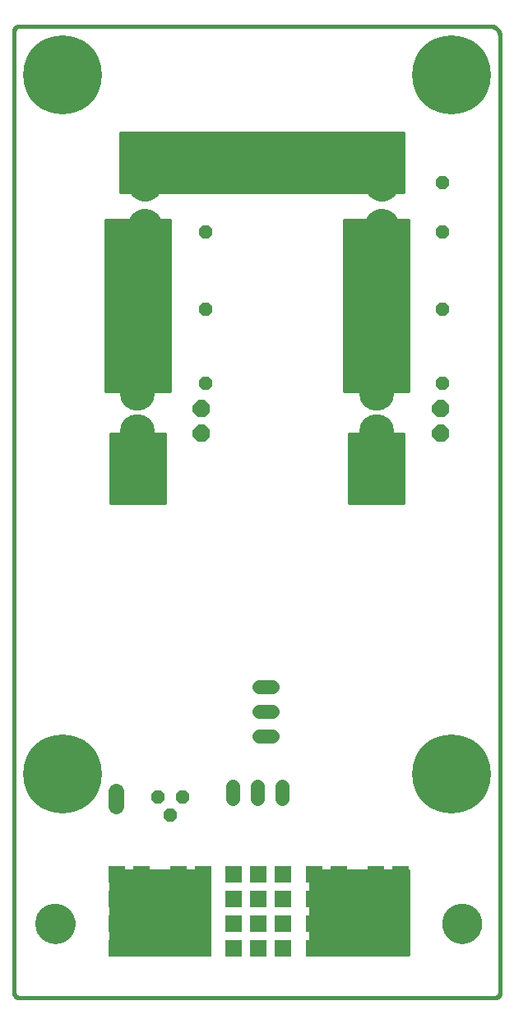
<source format=gbs>
G75*
%MOIN*%
%OFA0B0*%
%FSLAX25Y25*%
%IPPOS*%
%LPD*%
%AMOC8*
5,1,8,0,0,1.08239X$1,22.5*
%
%ADD10C,0.01600*%
%ADD11C,0.00000*%
%ADD12C,0.16187*%
%ADD13R,0.06896X0.06896*%
%ADD14C,0.14180*%
%ADD15C,0.05400*%
%ADD16OC8,0.05600*%
%ADD17C,0.14243*%
%ADD18OC8,0.07000*%
%ADD19C,0.31896*%
%ADD20C,0.05600*%
%ADD21C,0.06400*%
D10*
X0025422Y0023454D02*
X0025422Y0413217D01*
X0025424Y0413303D01*
X0025429Y0413389D01*
X0025439Y0413474D01*
X0025452Y0413559D01*
X0025469Y0413643D01*
X0025489Y0413727D01*
X0025513Y0413809D01*
X0025541Y0413890D01*
X0025572Y0413971D01*
X0025606Y0414049D01*
X0025644Y0414126D01*
X0025686Y0414202D01*
X0025730Y0414275D01*
X0025778Y0414346D01*
X0025829Y0414416D01*
X0025883Y0414483D01*
X0025939Y0414547D01*
X0025999Y0414609D01*
X0026061Y0414669D01*
X0026125Y0414725D01*
X0026192Y0414779D01*
X0026262Y0414830D01*
X0026333Y0414878D01*
X0026407Y0414922D01*
X0026482Y0414964D01*
X0026559Y0415002D01*
X0026637Y0415036D01*
X0026718Y0415067D01*
X0026799Y0415095D01*
X0026881Y0415119D01*
X0026965Y0415139D01*
X0027049Y0415156D01*
X0027134Y0415169D01*
X0027219Y0415179D01*
X0027305Y0415184D01*
X0027391Y0415186D01*
X0218335Y0415186D01*
X0218459Y0415184D01*
X0218582Y0415178D01*
X0218706Y0415169D01*
X0218828Y0415155D01*
X0218951Y0415138D01*
X0219073Y0415116D01*
X0219194Y0415091D01*
X0219314Y0415062D01*
X0219433Y0415030D01*
X0219552Y0414993D01*
X0219669Y0414953D01*
X0219784Y0414910D01*
X0219899Y0414862D01*
X0220011Y0414811D01*
X0220122Y0414757D01*
X0220232Y0414699D01*
X0220339Y0414638D01*
X0220445Y0414573D01*
X0220548Y0414505D01*
X0220649Y0414434D01*
X0220748Y0414360D01*
X0220845Y0414283D01*
X0220939Y0414202D01*
X0221030Y0414119D01*
X0221119Y0414033D01*
X0221205Y0413944D01*
X0221288Y0413853D01*
X0221369Y0413759D01*
X0221446Y0413662D01*
X0221520Y0413563D01*
X0221591Y0413462D01*
X0221659Y0413359D01*
X0221724Y0413253D01*
X0221785Y0413146D01*
X0221843Y0413036D01*
X0221897Y0412925D01*
X0221948Y0412813D01*
X0221996Y0412698D01*
X0222039Y0412583D01*
X0222079Y0412466D01*
X0222116Y0412347D01*
X0222148Y0412228D01*
X0222177Y0412108D01*
X0222202Y0411987D01*
X0222224Y0411865D01*
X0222241Y0411742D01*
X0222255Y0411620D01*
X0222264Y0411496D01*
X0222270Y0411373D01*
X0222272Y0411249D01*
X0222272Y0023454D01*
X0222273Y0023454D02*
X0222271Y0023368D01*
X0222266Y0023282D01*
X0222256Y0023197D01*
X0222243Y0023112D01*
X0222226Y0023028D01*
X0222206Y0022944D01*
X0222182Y0022862D01*
X0222154Y0022781D01*
X0222123Y0022700D01*
X0222089Y0022622D01*
X0222051Y0022545D01*
X0222009Y0022469D01*
X0221965Y0022396D01*
X0221917Y0022325D01*
X0221866Y0022255D01*
X0221812Y0022188D01*
X0221756Y0022124D01*
X0221696Y0022062D01*
X0221634Y0022002D01*
X0221570Y0021946D01*
X0221503Y0021892D01*
X0221433Y0021841D01*
X0221362Y0021793D01*
X0221289Y0021749D01*
X0221213Y0021707D01*
X0221136Y0021669D01*
X0221058Y0021635D01*
X0220977Y0021604D01*
X0220896Y0021576D01*
X0220814Y0021552D01*
X0220730Y0021532D01*
X0220646Y0021515D01*
X0220561Y0021502D01*
X0220476Y0021492D01*
X0220390Y0021487D01*
X0220304Y0021485D01*
X0027391Y0021485D01*
X0027305Y0021487D01*
X0027219Y0021492D01*
X0027134Y0021502D01*
X0027049Y0021515D01*
X0026965Y0021532D01*
X0026881Y0021552D01*
X0026799Y0021576D01*
X0026718Y0021604D01*
X0026637Y0021635D01*
X0026559Y0021669D01*
X0026482Y0021707D01*
X0026406Y0021749D01*
X0026333Y0021793D01*
X0026262Y0021841D01*
X0026192Y0021892D01*
X0026125Y0021946D01*
X0026061Y0022002D01*
X0025999Y0022062D01*
X0025939Y0022124D01*
X0025883Y0022188D01*
X0025829Y0022255D01*
X0025778Y0022325D01*
X0025730Y0022396D01*
X0025686Y0022470D01*
X0025644Y0022545D01*
X0025606Y0022622D01*
X0025572Y0022700D01*
X0025541Y0022781D01*
X0025513Y0022862D01*
X0025489Y0022944D01*
X0025469Y0023028D01*
X0025452Y0023112D01*
X0025439Y0023197D01*
X0025429Y0023282D01*
X0025424Y0023368D01*
X0025422Y0023454D01*
X0064792Y0039202D02*
X0064792Y0072666D01*
X0104162Y0072666D01*
X0104162Y0039202D01*
X0064792Y0039202D01*
X0064792Y0040667D02*
X0104162Y0040667D01*
X0104162Y0042266D02*
X0064792Y0042266D01*
X0064792Y0043864D02*
X0104162Y0043864D01*
X0104162Y0045463D02*
X0064792Y0045463D01*
X0064792Y0047061D02*
X0104162Y0047061D01*
X0104162Y0048660D02*
X0064792Y0048660D01*
X0064792Y0050258D02*
X0104162Y0050258D01*
X0104162Y0051857D02*
X0064792Y0051857D01*
X0064792Y0053455D02*
X0104162Y0053455D01*
X0104162Y0055054D02*
X0064792Y0055054D01*
X0064792Y0056652D02*
X0104162Y0056652D01*
X0104162Y0058251D02*
X0064792Y0058251D01*
X0064792Y0059849D02*
X0104162Y0059849D01*
X0104162Y0061448D02*
X0064792Y0061448D01*
X0064792Y0063046D02*
X0104162Y0063046D01*
X0104162Y0064645D02*
X0064792Y0064645D01*
X0064792Y0066243D02*
X0104162Y0066243D01*
X0104162Y0067842D02*
X0064792Y0067842D01*
X0064792Y0069440D02*
X0104162Y0069440D01*
X0104162Y0071039D02*
X0064792Y0071039D01*
X0064792Y0072637D02*
X0104162Y0072637D01*
X0145501Y0072666D02*
X0145501Y0039202D01*
X0184871Y0039202D01*
X0184871Y0072666D01*
X0145501Y0072666D01*
X0145501Y0072637D02*
X0184871Y0072637D01*
X0184871Y0071039D02*
X0145501Y0071039D01*
X0145501Y0069440D02*
X0184871Y0069440D01*
X0184871Y0067842D02*
X0145501Y0067842D01*
X0145501Y0066243D02*
X0184871Y0066243D01*
X0184871Y0064645D02*
X0145501Y0064645D01*
X0145501Y0063046D02*
X0184871Y0063046D01*
X0184871Y0061448D02*
X0145501Y0061448D01*
X0145501Y0059849D02*
X0184871Y0059849D01*
X0184871Y0058251D02*
X0145501Y0058251D01*
X0145501Y0056652D02*
X0184871Y0056652D01*
X0184871Y0055054D02*
X0145501Y0055054D01*
X0145501Y0053455D02*
X0184871Y0053455D01*
X0184871Y0051857D02*
X0145501Y0051857D01*
X0145501Y0050258D02*
X0184871Y0050258D01*
X0184871Y0048660D02*
X0145501Y0048660D01*
X0145501Y0047061D02*
X0184871Y0047061D01*
X0184871Y0045463D02*
X0145501Y0045463D01*
X0145501Y0043864D02*
X0184871Y0043864D01*
X0184871Y0042266D02*
X0145501Y0042266D01*
X0145501Y0040667D02*
X0184871Y0040667D01*
X0182902Y0222272D02*
X0161249Y0222272D01*
X0161249Y0249831D01*
X0182902Y0249831D01*
X0182902Y0222272D01*
X0182902Y0222897D02*
X0161249Y0222897D01*
X0161249Y0224496D02*
X0182902Y0224496D01*
X0182902Y0226094D02*
X0161249Y0226094D01*
X0161249Y0227693D02*
X0182902Y0227693D01*
X0182902Y0229292D02*
X0161249Y0229292D01*
X0161249Y0230890D02*
X0182902Y0230890D01*
X0182902Y0232489D02*
X0161249Y0232489D01*
X0161249Y0234087D02*
X0182902Y0234087D01*
X0182902Y0235686D02*
X0161249Y0235686D01*
X0161249Y0237284D02*
X0182902Y0237284D01*
X0182902Y0238883D02*
X0161249Y0238883D01*
X0161249Y0240481D02*
X0182902Y0240481D01*
X0182902Y0242080D02*
X0161249Y0242080D01*
X0161249Y0243678D02*
X0182902Y0243678D01*
X0182902Y0245277D02*
X0161249Y0245277D01*
X0161249Y0246875D02*
X0182902Y0246875D01*
X0182902Y0248474D02*
X0161249Y0248474D01*
X0159280Y0267548D02*
X0159280Y0336446D01*
X0184871Y0336446D01*
X0184871Y0267548D01*
X0159280Y0267548D01*
X0159280Y0267656D02*
X0184871Y0267656D01*
X0184871Y0269254D02*
X0159280Y0269254D01*
X0159280Y0270853D02*
X0184871Y0270853D01*
X0184871Y0272451D02*
X0159280Y0272451D01*
X0159280Y0274050D02*
X0184871Y0274050D01*
X0184871Y0275648D02*
X0159280Y0275648D01*
X0159280Y0277247D02*
X0184871Y0277247D01*
X0184871Y0278845D02*
X0159280Y0278845D01*
X0159280Y0280444D02*
X0184871Y0280444D01*
X0184871Y0282042D02*
X0159280Y0282042D01*
X0159280Y0283641D02*
X0184871Y0283641D01*
X0184871Y0285239D02*
X0159280Y0285239D01*
X0159280Y0286838D02*
X0184871Y0286838D01*
X0184871Y0288436D02*
X0159280Y0288436D01*
X0159280Y0290035D02*
X0184871Y0290035D01*
X0184871Y0291633D02*
X0159280Y0291633D01*
X0159280Y0293232D02*
X0184871Y0293232D01*
X0184871Y0294830D02*
X0159280Y0294830D01*
X0159280Y0296429D02*
X0184871Y0296429D01*
X0184871Y0298027D02*
X0159280Y0298027D01*
X0159280Y0299626D02*
X0184871Y0299626D01*
X0184871Y0301225D02*
X0159280Y0301225D01*
X0159280Y0302823D02*
X0184871Y0302823D01*
X0184871Y0304422D02*
X0159280Y0304422D01*
X0159280Y0306020D02*
X0184871Y0306020D01*
X0184871Y0307619D02*
X0159280Y0307619D01*
X0159280Y0309217D02*
X0184871Y0309217D01*
X0184871Y0310816D02*
X0159280Y0310816D01*
X0159280Y0312414D02*
X0184871Y0312414D01*
X0184871Y0314013D02*
X0159280Y0314013D01*
X0159280Y0315611D02*
X0184871Y0315611D01*
X0184871Y0317210D02*
X0159280Y0317210D01*
X0159280Y0318808D02*
X0184871Y0318808D01*
X0184871Y0320407D02*
X0159280Y0320407D01*
X0159280Y0322005D02*
X0184871Y0322005D01*
X0184871Y0323604D02*
X0159280Y0323604D01*
X0159280Y0325202D02*
X0184871Y0325202D01*
X0184871Y0326801D02*
X0159280Y0326801D01*
X0159280Y0328399D02*
X0184871Y0328399D01*
X0184871Y0329998D02*
X0159280Y0329998D01*
X0159280Y0331596D02*
X0184871Y0331596D01*
X0184871Y0333195D02*
X0159280Y0333195D01*
X0159280Y0334793D02*
X0184871Y0334793D01*
X0184871Y0336392D02*
X0159280Y0336392D01*
X0182902Y0348257D02*
X0068729Y0348257D01*
X0068729Y0371879D01*
X0182902Y0371879D01*
X0182902Y0348257D01*
X0182902Y0349180D02*
X0068729Y0349180D01*
X0068729Y0350778D02*
X0182902Y0350778D01*
X0182902Y0352377D02*
X0068729Y0352377D01*
X0068729Y0353975D02*
X0182902Y0353975D01*
X0182902Y0355574D02*
X0068729Y0355574D01*
X0068729Y0357172D02*
X0182902Y0357172D01*
X0182902Y0358771D02*
X0068729Y0358771D01*
X0068729Y0360369D02*
X0182902Y0360369D01*
X0182902Y0361968D02*
X0068729Y0361968D01*
X0068729Y0363566D02*
X0182902Y0363566D01*
X0182902Y0365165D02*
X0068729Y0365165D01*
X0068729Y0366763D02*
X0182902Y0366763D01*
X0182902Y0368362D02*
X0068729Y0368362D01*
X0068729Y0369961D02*
X0182902Y0369961D01*
X0182902Y0371559D02*
X0068729Y0371559D01*
X0062824Y0336446D02*
X0062824Y0267548D01*
X0088414Y0267548D01*
X0088414Y0336446D01*
X0062824Y0336446D01*
X0062824Y0336392D02*
X0088414Y0336392D01*
X0088414Y0334793D02*
X0062824Y0334793D01*
X0062824Y0333195D02*
X0088414Y0333195D01*
X0088414Y0331596D02*
X0062824Y0331596D01*
X0062824Y0329998D02*
X0088414Y0329998D01*
X0088414Y0328399D02*
X0062824Y0328399D01*
X0062824Y0326801D02*
X0088414Y0326801D01*
X0088414Y0325202D02*
X0062824Y0325202D01*
X0062824Y0323604D02*
X0088414Y0323604D01*
X0088414Y0322005D02*
X0062824Y0322005D01*
X0062824Y0320407D02*
X0088414Y0320407D01*
X0088414Y0318808D02*
X0062824Y0318808D01*
X0062824Y0317210D02*
X0088414Y0317210D01*
X0088414Y0315611D02*
X0062824Y0315611D01*
X0062824Y0314013D02*
X0088414Y0314013D01*
X0088414Y0312414D02*
X0062824Y0312414D01*
X0062824Y0310816D02*
X0088414Y0310816D01*
X0088414Y0309217D02*
X0062824Y0309217D01*
X0062824Y0307619D02*
X0088414Y0307619D01*
X0088414Y0306020D02*
X0062824Y0306020D01*
X0062824Y0304422D02*
X0088414Y0304422D01*
X0088414Y0302823D02*
X0062824Y0302823D01*
X0062824Y0301225D02*
X0088414Y0301225D01*
X0088414Y0299626D02*
X0062824Y0299626D01*
X0062824Y0298027D02*
X0088414Y0298027D01*
X0088414Y0296429D02*
X0062824Y0296429D01*
X0062824Y0294830D02*
X0088414Y0294830D01*
X0088414Y0293232D02*
X0062824Y0293232D01*
X0062824Y0291633D02*
X0088414Y0291633D01*
X0088414Y0290035D02*
X0062824Y0290035D01*
X0062824Y0288436D02*
X0088414Y0288436D01*
X0088414Y0286838D02*
X0062824Y0286838D01*
X0062824Y0285239D02*
X0088414Y0285239D01*
X0088414Y0283641D02*
X0062824Y0283641D01*
X0062824Y0282042D02*
X0088414Y0282042D01*
X0088414Y0280444D02*
X0062824Y0280444D01*
X0062824Y0278845D02*
X0088414Y0278845D01*
X0088414Y0277247D02*
X0062824Y0277247D01*
X0062824Y0275648D02*
X0088414Y0275648D01*
X0088414Y0274050D02*
X0062824Y0274050D01*
X0062824Y0272451D02*
X0088414Y0272451D01*
X0088414Y0270853D02*
X0062824Y0270853D01*
X0062824Y0269254D02*
X0088414Y0269254D01*
X0088414Y0267656D02*
X0062824Y0267656D01*
X0064792Y0249831D02*
X0064792Y0222272D01*
X0086446Y0222272D01*
X0086446Y0249831D01*
X0064792Y0249831D01*
X0064792Y0248474D02*
X0086446Y0248474D01*
X0086446Y0246875D02*
X0064792Y0246875D01*
X0064792Y0245277D02*
X0086446Y0245277D01*
X0086446Y0243678D02*
X0064792Y0243678D01*
X0064792Y0242080D02*
X0086446Y0242080D01*
X0086446Y0240481D02*
X0064792Y0240481D01*
X0064792Y0238883D02*
X0086446Y0238883D01*
X0086446Y0237284D02*
X0064792Y0237284D01*
X0064792Y0235686D02*
X0086446Y0235686D01*
X0086446Y0234087D02*
X0064792Y0234087D01*
X0064792Y0232489D02*
X0086446Y0232489D01*
X0086446Y0230890D02*
X0064792Y0230890D01*
X0064792Y0229292D02*
X0086446Y0229292D01*
X0086446Y0227693D02*
X0064792Y0227693D01*
X0064792Y0226094D02*
X0086446Y0226094D01*
X0086446Y0224496D02*
X0064792Y0224496D01*
X0064792Y0222897D02*
X0086446Y0222897D01*
D11*
X0075835Y0319517D02*
X0075837Y0319616D01*
X0075843Y0319716D01*
X0075853Y0319815D01*
X0075867Y0319913D01*
X0075884Y0320011D01*
X0075906Y0320108D01*
X0075931Y0320204D01*
X0075960Y0320299D01*
X0075993Y0320393D01*
X0076030Y0320485D01*
X0076070Y0320576D01*
X0076114Y0320665D01*
X0076162Y0320753D01*
X0076213Y0320838D01*
X0076267Y0320921D01*
X0076324Y0321003D01*
X0076385Y0321081D01*
X0076449Y0321158D01*
X0076515Y0321231D01*
X0076585Y0321302D01*
X0076657Y0321370D01*
X0076732Y0321436D01*
X0076810Y0321498D01*
X0076890Y0321557D01*
X0076972Y0321613D01*
X0077056Y0321665D01*
X0077143Y0321714D01*
X0077231Y0321760D01*
X0077321Y0321802D01*
X0077413Y0321841D01*
X0077506Y0321876D01*
X0077600Y0321907D01*
X0077696Y0321934D01*
X0077793Y0321957D01*
X0077890Y0321977D01*
X0077988Y0321993D01*
X0078087Y0322005D01*
X0078186Y0322013D01*
X0078285Y0322017D01*
X0078385Y0322017D01*
X0078484Y0322013D01*
X0078583Y0322005D01*
X0078682Y0321993D01*
X0078780Y0321977D01*
X0078877Y0321957D01*
X0078974Y0321934D01*
X0079070Y0321907D01*
X0079164Y0321876D01*
X0079257Y0321841D01*
X0079349Y0321802D01*
X0079439Y0321760D01*
X0079527Y0321714D01*
X0079614Y0321665D01*
X0079698Y0321613D01*
X0079780Y0321557D01*
X0079860Y0321498D01*
X0079938Y0321436D01*
X0080013Y0321370D01*
X0080085Y0321302D01*
X0080155Y0321231D01*
X0080221Y0321158D01*
X0080285Y0321081D01*
X0080346Y0321003D01*
X0080403Y0320921D01*
X0080457Y0320838D01*
X0080508Y0320753D01*
X0080556Y0320665D01*
X0080600Y0320576D01*
X0080640Y0320485D01*
X0080677Y0320393D01*
X0080710Y0320299D01*
X0080739Y0320204D01*
X0080764Y0320108D01*
X0080786Y0320011D01*
X0080803Y0319913D01*
X0080817Y0319815D01*
X0080827Y0319716D01*
X0080833Y0319616D01*
X0080835Y0319517D01*
X0080833Y0319418D01*
X0080827Y0319318D01*
X0080817Y0319219D01*
X0080803Y0319121D01*
X0080786Y0319023D01*
X0080764Y0318926D01*
X0080739Y0318830D01*
X0080710Y0318735D01*
X0080677Y0318641D01*
X0080640Y0318549D01*
X0080600Y0318458D01*
X0080556Y0318369D01*
X0080508Y0318281D01*
X0080457Y0318196D01*
X0080403Y0318113D01*
X0080346Y0318031D01*
X0080285Y0317953D01*
X0080221Y0317876D01*
X0080155Y0317803D01*
X0080085Y0317732D01*
X0080013Y0317664D01*
X0079938Y0317598D01*
X0079860Y0317536D01*
X0079780Y0317477D01*
X0079698Y0317421D01*
X0079614Y0317369D01*
X0079527Y0317320D01*
X0079439Y0317274D01*
X0079349Y0317232D01*
X0079257Y0317193D01*
X0079164Y0317158D01*
X0079070Y0317127D01*
X0078974Y0317100D01*
X0078877Y0317077D01*
X0078780Y0317057D01*
X0078682Y0317041D01*
X0078583Y0317029D01*
X0078484Y0317021D01*
X0078385Y0317017D01*
X0078285Y0317017D01*
X0078186Y0317021D01*
X0078087Y0317029D01*
X0077988Y0317041D01*
X0077890Y0317057D01*
X0077793Y0317077D01*
X0077696Y0317100D01*
X0077600Y0317127D01*
X0077506Y0317158D01*
X0077413Y0317193D01*
X0077321Y0317232D01*
X0077231Y0317274D01*
X0077143Y0317320D01*
X0077056Y0317369D01*
X0076972Y0317421D01*
X0076890Y0317477D01*
X0076810Y0317536D01*
X0076732Y0317598D01*
X0076657Y0317664D01*
X0076585Y0317732D01*
X0076515Y0317803D01*
X0076449Y0317876D01*
X0076385Y0317953D01*
X0076324Y0318031D01*
X0076267Y0318113D01*
X0076213Y0318196D01*
X0076162Y0318281D01*
X0076114Y0318369D01*
X0076070Y0318458D01*
X0076030Y0318549D01*
X0075993Y0318641D01*
X0075960Y0318735D01*
X0075931Y0318830D01*
X0075906Y0318926D01*
X0075884Y0319023D01*
X0075867Y0319121D01*
X0075853Y0319219D01*
X0075843Y0319318D01*
X0075837Y0319418D01*
X0075835Y0319517D01*
X0075835Y0320017D02*
X0075837Y0320116D01*
X0075843Y0320216D01*
X0075853Y0320315D01*
X0075867Y0320413D01*
X0075884Y0320511D01*
X0075906Y0320608D01*
X0075931Y0320704D01*
X0075960Y0320799D01*
X0075993Y0320893D01*
X0076030Y0320985D01*
X0076070Y0321076D01*
X0076114Y0321165D01*
X0076162Y0321253D01*
X0076213Y0321338D01*
X0076267Y0321421D01*
X0076324Y0321503D01*
X0076385Y0321581D01*
X0076449Y0321658D01*
X0076515Y0321731D01*
X0076585Y0321802D01*
X0076657Y0321870D01*
X0076732Y0321936D01*
X0076810Y0321998D01*
X0076890Y0322057D01*
X0076972Y0322113D01*
X0077056Y0322165D01*
X0077143Y0322214D01*
X0077231Y0322260D01*
X0077321Y0322302D01*
X0077413Y0322341D01*
X0077506Y0322376D01*
X0077600Y0322407D01*
X0077696Y0322434D01*
X0077793Y0322457D01*
X0077890Y0322477D01*
X0077988Y0322493D01*
X0078087Y0322505D01*
X0078186Y0322513D01*
X0078285Y0322517D01*
X0078385Y0322517D01*
X0078484Y0322513D01*
X0078583Y0322505D01*
X0078682Y0322493D01*
X0078780Y0322477D01*
X0078877Y0322457D01*
X0078974Y0322434D01*
X0079070Y0322407D01*
X0079164Y0322376D01*
X0079257Y0322341D01*
X0079349Y0322302D01*
X0079439Y0322260D01*
X0079527Y0322214D01*
X0079614Y0322165D01*
X0079698Y0322113D01*
X0079780Y0322057D01*
X0079860Y0321998D01*
X0079938Y0321936D01*
X0080013Y0321870D01*
X0080085Y0321802D01*
X0080155Y0321731D01*
X0080221Y0321658D01*
X0080285Y0321581D01*
X0080346Y0321503D01*
X0080403Y0321421D01*
X0080457Y0321338D01*
X0080508Y0321253D01*
X0080556Y0321165D01*
X0080600Y0321076D01*
X0080640Y0320985D01*
X0080677Y0320893D01*
X0080710Y0320799D01*
X0080739Y0320704D01*
X0080764Y0320608D01*
X0080786Y0320511D01*
X0080803Y0320413D01*
X0080817Y0320315D01*
X0080827Y0320216D01*
X0080833Y0320116D01*
X0080835Y0320017D01*
X0080833Y0319918D01*
X0080827Y0319818D01*
X0080817Y0319719D01*
X0080803Y0319621D01*
X0080786Y0319523D01*
X0080764Y0319426D01*
X0080739Y0319330D01*
X0080710Y0319235D01*
X0080677Y0319141D01*
X0080640Y0319049D01*
X0080600Y0318958D01*
X0080556Y0318869D01*
X0080508Y0318781D01*
X0080457Y0318696D01*
X0080403Y0318613D01*
X0080346Y0318531D01*
X0080285Y0318453D01*
X0080221Y0318376D01*
X0080155Y0318303D01*
X0080085Y0318232D01*
X0080013Y0318164D01*
X0079938Y0318098D01*
X0079860Y0318036D01*
X0079780Y0317977D01*
X0079698Y0317921D01*
X0079614Y0317869D01*
X0079527Y0317820D01*
X0079439Y0317774D01*
X0079349Y0317732D01*
X0079257Y0317693D01*
X0079164Y0317658D01*
X0079070Y0317627D01*
X0078974Y0317600D01*
X0078877Y0317577D01*
X0078780Y0317557D01*
X0078682Y0317541D01*
X0078583Y0317529D01*
X0078484Y0317521D01*
X0078385Y0317517D01*
X0078285Y0317517D01*
X0078186Y0317521D01*
X0078087Y0317529D01*
X0077988Y0317541D01*
X0077890Y0317557D01*
X0077793Y0317577D01*
X0077696Y0317600D01*
X0077600Y0317627D01*
X0077506Y0317658D01*
X0077413Y0317693D01*
X0077321Y0317732D01*
X0077231Y0317774D01*
X0077143Y0317820D01*
X0077056Y0317869D01*
X0076972Y0317921D01*
X0076890Y0317977D01*
X0076810Y0318036D01*
X0076732Y0318098D01*
X0076657Y0318164D01*
X0076585Y0318232D01*
X0076515Y0318303D01*
X0076449Y0318376D01*
X0076385Y0318453D01*
X0076324Y0318531D01*
X0076267Y0318613D01*
X0076213Y0318696D01*
X0076162Y0318781D01*
X0076114Y0318869D01*
X0076070Y0318958D01*
X0076030Y0319049D01*
X0075993Y0319141D01*
X0075960Y0319235D01*
X0075931Y0319330D01*
X0075906Y0319426D01*
X0075884Y0319523D01*
X0075867Y0319621D01*
X0075853Y0319719D01*
X0075843Y0319818D01*
X0075837Y0319918D01*
X0075835Y0320017D01*
X0075835Y0320517D02*
X0075837Y0320616D01*
X0075843Y0320716D01*
X0075853Y0320815D01*
X0075867Y0320913D01*
X0075884Y0321011D01*
X0075906Y0321108D01*
X0075931Y0321204D01*
X0075960Y0321299D01*
X0075993Y0321393D01*
X0076030Y0321485D01*
X0076070Y0321576D01*
X0076114Y0321665D01*
X0076162Y0321753D01*
X0076213Y0321838D01*
X0076267Y0321921D01*
X0076324Y0322003D01*
X0076385Y0322081D01*
X0076449Y0322158D01*
X0076515Y0322231D01*
X0076585Y0322302D01*
X0076657Y0322370D01*
X0076732Y0322436D01*
X0076810Y0322498D01*
X0076890Y0322557D01*
X0076972Y0322613D01*
X0077056Y0322665D01*
X0077143Y0322714D01*
X0077231Y0322760D01*
X0077321Y0322802D01*
X0077413Y0322841D01*
X0077506Y0322876D01*
X0077600Y0322907D01*
X0077696Y0322934D01*
X0077793Y0322957D01*
X0077890Y0322977D01*
X0077988Y0322993D01*
X0078087Y0323005D01*
X0078186Y0323013D01*
X0078285Y0323017D01*
X0078385Y0323017D01*
X0078484Y0323013D01*
X0078583Y0323005D01*
X0078682Y0322993D01*
X0078780Y0322977D01*
X0078877Y0322957D01*
X0078974Y0322934D01*
X0079070Y0322907D01*
X0079164Y0322876D01*
X0079257Y0322841D01*
X0079349Y0322802D01*
X0079439Y0322760D01*
X0079527Y0322714D01*
X0079614Y0322665D01*
X0079698Y0322613D01*
X0079780Y0322557D01*
X0079860Y0322498D01*
X0079938Y0322436D01*
X0080013Y0322370D01*
X0080085Y0322302D01*
X0080155Y0322231D01*
X0080221Y0322158D01*
X0080285Y0322081D01*
X0080346Y0322003D01*
X0080403Y0321921D01*
X0080457Y0321838D01*
X0080508Y0321753D01*
X0080556Y0321665D01*
X0080600Y0321576D01*
X0080640Y0321485D01*
X0080677Y0321393D01*
X0080710Y0321299D01*
X0080739Y0321204D01*
X0080764Y0321108D01*
X0080786Y0321011D01*
X0080803Y0320913D01*
X0080817Y0320815D01*
X0080827Y0320716D01*
X0080833Y0320616D01*
X0080835Y0320517D01*
X0080833Y0320418D01*
X0080827Y0320318D01*
X0080817Y0320219D01*
X0080803Y0320121D01*
X0080786Y0320023D01*
X0080764Y0319926D01*
X0080739Y0319830D01*
X0080710Y0319735D01*
X0080677Y0319641D01*
X0080640Y0319549D01*
X0080600Y0319458D01*
X0080556Y0319369D01*
X0080508Y0319281D01*
X0080457Y0319196D01*
X0080403Y0319113D01*
X0080346Y0319031D01*
X0080285Y0318953D01*
X0080221Y0318876D01*
X0080155Y0318803D01*
X0080085Y0318732D01*
X0080013Y0318664D01*
X0079938Y0318598D01*
X0079860Y0318536D01*
X0079780Y0318477D01*
X0079698Y0318421D01*
X0079614Y0318369D01*
X0079527Y0318320D01*
X0079439Y0318274D01*
X0079349Y0318232D01*
X0079257Y0318193D01*
X0079164Y0318158D01*
X0079070Y0318127D01*
X0078974Y0318100D01*
X0078877Y0318077D01*
X0078780Y0318057D01*
X0078682Y0318041D01*
X0078583Y0318029D01*
X0078484Y0318021D01*
X0078385Y0318017D01*
X0078285Y0318017D01*
X0078186Y0318021D01*
X0078087Y0318029D01*
X0077988Y0318041D01*
X0077890Y0318057D01*
X0077793Y0318077D01*
X0077696Y0318100D01*
X0077600Y0318127D01*
X0077506Y0318158D01*
X0077413Y0318193D01*
X0077321Y0318232D01*
X0077231Y0318274D01*
X0077143Y0318320D01*
X0077056Y0318369D01*
X0076972Y0318421D01*
X0076890Y0318477D01*
X0076810Y0318536D01*
X0076732Y0318598D01*
X0076657Y0318664D01*
X0076585Y0318732D01*
X0076515Y0318803D01*
X0076449Y0318876D01*
X0076385Y0318953D01*
X0076324Y0319031D01*
X0076267Y0319113D01*
X0076213Y0319196D01*
X0076162Y0319281D01*
X0076114Y0319369D01*
X0076070Y0319458D01*
X0076030Y0319549D01*
X0075993Y0319641D01*
X0075960Y0319735D01*
X0075931Y0319830D01*
X0075906Y0319926D01*
X0075884Y0320023D01*
X0075867Y0320121D01*
X0075853Y0320219D01*
X0075843Y0320318D01*
X0075837Y0320418D01*
X0075835Y0320517D01*
X0075835Y0321017D02*
X0075837Y0321116D01*
X0075843Y0321216D01*
X0075853Y0321315D01*
X0075867Y0321413D01*
X0075884Y0321511D01*
X0075906Y0321608D01*
X0075931Y0321704D01*
X0075960Y0321799D01*
X0075993Y0321893D01*
X0076030Y0321985D01*
X0076070Y0322076D01*
X0076114Y0322165D01*
X0076162Y0322253D01*
X0076213Y0322338D01*
X0076267Y0322421D01*
X0076324Y0322503D01*
X0076385Y0322581D01*
X0076449Y0322658D01*
X0076515Y0322731D01*
X0076585Y0322802D01*
X0076657Y0322870D01*
X0076732Y0322936D01*
X0076810Y0322998D01*
X0076890Y0323057D01*
X0076972Y0323113D01*
X0077056Y0323165D01*
X0077143Y0323214D01*
X0077231Y0323260D01*
X0077321Y0323302D01*
X0077413Y0323341D01*
X0077506Y0323376D01*
X0077600Y0323407D01*
X0077696Y0323434D01*
X0077793Y0323457D01*
X0077890Y0323477D01*
X0077988Y0323493D01*
X0078087Y0323505D01*
X0078186Y0323513D01*
X0078285Y0323517D01*
X0078385Y0323517D01*
X0078484Y0323513D01*
X0078583Y0323505D01*
X0078682Y0323493D01*
X0078780Y0323477D01*
X0078877Y0323457D01*
X0078974Y0323434D01*
X0079070Y0323407D01*
X0079164Y0323376D01*
X0079257Y0323341D01*
X0079349Y0323302D01*
X0079439Y0323260D01*
X0079527Y0323214D01*
X0079614Y0323165D01*
X0079698Y0323113D01*
X0079780Y0323057D01*
X0079860Y0322998D01*
X0079938Y0322936D01*
X0080013Y0322870D01*
X0080085Y0322802D01*
X0080155Y0322731D01*
X0080221Y0322658D01*
X0080285Y0322581D01*
X0080346Y0322503D01*
X0080403Y0322421D01*
X0080457Y0322338D01*
X0080508Y0322253D01*
X0080556Y0322165D01*
X0080600Y0322076D01*
X0080640Y0321985D01*
X0080677Y0321893D01*
X0080710Y0321799D01*
X0080739Y0321704D01*
X0080764Y0321608D01*
X0080786Y0321511D01*
X0080803Y0321413D01*
X0080817Y0321315D01*
X0080827Y0321216D01*
X0080833Y0321116D01*
X0080835Y0321017D01*
X0080833Y0320918D01*
X0080827Y0320818D01*
X0080817Y0320719D01*
X0080803Y0320621D01*
X0080786Y0320523D01*
X0080764Y0320426D01*
X0080739Y0320330D01*
X0080710Y0320235D01*
X0080677Y0320141D01*
X0080640Y0320049D01*
X0080600Y0319958D01*
X0080556Y0319869D01*
X0080508Y0319781D01*
X0080457Y0319696D01*
X0080403Y0319613D01*
X0080346Y0319531D01*
X0080285Y0319453D01*
X0080221Y0319376D01*
X0080155Y0319303D01*
X0080085Y0319232D01*
X0080013Y0319164D01*
X0079938Y0319098D01*
X0079860Y0319036D01*
X0079780Y0318977D01*
X0079698Y0318921D01*
X0079614Y0318869D01*
X0079527Y0318820D01*
X0079439Y0318774D01*
X0079349Y0318732D01*
X0079257Y0318693D01*
X0079164Y0318658D01*
X0079070Y0318627D01*
X0078974Y0318600D01*
X0078877Y0318577D01*
X0078780Y0318557D01*
X0078682Y0318541D01*
X0078583Y0318529D01*
X0078484Y0318521D01*
X0078385Y0318517D01*
X0078285Y0318517D01*
X0078186Y0318521D01*
X0078087Y0318529D01*
X0077988Y0318541D01*
X0077890Y0318557D01*
X0077793Y0318577D01*
X0077696Y0318600D01*
X0077600Y0318627D01*
X0077506Y0318658D01*
X0077413Y0318693D01*
X0077321Y0318732D01*
X0077231Y0318774D01*
X0077143Y0318820D01*
X0077056Y0318869D01*
X0076972Y0318921D01*
X0076890Y0318977D01*
X0076810Y0319036D01*
X0076732Y0319098D01*
X0076657Y0319164D01*
X0076585Y0319232D01*
X0076515Y0319303D01*
X0076449Y0319376D01*
X0076385Y0319453D01*
X0076324Y0319531D01*
X0076267Y0319613D01*
X0076213Y0319696D01*
X0076162Y0319781D01*
X0076114Y0319869D01*
X0076070Y0319958D01*
X0076030Y0320049D01*
X0075993Y0320141D01*
X0075960Y0320235D01*
X0075931Y0320330D01*
X0075906Y0320426D01*
X0075884Y0320523D01*
X0075867Y0320621D01*
X0075853Y0320719D01*
X0075843Y0320818D01*
X0075837Y0320918D01*
X0075835Y0321017D01*
X0075835Y0321517D02*
X0075837Y0321616D01*
X0075843Y0321716D01*
X0075853Y0321815D01*
X0075867Y0321913D01*
X0075884Y0322011D01*
X0075906Y0322108D01*
X0075931Y0322204D01*
X0075960Y0322299D01*
X0075993Y0322393D01*
X0076030Y0322485D01*
X0076070Y0322576D01*
X0076114Y0322665D01*
X0076162Y0322753D01*
X0076213Y0322838D01*
X0076267Y0322921D01*
X0076324Y0323003D01*
X0076385Y0323081D01*
X0076449Y0323158D01*
X0076515Y0323231D01*
X0076585Y0323302D01*
X0076657Y0323370D01*
X0076732Y0323436D01*
X0076810Y0323498D01*
X0076890Y0323557D01*
X0076972Y0323613D01*
X0077056Y0323665D01*
X0077143Y0323714D01*
X0077231Y0323760D01*
X0077321Y0323802D01*
X0077413Y0323841D01*
X0077506Y0323876D01*
X0077600Y0323907D01*
X0077696Y0323934D01*
X0077793Y0323957D01*
X0077890Y0323977D01*
X0077988Y0323993D01*
X0078087Y0324005D01*
X0078186Y0324013D01*
X0078285Y0324017D01*
X0078385Y0324017D01*
X0078484Y0324013D01*
X0078583Y0324005D01*
X0078682Y0323993D01*
X0078780Y0323977D01*
X0078877Y0323957D01*
X0078974Y0323934D01*
X0079070Y0323907D01*
X0079164Y0323876D01*
X0079257Y0323841D01*
X0079349Y0323802D01*
X0079439Y0323760D01*
X0079527Y0323714D01*
X0079614Y0323665D01*
X0079698Y0323613D01*
X0079780Y0323557D01*
X0079860Y0323498D01*
X0079938Y0323436D01*
X0080013Y0323370D01*
X0080085Y0323302D01*
X0080155Y0323231D01*
X0080221Y0323158D01*
X0080285Y0323081D01*
X0080346Y0323003D01*
X0080403Y0322921D01*
X0080457Y0322838D01*
X0080508Y0322753D01*
X0080556Y0322665D01*
X0080600Y0322576D01*
X0080640Y0322485D01*
X0080677Y0322393D01*
X0080710Y0322299D01*
X0080739Y0322204D01*
X0080764Y0322108D01*
X0080786Y0322011D01*
X0080803Y0321913D01*
X0080817Y0321815D01*
X0080827Y0321716D01*
X0080833Y0321616D01*
X0080835Y0321517D01*
X0080833Y0321418D01*
X0080827Y0321318D01*
X0080817Y0321219D01*
X0080803Y0321121D01*
X0080786Y0321023D01*
X0080764Y0320926D01*
X0080739Y0320830D01*
X0080710Y0320735D01*
X0080677Y0320641D01*
X0080640Y0320549D01*
X0080600Y0320458D01*
X0080556Y0320369D01*
X0080508Y0320281D01*
X0080457Y0320196D01*
X0080403Y0320113D01*
X0080346Y0320031D01*
X0080285Y0319953D01*
X0080221Y0319876D01*
X0080155Y0319803D01*
X0080085Y0319732D01*
X0080013Y0319664D01*
X0079938Y0319598D01*
X0079860Y0319536D01*
X0079780Y0319477D01*
X0079698Y0319421D01*
X0079614Y0319369D01*
X0079527Y0319320D01*
X0079439Y0319274D01*
X0079349Y0319232D01*
X0079257Y0319193D01*
X0079164Y0319158D01*
X0079070Y0319127D01*
X0078974Y0319100D01*
X0078877Y0319077D01*
X0078780Y0319057D01*
X0078682Y0319041D01*
X0078583Y0319029D01*
X0078484Y0319021D01*
X0078385Y0319017D01*
X0078285Y0319017D01*
X0078186Y0319021D01*
X0078087Y0319029D01*
X0077988Y0319041D01*
X0077890Y0319057D01*
X0077793Y0319077D01*
X0077696Y0319100D01*
X0077600Y0319127D01*
X0077506Y0319158D01*
X0077413Y0319193D01*
X0077321Y0319232D01*
X0077231Y0319274D01*
X0077143Y0319320D01*
X0077056Y0319369D01*
X0076972Y0319421D01*
X0076890Y0319477D01*
X0076810Y0319536D01*
X0076732Y0319598D01*
X0076657Y0319664D01*
X0076585Y0319732D01*
X0076515Y0319803D01*
X0076449Y0319876D01*
X0076385Y0319953D01*
X0076324Y0320031D01*
X0076267Y0320113D01*
X0076213Y0320196D01*
X0076162Y0320281D01*
X0076114Y0320369D01*
X0076070Y0320458D01*
X0076030Y0320549D01*
X0075993Y0320641D01*
X0075960Y0320735D01*
X0075931Y0320830D01*
X0075906Y0320926D01*
X0075884Y0321023D01*
X0075867Y0321121D01*
X0075853Y0321219D01*
X0075843Y0321318D01*
X0075837Y0321418D01*
X0075835Y0321517D01*
X0075835Y0322017D02*
X0075837Y0322116D01*
X0075843Y0322216D01*
X0075853Y0322315D01*
X0075867Y0322413D01*
X0075884Y0322511D01*
X0075906Y0322608D01*
X0075931Y0322704D01*
X0075960Y0322799D01*
X0075993Y0322893D01*
X0076030Y0322985D01*
X0076070Y0323076D01*
X0076114Y0323165D01*
X0076162Y0323253D01*
X0076213Y0323338D01*
X0076267Y0323421D01*
X0076324Y0323503D01*
X0076385Y0323581D01*
X0076449Y0323658D01*
X0076515Y0323731D01*
X0076585Y0323802D01*
X0076657Y0323870D01*
X0076732Y0323936D01*
X0076810Y0323998D01*
X0076890Y0324057D01*
X0076972Y0324113D01*
X0077056Y0324165D01*
X0077143Y0324214D01*
X0077231Y0324260D01*
X0077321Y0324302D01*
X0077413Y0324341D01*
X0077506Y0324376D01*
X0077600Y0324407D01*
X0077696Y0324434D01*
X0077793Y0324457D01*
X0077890Y0324477D01*
X0077988Y0324493D01*
X0078087Y0324505D01*
X0078186Y0324513D01*
X0078285Y0324517D01*
X0078385Y0324517D01*
X0078484Y0324513D01*
X0078583Y0324505D01*
X0078682Y0324493D01*
X0078780Y0324477D01*
X0078877Y0324457D01*
X0078974Y0324434D01*
X0079070Y0324407D01*
X0079164Y0324376D01*
X0079257Y0324341D01*
X0079349Y0324302D01*
X0079439Y0324260D01*
X0079527Y0324214D01*
X0079614Y0324165D01*
X0079698Y0324113D01*
X0079780Y0324057D01*
X0079860Y0323998D01*
X0079938Y0323936D01*
X0080013Y0323870D01*
X0080085Y0323802D01*
X0080155Y0323731D01*
X0080221Y0323658D01*
X0080285Y0323581D01*
X0080346Y0323503D01*
X0080403Y0323421D01*
X0080457Y0323338D01*
X0080508Y0323253D01*
X0080556Y0323165D01*
X0080600Y0323076D01*
X0080640Y0322985D01*
X0080677Y0322893D01*
X0080710Y0322799D01*
X0080739Y0322704D01*
X0080764Y0322608D01*
X0080786Y0322511D01*
X0080803Y0322413D01*
X0080817Y0322315D01*
X0080827Y0322216D01*
X0080833Y0322116D01*
X0080835Y0322017D01*
X0080833Y0321918D01*
X0080827Y0321818D01*
X0080817Y0321719D01*
X0080803Y0321621D01*
X0080786Y0321523D01*
X0080764Y0321426D01*
X0080739Y0321330D01*
X0080710Y0321235D01*
X0080677Y0321141D01*
X0080640Y0321049D01*
X0080600Y0320958D01*
X0080556Y0320869D01*
X0080508Y0320781D01*
X0080457Y0320696D01*
X0080403Y0320613D01*
X0080346Y0320531D01*
X0080285Y0320453D01*
X0080221Y0320376D01*
X0080155Y0320303D01*
X0080085Y0320232D01*
X0080013Y0320164D01*
X0079938Y0320098D01*
X0079860Y0320036D01*
X0079780Y0319977D01*
X0079698Y0319921D01*
X0079614Y0319869D01*
X0079527Y0319820D01*
X0079439Y0319774D01*
X0079349Y0319732D01*
X0079257Y0319693D01*
X0079164Y0319658D01*
X0079070Y0319627D01*
X0078974Y0319600D01*
X0078877Y0319577D01*
X0078780Y0319557D01*
X0078682Y0319541D01*
X0078583Y0319529D01*
X0078484Y0319521D01*
X0078385Y0319517D01*
X0078285Y0319517D01*
X0078186Y0319521D01*
X0078087Y0319529D01*
X0077988Y0319541D01*
X0077890Y0319557D01*
X0077793Y0319577D01*
X0077696Y0319600D01*
X0077600Y0319627D01*
X0077506Y0319658D01*
X0077413Y0319693D01*
X0077321Y0319732D01*
X0077231Y0319774D01*
X0077143Y0319820D01*
X0077056Y0319869D01*
X0076972Y0319921D01*
X0076890Y0319977D01*
X0076810Y0320036D01*
X0076732Y0320098D01*
X0076657Y0320164D01*
X0076585Y0320232D01*
X0076515Y0320303D01*
X0076449Y0320376D01*
X0076385Y0320453D01*
X0076324Y0320531D01*
X0076267Y0320613D01*
X0076213Y0320696D01*
X0076162Y0320781D01*
X0076114Y0320869D01*
X0076070Y0320958D01*
X0076030Y0321049D01*
X0075993Y0321141D01*
X0075960Y0321235D01*
X0075931Y0321330D01*
X0075906Y0321426D01*
X0075884Y0321523D01*
X0075867Y0321621D01*
X0075853Y0321719D01*
X0075843Y0321818D01*
X0075837Y0321918D01*
X0075835Y0322017D01*
X0075835Y0322517D02*
X0075837Y0322616D01*
X0075843Y0322716D01*
X0075853Y0322815D01*
X0075867Y0322913D01*
X0075884Y0323011D01*
X0075906Y0323108D01*
X0075931Y0323204D01*
X0075960Y0323299D01*
X0075993Y0323393D01*
X0076030Y0323485D01*
X0076070Y0323576D01*
X0076114Y0323665D01*
X0076162Y0323753D01*
X0076213Y0323838D01*
X0076267Y0323921D01*
X0076324Y0324003D01*
X0076385Y0324081D01*
X0076449Y0324158D01*
X0076515Y0324231D01*
X0076585Y0324302D01*
X0076657Y0324370D01*
X0076732Y0324436D01*
X0076810Y0324498D01*
X0076890Y0324557D01*
X0076972Y0324613D01*
X0077056Y0324665D01*
X0077143Y0324714D01*
X0077231Y0324760D01*
X0077321Y0324802D01*
X0077413Y0324841D01*
X0077506Y0324876D01*
X0077600Y0324907D01*
X0077696Y0324934D01*
X0077793Y0324957D01*
X0077890Y0324977D01*
X0077988Y0324993D01*
X0078087Y0325005D01*
X0078186Y0325013D01*
X0078285Y0325017D01*
X0078385Y0325017D01*
X0078484Y0325013D01*
X0078583Y0325005D01*
X0078682Y0324993D01*
X0078780Y0324977D01*
X0078877Y0324957D01*
X0078974Y0324934D01*
X0079070Y0324907D01*
X0079164Y0324876D01*
X0079257Y0324841D01*
X0079349Y0324802D01*
X0079439Y0324760D01*
X0079527Y0324714D01*
X0079614Y0324665D01*
X0079698Y0324613D01*
X0079780Y0324557D01*
X0079860Y0324498D01*
X0079938Y0324436D01*
X0080013Y0324370D01*
X0080085Y0324302D01*
X0080155Y0324231D01*
X0080221Y0324158D01*
X0080285Y0324081D01*
X0080346Y0324003D01*
X0080403Y0323921D01*
X0080457Y0323838D01*
X0080508Y0323753D01*
X0080556Y0323665D01*
X0080600Y0323576D01*
X0080640Y0323485D01*
X0080677Y0323393D01*
X0080710Y0323299D01*
X0080739Y0323204D01*
X0080764Y0323108D01*
X0080786Y0323011D01*
X0080803Y0322913D01*
X0080817Y0322815D01*
X0080827Y0322716D01*
X0080833Y0322616D01*
X0080835Y0322517D01*
X0080833Y0322418D01*
X0080827Y0322318D01*
X0080817Y0322219D01*
X0080803Y0322121D01*
X0080786Y0322023D01*
X0080764Y0321926D01*
X0080739Y0321830D01*
X0080710Y0321735D01*
X0080677Y0321641D01*
X0080640Y0321549D01*
X0080600Y0321458D01*
X0080556Y0321369D01*
X0080508Y0321281D01*
X0080457Y0321196D01*
X0080403Y0321113D01*
X0080346Y0321031D01*
X0080285Y0320953D01*
X0080221Y0320876D01*
X0080155Y0320803D01*
X0080085Y0320732D01*
X0080013Y0320664D01*
X0079938Y0320598D01*
X0079860Y0320536D01*
X0079780Y0320477D01*
X0079698Y0320421D01*
X0079614Y0320369D01*
X0079527Y0320320D01*
X0079439Y0320274D01*
X0079349Y0320232D01*
X0079257Y0320193D01*
X0079164Y0320158D01*
X0079070Y0320127D01*
X0078974Y0320100D01*
X0078877Y0320077D01*
X0078780Y0320057D01*
X0078682Y0320041D01*
X0078583Y0320029D01*
X0078484Y0320021D01*
X0078385Y0320017D01*
X0078285Y0320017D01*
X0078186Y0320021D01*
X0078087Y0320029D01*
X0077988Y0320041D01*
X0077890Y0320057D01*
X0077793Y0320077D01*
X0077696Y0320100D01*
X0077600Y0320127D01*
X0077506Y0320158D01*
X0077413Y0320193D01*
X0077321Y0320232D01*
X0077231Y0320274D01*
X0077143Y0320320D01*
X0077056Y0320369D01*
X0076972Y0320421D01*
X0076890Y0320477D01*
X0076810Y0320536D01*
X0076732Y0320598D01*
X0076657Y0320664D01*
X0076585Y0320732D01*
X0076515Y0320803D01*
X0076449Y0320876D01*
X0076385Y0320953D01*
X0076324Y0321031D01*
X0076267Y0321113D01*
X0076213Y0321196D01*
X0076162Y0321281D01*
X0076114Y0321369D01*
X0076070Y0321458D01*
X0076030Y0321549D01*
X0075993Y0321641D01*
X0075960Y0321735D01*
X0075931Y0321830D01*
X0075906Y0321926D01*
X0075884Y0322023D01*
X0075867Y0322121D01*
X0075853Y0322219D01*
X0075843Y0322318D01*
X0075837Y0322418D01*
X0075835Y0322517D01*
X0075835Y0323017D02*
X0075837Y0323116D01*
X0075843Y0323216D01*
X0075853Y0323315D01*
X0075867Y0323413D01*
X0075884Y0323511D01*
X0075906Y0323608D01*
X0075931Y0323704D01*
X0075960Y0323799D01*
X0075993Y0323893D01*
X0076030Y0323985D01*
X0076070Y0324076D01*
X0076114Y0324165D01*
X0076162Y0324253D01*
X0076213Y0324338D01*
X0076267Y0324421D01*
X0076324Y0324503D01*
X0076385Y0324581D01*
X0076449Y0324658D01*
X0076515Y0324731D01*
X0076585Y0324802D01*
X0076657Y0324870D01*
X0076732Y0324936D01*
X0076810Y0324998D01*
X0076890Y0325057D01*
X0076972Y0325113D01*
X0077056Y0325165D01*
X0077143Y0325214D01*
X0077231Y0325260D01*
X0077321Y0325302D01*
X0077413Y0325341D01*
X0077506Y0325376D01*
X0077600Y0325407D01*
X0077696Y0325434D01*
X0077793Y0325457D01*
X0077890Y0325477D01*
X0077988Y0325493D01*
X0078087Y0325505D01*
X0078186Y0325513D01*
X0078285Y0325517D01*
X0078385Y0325517D01*
X0078484Y0325513D01*
X0078583Y0325505D01*
X0078682Y0325493D01*
X0078780Y0325477D01*
X0078877Y0325457D01*
X0078974Y0325434D01*
X0079070Y0325407D01*
X0079164Y0325376D01*
X0079257Y0325341D01*
X0079349Y0325302D01*
X0079439Y0325260D01*
X0079527Y0325214D01*
X0079614Y0325165D01*
X0079698Y0325113D01*
X0079780Y0325057D01*
X0079860Y0324998D01*
X0079938Y0324936D01*
X0080013Y0324870D01*
X0080085Y0324802D01*
X0080155Y0324731D01*
X0080221Y0324658D01*
X0080285Y0324581D01*
X0080346Y0324503D01*
X0080403Y0324421D01*
X0080457Y0324338D01*
X0080508Y0324253D01*
X0080556Y0324165D01*
X0080600Y0324076D01*
X0080640Y0323985D01*
X0080677Y0323893D01*
X0080710Y0323799D01*
X0080739Y0323704D01*
X0080764Y0323608D01*
X0080786Y0323511D01*
X0080803Y0323413D01*
X0080817Y0323315D01*
X0080827Y0323216D01*
X0080833Y0323116D01*
X0080835Y0323017D01*
X0080833Y0322918D01*
X0080827Y0322818D01*
X0080817Y0322719D01*
X0080803Y0322621D01*
X0080786Y0322523D01*
X0080764Y0322426D01*
X0080739Y0322330D01*
X0080710Y0322235D01*
X0080677Y0322141D01*
X0080640Y0322049D01*
X0080600Y0321958D01*
X0080556Y0321869D01*
X0080508Y0321781D01*
X0080457Y0321696D01*
X0080403Y0321613D01*
X0080346Y0321531D01*
X0080285Y0321453D01*
X0080221Y0321376D01*
X0080155Y0321303D01*
X0080085Y0321232D01*
X0080013Y0321164D01*
X0079938Y0321098D01*
X0079860Y0321036D01*
X0079780Y0320977D01*
X0079698Y0320921D01*
X0079614Y0320869D01*
X0079527Y0320820D01*
X0079439Y0320774D01*
X0079349Y0320732D01*
X0079257Y0320693D01*
X0079164Y0320658D01*
X0079070Y0320627D01*
X0078974Y0320600D01*
X0078877Y0320577D01*
X0078780Y0320557D01*
X0078682Y0320541D01*
X0078583Y0320529D01*
X0078484Y0320521D01*
X0078385Y0320517D01*
X0078285Y0320517D01*
X0078186Y0320521D01*
X0078087Y0320529D01*
X0077988Y0320541D01*
X0077890Y0320557D01*
X0077793Y0320577D01*
X0077696Y0320600D01*
X0077600Y0320627D01*
X0077506Y0320658D01*
X0077413Y0320693D01*
X0077321Y0320732D01*
X0077231Y0320774D01*
X0077143Y0320820D01*
X0077056Y0320869D01*
X0076972Y0320921D01*
X0076890Y0320977D01*
X0076810Y0321036D01*
X0076732Y0321098D01*
X0076657Y0321164D01*
X0076585Y0321232D01*
X0076515Y0321303D01*
X0076449Y0321376D01*
X0076385Y0321453D01*
X0076324Y0321531D01*
X0076267Y0321613D01*
X0076213Y0321696D01*
X0076162Y0321781D01*
X0076114Y0321869D01*
X0076070Y0321958D01*
X0076030Y0322049D01*
X0075993Y0322141D01*
X0075960Y0322235D01*
X0075931Y0322330D01*
X0075906Y0322426D01*
X0075884Y0322523D01*
X0075867Y0322621D01*
X0075853Y0322719D01*
X0075843Y0322818D01*
X0075837Y0322918D01*
X0075835Y0323017D01*
X0075835Y0323517D02*
X0075837Y0323616D01*
X0075843Y0323716D01*
X0075853Y0323815D01*
X0075867Y0323913D01*
X0075884Y0324011D01*
X0075906Y0324108D01*
X0075931Y0324204D01*
X0075960Y0324299D01*
X0075993Y0324393D01*
X0076030Y0324485D01*
X0076070Y0324576D01*
X0076114Y0324665D01*
X0076162Y0324753D01*
X0076213Y0324838D01*
X0076267Y0324921D01*
X0076324Y0325003D01*
X0076385Y0325081D01*
X0076449Y0325158D01*
X0076515Y0325231D01*
X0076585Y0325302D01*
X0076657Y0325370D01*
X0076732Y0325436D01*
X0076810Y0325498D01*
X0076890Y0325557D01*
X0076972Y0325613D01*
X0077056Y0325665D01*
X0077143Y0325714D01*
X0077231Y0325760D01*
X0077321Y0325802D01*
X0077413Y0325841D01*
X0077506Y0325876D01*
X0077600Y0325907D01*
X0077696Y0325934D01*
X0077793Y0325957D01*
X0077890Y0325977D01*
X0077988Y0325993D01*
X0078087Y0326005D01*
X0078186Y0326013D01*
X0078285Y0326017D01*
X0078385Y0326017D01*
X0078484Y0326013D01*
X0078583Y0326005D01*
X0078682Y0325993D01*
X0078780Y0325977D01*
X0078877Y0325957D01*
X0078974Y0325934D01*
X0079070Y0325907D01*
X0079164Y0325876D01*
X0079257Y0325841D01*
X0079349Y0325802D01*
X0079439Y0325760D01*
X0079527Y0325714D01*
X0079614Y0325665D01*
X0079698Y0325613D01*
X0079780Y0325557D01*
X0079860Y0325498D01*
X0079938Y0325436D01*
X0080013Y0325370D01*
X0080085Y0325302D01*
X0080155Y0325231D01*
X0080221Y0325158D01*
X0080285Y0325081D01*
X0080346Y0325003D01*
X0080403Y0324921D01*
X0080457Y0324838D01*
X0080508Y0324753D01*
X0080556Y0324665D01*
X0080600Y0324576D01*
X0080640Y0324485D01*
X0080677Y0324393D01*
X0080710Y0324299D01*
X0080739Y0324204D01*
X0080764Y0324108D01*
X0080786Y0324011D01*
X0080803Y0323913D01*
X0080817Y0323815D01*
X0080827Y0323716D01*
X0080833Y0323616D01*
X0080835Y0323517D01*
X0080833Y0323418D01*
X0080827Y0323318D01*
X0080817Y0323219D01*
X0080803Y0323121D01*
X0080786Y0323023D01*
X0080764Y0322926D01*
X0080739Y0322830D01*
X0080710Y0322735D01*
X0080677Y0322641D01*
X0080640Y0322549D01*
X0080600Y0322458D01*
X0080556Y0322369D01*
X0080508Y0322281D01*
X0080457Y0322196D01*
X0080403Y0322113D01*
X0080346Y0322031D01*
X0080285Y0321953D01*
X0080221Y0321876D01*
X0080155Y0321803D01*
X0080085Y0321732D01*
X0080013Y0321664D01*
X0079938Y0321598D01*
X0079860Y0321536D01*
X0079780Y0321477D01*
X0079698Y0321421D01*
X0079614Y0321369D01*
X0079527Y0321320D01*
X0079439Y0321274D01*
X0079349Y0321232D01*
X0079257Y0321193D01*
X0079164Y0321158D01*
X0079070Y0321127D01*
X0078974Y0321100D01*
X0078877Y0321077D01*
X0078780Y0321057D01*
X0078682Y0321041D01*
X0078583Y0321029D01*
X0078484Y0321021D01*
X0078385Y0321017D01*
X0078285Y0321017D01*
X0078186Y0321021D01*
X0078087Y0321029D01*
X0077988Y0321041D01*
X0077890Y0321057D01*
X0077793Y0321077D01*
X0077696Y0321100D01*
X0077600Y0321127D01*
X0077506Y0321158D01*
X0077413Y0321193D01*
X0077321Y0321232D01*
X0077231Y0321274D01*
X0077143Y0321320D01*
X0077056Y0321369D01*
X0076972Y0321421D01*
X0076890Y0321477D01*
X0076810Y0321536D01*
X0076732Y0321598D01*
X0076657Y0321664D01*
X0076585Y0321732D01*
X0076515Y0321803D01*
X0076449Y0321876D01*
X0076385Y0321953D01*
X0076324Y0322031D01*
X0076267Y0322113D01*
X0076213Y0322196D01*
X0076162Y0322281D01*
X0076114Y0322369D01*
X0076070Y0322458D01*
X0076030Y0322549D01*
X0075993Y0322641D01*
X0075960Y0322735D01*
X0075931Y0322830D01*
X0075906Y0322926D01*
X0075884Y0323023D01*
X0075867Y0323121D01*
X0075853Y0323219D01*
X0075843Y0323318D01*
X0075837Y0323418D01*
X0075835Y0323517D01*
X0075835Y0324017D02*
X0075837Y0324116D01*
X0075843Y0324216D01*
X0075853Y0324315D01*
X0075867Y0324413D01*
X0075884Y0324511D01*
X0075906Y0324608D01*
X0075931Y0324704D01*
X0075960Y0324799D01*
X0075993Y0324893D01*
X0076030Y0324985D01*
X0076070Y0325076D01*
X0076114Y0325165D01*
X0076162Y0325253D01*
X0076213Y0325338D01*
X0076267Y0325421D01*
X0076324Y0325503D01*
X0076385Y0325581D01*
X0076449Y0325658D01*
X0076515Y0325731D01*
X0076585Y0325802D01*
X0076657Y0325870D01*
X0076732Y0325936D01*
X0076810Y0325998D01*
X0076890Y0326057D01*
X0076972Y0326113D01*
X0077056Y0326165D01*
X0077143Y0326214D01*
X0077231Y0326260D01*
X0077321Y0326302D01*
X0077413Y0326341D01*
X0077506Y0326376D01*
X0077600Y0326407D01*
X0077696Y0326434D01*
X0077793Y0326457D01*
X0077890Y0326477D01*
X0077988Y0326493D01*
X0078087Y0326505D01*
X0078186Y0326513D01*
X0078285Y0326517D01*
X0078385Y0326517D01*
X0078484Y0326513D01*
X0078583Y0326505D01*
X0078682Y0326493D01*
X0078780Y0326477D01*
X0078877Y0326457D01*
X0078974Y0326434D01*
X0079070Y0326407D01*
X0079164Y0326376D01*
X0079257Y0326341D01*
X0079349Y0326302D01*
X0079439Y0326260D01*
X0079527Y0326214D01*
X0079614Y0326165D01*
X0079698Y0326113D01*
X0079780Y0326057D01*
X0079860Y0325998D01*
X0079938Y0325936D01*
X0080013Y0325870D01*
X0080085Y0325802D01*
X0080155Y0325731D01*
X0080221Y0325658D01*
X0080285Y0325581D01*
X0080346Y0325503D01*
X0080403Y0325421D01*
X0080457Y0325338D01*
X0080508Y0325253D01*
X0080556Y0325165D01*
X0080600Y0325076D01*
X0080640Y0324985D01*
X0080677Y0324893D01*
X0080710Y0324799D01*
X0080739Y0324704D01*
X0080764Y0324608D01*
X0080786Y0324511D01*
X0080803Y0324413D01*
X0080817Y0324315D01*
X0080827Y0324216D01*
X0080833Y0324116D01*
X0080835Y0324017D01*
X0080833Y0323918D01*
X0080827Y0323818D01*
X0080817Y0323719D01*
X0080803Y0323621D01*
X0080786Y0323523D01*
X0080764Y0323426D01*
X0080739Y0323330D01*
X0080710Y0323235D01*
X0080677Y0323141D01*
X0080640Y0323049D01*
X0080600Y0322958D01*
X0080556Y0322869D01*
X0080508Y0322781D01*
X0080457Y0322696D01*
X0080403Y0322613D01*
X0080346Y0322531D01*
X0080285Y0322453D01*
X0080221Y0322376D01*
X0080155Y0322303D01*
X0080085Y0322232D01*
X0080013Y0322164D01*
X0079938Y0322098D01*
X0079860Y0322036D01*
X0079780Y0321977D01*
X0079698Y0321921D01*
X0079614Y0321869D01*
X0079527Y0321820D01*
X0079439Y0321774D01*
X0079349Y0321732D01*
X0079257Y0321693D01*
X0079164Y0321658D01*
X0079070Y0321627D01*
X0078974Y0321600D01*
X0078877Y0321577D01*
X0078780Y0321557D01*
X0078682Y0321541D01*
X0078583Y0321529D01*
X0078484Y0321521D01*
X0078385Y0321517D01*
X0078285Y0321517D01*
X0078186Y0321521D01*
X0078087Y0321529D01*
X0077988Y0321541D01*
X0077890Y0321557D01*
X0077793Y0321577D01*
X0077696Y0321600D01*
X0077600Y0321627D01*
X0077506Y0321658D01*
X0077413Y0321693D01*
X0077321Y0321732D01*
X0077231Y0321774D01*
X0077143Y0321820D01*
X0077056Y0321869D01*
X0076972Y0321921D01*
X0076890Y0321977D01*
X0076810Y0322036D01*
X0076732Y0322098D01*
X0076657Y0322164D01*
X0076585Y0322232D01*
X0076515Y0322303D01*
X0076449Y0322376D01*
X0076385Y0322453D01*
X0076324Y0322531D01*
X0076267Y0322613D01*
X0076213Y0322696D01*
X0076162Y0322781D01*
X0076114Y0322869D01*
X0076070Y0322958D01*
X0076030Y0323049D01*
X0075993Y0323141D01*
X0075960Y0323235D01*
X0075931Y0323330D01*
X0075906Y0323426D01*
X0075884Y0323523D01*
X0075867Y0323621D01*
X0075853Y0323719D01*
X0075843Y0323818D01*
X0075837Y0323918D01*
X0075835Y0324017D01*
X0075835Y0324517D02*
X0075837Y0324616D01*
X0075843Y0324716D01*
X0075853Y0324815D01*
X0075867Y0324913D01*
X0075884Y0325011D01*
X0075906Y0325108D01*
X0075931Y0325204D01*
X0075960Y0325299D01*
X0075993Y0325393D01*
X0076030Y0325485D01*
X0076070Y0325576D01*
X0076114Y0325665D01*
X0076162Y0325753D01*
X0076213Y0325838D01*
X0076267Y0325921D01*
X0076324Y0326003D01*
X0076385Y0326081D01*
X0076449Y0326158D01*
X0076515Y0326231D01*
X0076585Y0326302D01*
X0076657Y0326370D01*
X0076732Y0326436D01*
X0076810Y0326498D01*
X0076890Y0326557D01*
X0076972Y0326613D01*
X0077056Y0326665D01*
X0077143Y0326714D01*
X0077231Y0326760D01*
X0077321Y0326802D01*
X0077413Y0326841D01*
X0077506Y0326876D01*
X0077600Y0326907D01*
X0077696Y0326934D01*
X0077793Y0326957D01*
X0077890Y0326977D01*
X0077988Y0326993D01*
X0078087Y0327005D01*
X0078186Y0327013D01*
X0078285Y0327017D01*
X0078385Y0327017D01*
X0078484Y0327013D01*
X0078583Y0327005D01*
X0078682Y0326993D01*
X0078780Y0326977D01*
X0078877Y0326957D01*
X0078974Y0326934D01*
X0079070Y0326907D01*
X0079164Y0326876D01*
X0079257Y0326841D01*
X0079349Y0326802D01*
X0079439Y0326760D01*
X0079527Y0326714D01*
X0079614Y0326665D01*
X0079698Y0326613D01*
X0079780Y0326557D01*
X0079860Y0326498D01*
X0079938Y0326436D01*
X0080013Y0326370D01*
X0080085Y0326302D01*
X0080155Y0326231D01*
X0080221Y0326158D01*
X0080285Y0326081D01*
X0080346Y0326003D01*
X0080403Y0325921D01*
X0080457Y0325838D01*
X0080508Y0325753D01*
X0080556Y0325665D01*
X0080600Y0325576D01*
X0080640Y0325485D01*
X0080677Y0325393D01*
X0080710Y0325299D01*
X0080739Y0325204D01*
X0080764Y0325108D01*
X0080786Y0325011D01*
X0080803Y0324913D01*
X0080817Y0324815D01*
X0080827Y0324716D01*
X0080833Y0324616D01*
X0080835Y0324517D01*
X0080833Y0324418D01*
X0080827Y0324318D01*
X0080817Y0324219D01*
X0080803Y0324121D01*
X0080786Y0324023D01*
X0080764Y0323926D01*
X0080739Y0323830D01*
X0080710Y0323735D01*
X0080677Y0323641D01*
X0080640Y0323549D01*
X0080600Y0323458D01*
X0080556Y0323369D01*
X0080508Y0323281D01*
X0080457Y0323196D01*
X0080403Y0323113D01*
X0080346Y0323031D01*
X0080285Y0322953D01*
X0080221Y0322876D01*
X0080155Y0322803D01*
X0080085Y0322732D01*
X0080013Y0322664D01*
X0079938Y0322598D01*
X0079860Y0322536D01*
X0079780Y0322477D01*
X0079698Y0322421D01*
X0079614Y0322369D01*
X0079527Y0322320D01*
X0079439Y0322274D01*
X0079349Y0322232D01*
X0079257Y0322193D01*
X0079164Y0322158D01*
X0079070Y0322127D01*
X0078974Y0322100D01*
X0078877Y0322077D01*
X0078780Y0322057D01*
X0078682Y0322041D01*
X0078583Y0322029D01*
X0078484Y0322021D01*
X0078385Y0322017D01*
X0078285Y0322017D01*
X0078186Y0322021D01*
X0078087Y0322029D01*
X0077988Y0322041D01*
X0077890Y0322057D01*
X0077793Y0322077D01*
X0077696Y0322100D01*
X0077600Y0322127D01*
X0077506Y0322158D01*
X0077413Y0322193D01*
X0077321Y0322232D01*
X0077231Y0322274D01*
X0077143Y0322320D01*
X0077056Y0322369D01*
X0076972Y0322421D01*
X0076890Y0322477D01*
X0076810Y0322536D01*
X0076732Y0322598D01*
X0076657Y0322664D01*
X0076585Y0322732D01*
X0076515Y0322803D01*
X0076449Y0322876D01*
X0076385Y0322953D01*
X0076324Y0323031D01*
X0076267Y0323113D01*
X0076213Y0323196D01*
X0076162Y0323281D01*
X0076114Y0323369D01*
X0076070Y0323458D01*
X0076030Y0323549D01*
X0075993Y0323641D01*
X0075960Y0323735D01*
X0075931Y0323830D01*
X0075906Y0323926D01*
X0075884Y0324023D01*
X0075867Y0324121D01*
X0075853Y0324219D01*
X0075843Y0324318D01*
X0075837Y0324418D01*
X0075835Y0324517D01*
X0075835Y0325017D02*
X0075837Y0325116D01*
X0075843Y0325216D01*
X0075853Y0325315D01*
X0075867Y0325413D01*
X0075884Y0325511D01*
X0075906Y0325608D01*
X0075931Y0325704D01*
X0075960Y0325799D01*
X0075993Y0325893D01*
X0076030Y0325985D01*
X0076070Y0326076D01*
X0076114Y0326165D01*
X0076162Y0326253D01*
X0076213Y0326338D01*
X0076267Y0326421D01*
X0076324Y0326503D01*
X0076385Y0326581D01*
X0076449Y0326658D01*
X0076515Y0326731D01*
X0076585Y0326802D01*
X0076657Y0326870D01*
X0076732Y0326936D01*
X0076810Y0326998D01*
X0076890Y0327057D01*
X0076972Y0327113D01*
X0077056Y0327165D01*
X0077143Y0327214D01*
X0077231Y0327260D01*
X0077321Y0327302D01*
X0077413Y0327341D01*
X0077506Y0327376D01*
X0077600Y0327407D01*
X0077696Y0327434D01*
X0077793Y0327457D01*
X0077890Y0327477D01*
X0077988Y0327493D01*
X0078087Y0327505D01*
X0078186Y0327513D01*
X0078285Y0327517D01*
X0078385Y0327517D01*
X0078484Y0327513D01*
X0078583Y0327505D01*
X0078682Y0327493D01*
X0078780Y0327477D01*
X0078877Y0327457D01*
X0078974Y0327434D01*
X0079070Y0327407D01*
X0079164Y0327376D01*
X0079257Y0327341D01*
X0079349Y0327302D01*
X0079439Y0327260D01*
X0079527Y0327214D01*
X0079614Y0327165D01*
X0079698Y0327113D01*
X0079780Y0327057D01*
X0079860Y0326998D01*
X0079938Y0326936D01*
X0080013Y0326870D01*
X0080085Y0326802D01*
X0080155Y0326731D01*
X0080221Y0326658D01*
X0080285Y0326581D01*
X0080346Y0326503D01*
X0080403Y0326421D01*
X0080457Y0326338D01*
X0080508Y0326253D01*
X0080556Y0326165D01*
X0080600Y0326076D01*
X0080640Y0325985D01*
X0080677Y0325893D01*
X0080710Y0325799D01*
X0080739Y0325704D01*
X0080764Y0325608D01*
X0080786Y0325511D01*
X0080803Y0325413D01*
X0080817Y0325315D01*
X0080827Y0325216D01*
X0080833Y0325116D01*
X0080835Y0325017D01*
X0080833Y0324918D01*
X0080827Y0324818D01*
X0080817Y0324719D01*
X0080803Y0324621D01*
X0080786Y0324523D01*
X0080764Y0324426D01*
X0080739Y0324330D01*
X0080710Y0324235D01*
X0080677Y0324141D01*
X0080640Y0324049D01*
X0080600Y0323958D01*
X0080556Y0323869D01*
X0080508Y0323781D01*
X0080457Y0323696D01*
X0080403Y0323613D01*
X0080346Y0323531D01*
X0080285Y0323453D01*
X0080221Y0323376D01*
X0080155Y0323303D01*
X0080085Y0323232D01*
X0080013Y0323164D01*
X0079938Y0323098D01*
X0079860Y0323036D01*
X0079780Y0322977D01*
X0079698Y0322921D01*
X0079614Y0322869D01*
X0079527Y0322820D01*
X0079439Y0322774D01*
X0079349Y0322732D01*
X0079257Y0322693D01*
X0079164Y0322658D01*
X0079070Y0322627D01*
X0078974Y0322600D01*
X0078877Y0322577D01*
X0078780Y0322557D01*
X0078682Y0322541D01*
X0078583Y0322529D01*
X0078484Y0322521D01*
X0078385Y0322517D01*
X0078285Y0322517D01*
X0078186Y0322521D01*
X0078087Y0322529D01*
X0077988Y0322541D01*
X0077890Y0322557D01*
X0077793Y0322577D01*
X0077696Y0322600D01*
X0077600Y0322627D01*
X0077506Y0322658D01*
X0077413Y0322693D01*
X0077321Y0322732D01*
X0077231Y0322774D01*
X0077143Y0322820D01*
X0077056Y0322869D01*
X0076972Y0322921D01*
X0076890Y0322977D01*
X0076810Y0323036D01*
X0076732Y0323098D01*
X0076657Y0323164D01*
X0076585Y0323232D01*
X0076515Y0323303D01*
X0076449Y0323376D01*
X0076385Y0323453D01*
X0076324Y0323531D01*
X0076267Y0323613D01*
X0076213Y0323696D01*
X0076162Y0323781D01*
X0076114Y0323869D01*
X0076070Y0323958D01*
X0076030Y0324049D01*
X0075993Y0324141D01*
X0075960Y0324235D01*
X0075931Y0324330D01*
X0075906Y0324426D01*
X0075884Y0324523D01*
X0075867Y0324621D01*
X0075853Y0324719D01*
X0075843Y0324818D01*
X0075837Y0324918D01*
X0075835Y0325017D01*
X0075835Y0325517D02*
X0075837Y0325616D01*
X0075843Y0325716D01*
X0075853Y0325815D01*
X0075867Y0325913D01*
X0075884Y0326011D01*
X0075906Y0326108D01*
X0075931Y0326204D01*
X0075960Y0326299D01*
X0075993Y0326393D01*
X0076030Y0326485D01*
X0076070Y0326576D01*
X0076114Y0326665D01*
X0076162Y0326753D01*
X0076213Y0326838D01*
X0076267Y0326921D01*
X0076324Y0327003D01*
X0076385Y0327081D01*
X0076449Y0327158D01*
X0076515Y0327231D01*
X0076585Y0327302D01*
X0076657Y0327370D01*
X0076732Y0327436D01*
X0076810Y0327498D01*
X0076890Y0327557D01*
X0076972Y0327613D01*
X0077056Y0327665D01*
X0077143Y0327714D01*
X0077231Y0327760D01*
X0077321Y0327802D01*
X0077413Y0327841D01*
X0077506Y0327876D01*
X0077600Y0327907D01*
X0077696Y0327934D01*
X0077793Y0327957D01*
X0077890Y0327977D01*
X0077988Y0327993D01*
X0078087Y0328005D01*
X0078186Y0328013D01*
X0078285Y0328017D01*
X0078385Y0328017D01*
X0078484Y0328013D01*
X0078583Y0328005D01*
X0078682Y0327993D01*
X0078780Y0327977D01*
X0078877Y0327957D01*
X0078974Y0327934D01*
X0079070Y0327907D01*
X0079164Y0327876D01*
X0079257Y0327841D01*
X0079349Y0327802D01*
X0079439Y0327760D01*
X0079527Y0327714D01*
X0079614Y0327665D01*
X0079698Y0327613D01*
X0079780Y0327557D01*
X0079860Y0327498D01*
X0079938Y0327436D01*
X0080013Y0327370D01*
X0080085Y0327302D01*
X0080155Y0327231D01*
X0080221Y0327158D01*
X0080285Y0327081D01*
X0080346Y0327003D01*
X0080403Y0326921D01*
X0080457Y0326838D01*
X0080508Y0326753D01*
X0080556Y0326665D01*
X0080600Y0326576D01*
X0080640Y0326485D01*
X0080677Y0326393D01*
X0080710Y0326299D01*
X0080739Y0326204D01*
X0080764Y0326108D01*
X0080786Y0326011D01*
X0080803Y0325913D01*
X0080817Y0325815D01*
X0080827Y0325716D01*
X0080833Y0325616D01*
X0080835Y0325517D01*
X0080833Y0325418D01*
X0080827Y0325318D01*
X0080817Y0325219D01*
X0080803Y0325121D01*
X0080786Y0325023D01*
X0080764Y0324926D01*
X0080739Y0324830D01*
X0080710Y0324735D01*
X0080677Y0324641D01*
X0080640Y0324549D01*
X0080600Y0324458D01*
X0080556Y0324369D01*
X0080508Y0324281D01*
X0080457Y0324196D01*
X0080403Y0324113D01*
X0080346Y0324031D01*
X0080285Y0323953D01*
X0080221Y0323876D01*
X0080155Y0323803D01*
X0080085Y0323732D01*
X0080013Y0323664D01*
X0079938Y0323598D01*
X0079860Y0323536D01*
X0079780Y0323477D01*
X0079698Y0323421D01*
X0079614Y0323369D01*
X0079527Y0323320D01*
X0079439Y0323274D01*
X0079349Y0323232D01*
X0079257Y0323193D01*
X0079164Y0323158D01*
X0079070Y0323127D01*
X0078974Y0323100D01*
X0078877Y0323077D01*
X0078780Y0323057D01*
X0078682Y0323041D01*
X0078583Y0323029D01*
X0078484Y0323021D01*
X0078385Y0323017D01*
X0078285Y0323017D01*
X0078186Y0323021D01*
X0078087Y0323029D01*
X0077988Y0323041D01*
X0077890Y0323057D01*
X0077793Y0323077D01*
X0077696Y0323100D01*
X0077600Y0323127D01*
X0077506Y0323158D01*
X0077413Y0323193D01*
X0077321Y0323232D01*
X0077231Y0323274D01*
X0077143Y0323320D01*
X0077056Y0323369D01*
X0076972Y0323421D01*
X0076890Y0323477D01*
X0076810Y0323536D01*
X0076732Y0323598D01*
X0076657Y0323664D01*
X0076585Y0323732D01*
X0076515Y0323803D01*
X0076449Y0323876D01*
X0076385Y0323953D01*
X0076324Y0324031D01*
X0076267Y0324113D01*
X0076213Y0324196D01*
X0076162Y0324281D01*
X0076114Y0324369D01*
X0076070Y0324458D01*
X0076030Y0324549D01*
X0075993Y0324641D01*
X0075960Y0324735D01*
X0075931Y0324830D01*
X0075906Y0324926D01*
X0075884Y0325023D01*
X0075867Y0325121D01*
X0075853Y0325219D01*
X0075843Y0325318D01*
X0075837Y0325418D01*
X0075835Y0325517D01*
X0075835Y0326017D02*
X0075837Y0326116D01*
X0075843Y0326216D01*
X0075853Y0326315D01*
X0075867Y0326413D01*
X0075884Y0326511D01*
X0075906Y0326608D01*
X0075931Y0326704D01*
X0075960Y0326799D01*
X0075993Y0326893D01*
X0076030Y0326985D01*
X0076070Y0327076D01*
X0076114Y0327165D01*
X0076162Y0327253D01*
X0076213Y0327338D01*
X0076267Y0327421D01*
X0076324Y0327503D01*
X0076385Y0327581D01*
X0076449Y0327658D01*
X0076515Y0327731D01*
X0076585Y0327802D01*
X0076657Y0327870D01*
X0076732Y0327936D01*
X0076810Y0327998D01*
X0076890Y0328057D01*
X0076972Y0328113D01*
X0077056Y0328165D01*
X0077143Y0328214D01*
X0077231Y0328260D01*
X0077321Y0328302D01*
X0077413Y0328341D01*
X0077506Y0328376D01*
X0077600Y0328407D01*
X0077696Y0328434D01*
X0077793Y0328457D01*
X0077890Y0328477D01*
X0077988Y0328493D01*
X0078087Y0328505D01*
X0078186Y0328513D01*
X0078285Y0328517D01*
X0078385Y0328517D01*
X0078484Y0328513D01*
X0078583Y0328505D01*
X0078682Y0328493D01*
X0078780Y0328477D01*
X0078877Y0328457D01*
X0078974Y0328434D01*
X0079070Y0328407D01*
X0079164Y0328376D01*
X0079257Y0328341D01*
X0079349Y0328302D01*
X0079439Y0328260D01*
X0079527Y0328214D01*
X0079614Y0328165D01*
X0079698Y0328113D01*
X0079780Y0328057D01*
X0079860Y0327998D01*
X0079938Y0327936D01*
X0080013Y0327870D01*
X0080085Y0327802D01*
X0080155Y0327731D01*
X0080221Y0327658D01*
X0080285Y0327581D01*
X0080346Y0327503D01*
X0080403Y0327421D01*
X0080457Y0327338D01*
X0080508Y0327253D01*
X0080556Y0327165D01*
X0080600Y0327076D01*
X0080640Y0326985D01*
X0080677Y0326893D01*
X0080710Y0326799D01*
X0080739Y0326704D01*
X0080764Y0326608D01*
X0080786Y0326511D01*
X0080803Y0326413D01*
X0080817Y0326315D01*
X0080827Y0326216D01*
X0080833Y0326116D01*
X0080835Y0326017D01*
X0080833Y0325918D01*
X0080827Y0325818D01*
X0080817Y0325719D01*
X0080803Y0325621D01*
X0080786Y0325523D01*
X0080764Y0325426D01*
X0080739Y0325330D01*
X0080710Y0325235D01*
X0080677Y0325141D01*
X0080640Y0325049D01*
X0080600Y0324958D01*
X0080556Y0324869D01*
X0080508Y0324781D01*
X0080457Y0324696D01*
X0080403Y0324613D01*
X0080346Y0324531D01*
X0080285Y0324453D01*
X0080221Y0324376D01*
X0080155Y0324303D01*
X0080085Y0324232D01*
X0080013Y0324164D01*
X0079938Y0324098D01*
X0079860Y0324036D01*
X0079780Y0323977D01*
X0079698Y0323921D01*
X0079614Y0323869D01*
X0079527Y0323820D01*
X0079439Y0323774D01*
X0079349Y0323732D01*
X0079257Y0323693D01*
X0079164Y0323658D01*
X0079070Y0323627D01*
X0078974Y0323600D01*
X0078877Y0323577D01*
X0078780Y0323557D01*
X0078682Y0323541D01*
X0078583Y0323529D01*
X0078484Y0323521D01*
X0078385Y0323517D01*
X0078285Y0323517D01*
X0078186Y0323521D01*
X0078087Y0323529D01*
X0077988Y0323541D01*
X0077890Y0323557D01*
X0077793Y0323577D01*
X0077696Y0323600D01*
X0077600Y0323627D01*
X0077506Y0323658D01*
X0077413Y0323693D01*
X0077321Y0323732D01*
X0077231Y0323774D01*
X0077143Y0323820D01*
X0077056Y0323869D01*
X0076972Y0323921D01*
X0076890Y0323977D01*
X0076810Y0324036D01*
X0076732Y0324098D01*
X0076657Y0324164D01*
X0076585Y0324232D01*
X0076515Y0324303D01*
X0076449Y0324376D01*
X0076385Y0324453D01*
X0076324Y0324531D01*
X0076267Y0324613D01*
X0076213Y0324696D01*
X0076162Y0324781D01*
X0076114Y0324869D01*
X0076070Y0324958D01*
X0076030Y0325049D01*
X0075993Y0325141D01*
X0075960Y0325235D01*
X0075931Y0325330D01*
X0075906Y0325426D01*
X0075884Y0325523D01*
X0075867Y0325621D01*
X0075853Y0325719D01*
X0075843Y0325818D01*
X0075837Y0325918D01*
X0075835Y0326017D01*
X0075835Y0326517D02*
X0075837Y0326616D01*
X0075843Y0326716D01*
X0075853Y0326815D01*
X0075867Y0326913D01*
X0075884Y0327011D01*
X0075906Y0327108D01*
X0075931Y0327204D01*
X0075960Y0327299D01*
X0075993Y0327393D01*
X0076030Y0327485D01*
X0076070Y0327576D01*
X0076114Y0327665D01*
X0076162Y0327753D01*
X0076213Y0327838D01*
X0076267Y0327921D01*
X0076324Y0328003D01*
X0076385Y0328081D01*
X0076449Y0328158D01*
X0076515Y0328231D01*
X0076585Y0328302D01*
X0076657Y0328370D01*
X0076732Y0328436D01*
X0076810Y0328498D01*
X0076890Y0328557D01*
X0076972Y0328613D01*
X0077056Y0328665D01*
X0077143Y0328714D01*
X0077231Y0328760D01*
X0077321Y0328802D01*
X0077413Y0328841D01*
X0077506Y0328876D01*
X0077600Y0328907D01*
X0077696Y0328934D01*
X0077793Y0328957D01*
X0077890Y0328977D01*
X0077988Y0328993D01*
X0078087Y0329005D01*
X0078186Y0329013D01*
X0078285Y0329017D01*
X0078385Y0329017D01*
X0078484Y0329013D01*
X0078583Y0329005D01*
X0078682Y0328993D01*
X0078780Y0328977D01*
X0078877Y0328957D01*
X0078974Y0328934D01*
X0079070Y0328907D01*
X0079164Y0328876D01*
X0079257Y0328841D01*
X0079349Y0328802D01*
X0079439Y0328760D01*
X0079527Y0328714D01*
X0079614Y0328665D01*
X0079698Y0328613D01*
X0079780Y0328557D01*
X0079860Y0328498D01*
X0079938Y0328436D01*
X0080013Y0328370D01*
X0080085Y0328302D01*
X0080155Y0328231D01*
X0080221Y0328158D01*
X0080285Y0328081D01*
X0080346Y0328003D01*
X0080403Y0327921D01*
X0080457Y0327838D01*
X0080508Y0327753D01*
X0080556Y0327665D01*
X0080600Y0327576D01*
X0080640Y0327485D01*
X0080677Y0327393D01*
X0080710Y0327299D01*
X0080739Y0327204D01*
X0080764Y0327108D01*
X0080786Y0327011D01*
X0080803Y0326913D01*
X0080817Y0326815D01*
X0080827Y0326716D01*
X0080833Y0326616D01*
X0080835Y0326517D01*
X0080833Y0326418D01*
X0080827Y0326318D01*
X0080817Y0326219D01*
X0080803Y0326121D01*
X0080786Y0326023D01*
X0080764Y0325926D01*
X0080739Y0325830D01*
X0080710Y0325735D01*
X0080677Y0325641D01*
X0080640Y0325549D01*
X0080600Y0325458D01*
X0080556Y0325369D01*
X0080508Y0325281D01*
X0080457Y0325196D01*
X0080403Y0325113D01*
X0080346Y0325031D01*
X0080285Y0324953D01*
X0080221Y0324876D01*
X0080155Y0324803D01*
X0080085Y0324732D01*
X0080013Y0324664D01*
X0079938Y0324598D01*
X0079860Y0324536D01*
X0079780Y0324477D01*
X0079698Y0324421D01*
X0079614Y0324369D01*
X0079527Y0324320D01*
X0079439Y0324274D01*
X0079349Y0324232D01*
X0079257Y0324193D01*
X0079164Y0324158D01*
X0079070Y0324127D01*
X0078974Y0324100D01*
X0078877Y0324077D01*
X0078780Y0324057D01*
X0078682Y0324041D01*
X0078583Y0324029D01*
X0078484Y0324021D01*
X0078385Y0324017D01*
X0078285Y0324017D01*
X0078186Y0324021D01*
X0078087Y0324029D01*
X0077988Y0324041D01*
X0077890Y0324057D01*
X0077793Y0324077D01*
X0077696Y0324100D01*
X0077600Y0324127D01*
X0077506Y0324158D01*
X0077413Y0324193D01*
X0077321Y0324232D01*
X0077231Y0324274D01*
X0077143Y0324320D01*
X0077056Y0324369D01*
X0076972Y0324421D01*
X0076890Y0324477D01*
X0076810Y0324536D01*
X0076732Y0324598D01*
X0076657Y0324664D01*
X0076585Y0324732D01*
X0076515Y0324803D01*
X0076449Y0324876D01*
X0076385Y0324953D01*
X0076324Y0325031D01*
X0076267Y0325113D01*
X0076213Y0325196D01*
X0076162Y0325281D01*
X0076114Y0325369D01*
X0076070Y0325458D01*
X0076030Y0325549D01*
X0075993Y0325641D01*
X0075960Y0325735D01*
X0075931Y0325830D01*
X0075906Y0325926D01*
X0075884Y0326023D01*
X0075867Y0326121D01*
X0075853Y0326219D01*
X0075843Y0326318D01*
X0075837Y0326418D01*
X0075835Y0326517D01*
X0075835Y0327017D02*
X0075837Y0327116D01*
X0075843Y0327216D01*
X0075853Y0327315D01*
X0075867Y0327413D01*
X0075884Y0327511D01*
X0075906Y0327608D01*
X0075931Y0327704D01*
X0075960Y0327799D01*
X0075993Y0327893D01*
X0076030Y0327985D01*
X0076070Y0328076D01*
X0076114Y0328165D01*
X0076162Y0328253D01*
X0076213Y0328338D01*
X0076267Y0328421D01*
X0076324Y0328503D01*
X0076385Y0328581D01*
X0076449Y0328658D01*
X0076515Y0328731D01*
X0076585Y0328802D01*
X0076657Y0328870D01*
X0076732Y0328936D01*
X0076810Y0328998D01*
X0076890Y0329057D01*
X0076972Y0329113D01*
X0077056Y0329165D01*
X0077143Y0329214D01*
X0077231Y0329260D01*
X0077321Y0329302D01*
X0077413Y0329341D01*
X0077506Y0329376D01*
X0077600Y0329407D01*
X0077696Y0329434D01*
X0077793Y0329457D01*
X0077890Y0329477D01*
X0077988Y0329493D01*
X0078087Y0329505D01*
X0078186Y0329513D01*
X0078285Y0329517D01*
X0078385Y0329517D01*
X0078484Y0329513D01*
X0078583Y0329505D01*
X0078682Y0329493D01*
X0078780Y0329477D01*
X0078877Y0329457D01*
X0078974Y0329434D01*
X0079070Y0329407D01*
X0079164Y0329376D01*
X0079257Y0329341D01*
X0079349Y0329302D01*
X0079439Y0329260D01*
X0079527Y0329214D01*
X0079614Y0329165D01*
X0079698Y0329113D01*
X0079780Y0329057D01*
X0079860Y0328998D01*
X0079938Y0328936D01*
X0080013Y0328870D01*
X0080085Y0328802D01*
X0080155Y0328731D01*
X0080221Y0328658D01*
X0080285Y0328581D01*
X0080346Y0328503D01*
X0080403Y0328421D01*
X0080457Y0328338D01*
X0080508Y0328253D01*
X0080556Y0328165D01*
X0080600Y0328076D01*
X0080640Y0327985D01*
X0080677Y0327893D01*
X0080710Y0327799D01*
X0080739Y0327704D01*
X0080764Y0327608D01*
X0080786Y0327511D01*
X0080803Y0327413D01*
X0080817Y0327315D01*
X0080827Y0327216D01*
X0080833Y0327116D01*
X0080835Y0327017D01*
X0080833Y0326918D01*
X0080827Y0326818D01*
X0080817Y0326719D01*
X0080803Y0326621D01*
X0080786Y0326523D01*
X0080764Y0326426D01*
X0080739Y0326330D01*
X0080710Y0326235D01*
X0080677Y0326141D01*
X0080640Y0326049D01*
X0080600Y0325958D01*
X0080556Y0325869D01*
X0080508Y0325781D01*
X0080457Y0325696D01*
X0080403Y0325613D01*
X0080346Y0325531D01*
X0080285Y0325453D01*
X0080221Y0325376D01*
X0080155Y0325303D01*
X0080085Y0325232D01*
X0080013Y0325164D01*
X0079938Y0325098D01*
X0079860Y0325036D01*
X0079780Y0324977D01*
X0079698Y0324921D01*
X0079614Y0324869D01*
X0079527Y0324820D01*
X0079439Y0324774D01*
X0079349Y0324732D01*
X0079257Y0324693D01*
X0079164Y0324658D01*
X0079070Y0324627D01*
X0078974Y0324600D01*
X0078877Y0324577D01*
X0078780Y0324557D01*
X0078682Y0324541D01*
X0078583Y0324529D01*
X0078484Y0324521D01*
X0078385Y0324517D01*
X0078285Y0324517D01*
X0078186Y0324521D01*
X0078087Y0324529D01*
X0077988Y0324541D01*
X0077890Y0324557D01*
X0077793Y0324577D01*
X0077696Y0324600D01*
X0077600Y0324627D01*
X0077506Y0324658D01*
X0077413Y0324693D01*
X0077321Y0324732D01*
X0077231Y0324774D01*
X0077143Y0324820D01*
X0077056Y0324869D01*
X0076972Y0324921D01*
X0076890Y0324977D01*
X0076810Y0325036D01*
X0076732Y0325098D01*
X0076657Y0325164D01*
X0076585Y0325232D01*
X0076515Y0325303D01*
X0076449Y0325376D01*
X0076385Y0325453D01*
X0076324Y0325531D01*
X0076267Y0325613D01*
X0076213Y0325696D01*
X0076162Y0325781D01*
X0076114Y0325869D01*
X0076070Y0325958D01*
X0076030Y0326049D01*
X0075993Y0326141D01*
X0075960Y0326235D01*
X0075931Y0326330D01*
X0075906Y0326426D01*
X0075884Y0326523D01*
X0075867Y0326621D01*
X0075853Y0326719D01*
X0075843Y0326818D01*
X0075837Y0326918D01*
X0075835Y0327017D01*
X0075835Y0327517D02*
X0075837Y0327616D01*
X0075843Y0327716D01*
X0075853Y0327815D01*
X0075867Y0327913D01*
X0075884Y0328011D01*
X0075906Y0328108D01*
X0075931Y0328204D01*
X0075960Y0328299D01*
X0075993Y0328393D01*
X0076030Y0328485D01*
X0076070Y0328576D01*
X0076114Y0328665D01*
X0076162Y0328753D01*
X0076213Y0328838D01*
X0076267Y0328921D01*
X0076324Y0329003D01*
X0076385Y0329081D01*
X0076449Y0329158D01*
X0076515Y0329231D01*
X0076585Y0329302D01*
X0076657Y0329370D01*
X0076732Y0329436D01*
X0076810Y0329498D01*
X0076890Y0329557D01*
X0076972Y0329613D01*
X0077056Y0329665D01*
X0077143Y0329714D01*
X0077231Y0329760D01*
X0077321Y0329802D01*
X0077413Y0329841D01*
X0077506Y0329876D01*
X0077600Y0329907D01*
X0077696Y0329934D01*
X0077793Y0329957D01*
X0077890Y0329977D01*
X0077988Y0329993D01*
X0078087Y0330005D01*
X0078186Y0330013D01*
X0078285Y0330017D01*
X0078385Y0330017D01*
X0078484Y0330013D01*
X0078583Y0330005D01*
X0078682Y0329993D01*
X0078780Y0329977D01*
X0078877Y0329957D01*
X0078974Y0329934D01*
X0079070Y0329907D01*
X0079164Y0329876D01*
X0079257Y0329841D01*
X0079349Y0329802D01*
X0079439Y0329760D01*
X0079527Y0329714D01*
X0079614Y0329665D01*
X0079698Y0329613D01*
X0079780Y0329557D01*
X0079860Y0329498D01*
X0079938Y0329436D01*
X0080013Y0329370D01*
X0080085Y0329302D01*
X0080155Y0329231D01*
X0080221Y0329158D01*
X0080285Y0329081D01*
X0080346Y0329003D01*
X0080403Y0328921D01*
X0080457Y0328838D01*
X0080508Y0328753D01*
X0080556Y0328665D01*
X0080600Y0328576D01*
X0080640Y0328485D01*
X0080677Y0328393D01*
X0080710Y0328299D01*
X0080739Y0328204D01*
X0080764Y0328108D01*
X0080786Y0328011D01*
X0080803Y0327913D01*
X0080817Y0327815D01*
X0080827Y0327716D01*
X0080833Y0327616D01*
X0080835Y0327517D01*
X0080833Y0327418D01*
X0080827Y0327318D01*
X0080817Y0327219D01*
X0080803Y0327121D01*
X0080786Y0327023D01*
X0080764Y0326926D01*
X0080739Y0326830D01*
X0080710Y0326735D01*
X0080677Y0326641D01*
X0080640Y0326549D01*
X0080600Y0326458D01*
X0080556Y0326369D01*
X0080508Y0326281D01*
X0080457Y0326196D01*
X0080403Y0326113D01*
X0080346Y0326031D01*
X0080285Y0325953D01*
X0080221Y0325876D01*
X0080155Y0325803D01*
X0080085Y0325732D01*
X0080013Y0325664D01*
X0079938Y0325598D01*
X0079860Y0325536D01*
X0079780Y0325477D01*
X0079698Y0325421D01*
X0079614Y0325369D01*
X0079527Y0325320D01*
X0079439Y0325274D01*
X0079349Y0325232D01*
X0079257Y0325193D01*
X0079164Y0325158D01*
X0079070Y0325127D01*
X0078974Y0325100D01*
X0078877Y0325077D01*
X0078780Y0325057D01*
X0078682Y0325041D01*
X0078583Y0325029D01*
X0078484Y0325021D01*
X0078385Y0325017D01*
X0078285Y0325017D01*
X0078186Y0325021D01*
X0078087Y0325029D01*
X0077988Y0325041D01*
X0077890Y0325057D01*
X0077793Y0325077D01*
X0077696Y0325100D01*
X0077600Y0325127D01*
X0077506Y0325158D01*
X0077413Y0325193D01*
X0077321Y0325232D01*
X0077231Y0325274D01*
X0077143Y0325320D01*
X0077056Y0325369D01*
X0076972Y0325421D01*
X0076890Y0325477D01*
X0076810Y0325536D01*
X0076732Y0325598D01*
X0076657Y0325664D01*
X0076585Y0325732D01*
X0076515Y0325803D01*
X0076449Y0325876D01*
X0076385Y0325953D01*
X0076324Y0326031D01*
X0076267Y0326113D01*
X0076213Y0326196D01*
X0076162Y0326281D01*
X0076114Y0326369D01*
X0076070Y0326458D01*
X0076030Y0326549D01*
X0075993Y0326641D01*
X0075960Y0326735D01*
X0075931Y0326830D01*
X0075906Y0326926D01*
X0075884Y0327023D01*
X0075867Y0327121D01*
X0075853Y0327219D01*
X0075843Y0327318D01*
X0075837Y0327418D01*
X0075835Y0327517D01*
X0075835Y0328017D02*
X0075837Y0328116D01*
X0075843Y0328216D01*
X0075853Y0328315D01*
X0075867Y0328413D01*
X0075884Y0328511D01*
X0075906Y0328608D01*
X0075931Y0328704D01*
X0075960Y0328799D01*
X0075993Y0328893D01*
X0076030Y0328985D01*
X0076070Y0329076D01*
X0076114Y0329165D01*
X0076162Y0329253D01*
X0076213Y0329338D01*
X0076267Y0329421D01*
X0076324Y0329503D01*
X0076385Y0329581D01*
X0076449Y0329658D01*
X0076515Y0329731D01*
X0076585Y0329802D01*
X0076657Y0329870D01*
X0076732Y0329936D01*
X0076810Y0329998D01*
X0076890Y0330057D01*
X0076972Y0330113D01*
X0077056Y0330165D01*
X0077143Y0330214D01*
X0077231Y0330260D01*
X0077321Y0330302D01*
X0077413Y0330341D01*
X0077506Y0330376D01*
X0077600Y0330407D01*
X0077696Y0330434D01*
X0077793Y0330457D01*
X0077890Y0330477D01*
X0077988Y0330493D01*
X0078087Y0330505D01*
X0078186Y0330513D01*
X0078285Y0330517D01*
X0078385Y0330517D01*
X0078484Y0330513D01*
X0078583Y0330505D01*
X0078682Y0330493D01*
X0078780Y0330477D01*
X0078877Y0330457D01*
X0078974Y0330434D01*
X0079070Y0330407D01*
X0079164Y0330376D01*
X0079257Y0330341D01*
X0079349Y0330302D01*
X0079439Y0330260D01*
X0079527Y0330214D01*
X0079614Y0330165D01*
X0079698Y0330113D01*
X0079780Y0330057D01*
X0079860Y0329998D01*
X0079938Y0329936D01*
X0080013Y0329870D01*
X0080085Y0329802D01*
X0080155Y0329731D01*
X0080221Y0329658D01*
X0080285Y0329581D01*
X0080346Y0329503D01*
X0080403Y0329421D01*
X0080457Y0329338D01*
X0080508Y0329253D01*
X0080556Y0329165D01*
X0080600Y0329076D01*
X0080640Y0328985D01*
X0080677Y0328893D01*
X0080710Y0328799D01*
X0080739Y0328704D01*
X0080764Y0328608D01*
X0080786Y0328511D01*
X0080803Y0328413D01*
X0080817Y0328315D01*
X0080827Y0328216D01*
X0080833Y0328116D01*
X0080835Y0328017D01*
X0080833Y0327918D01*
X0080827Y0327818D01*
X0080817Y0327719D01*
X0080803Y0327621D01*
X0080786Y0327523D01*
X0080764Y0327426D01*
X0080739Y0327330D01*
X0080710Y0327235D01*
X0080677Y0327141D01*
X0080640Y0327049D01*
X0080600Y0326958D01*
X0080556Y0326869D01*
X0080508Y0326781D01*
X0080457Y0326696D01*
X0080403Y0326613D01*
X0080346Y0326531D01*
X0080285Y0326453D01*
X0080221Y0326376D01*
X0080155Y0326303D01*
X0080085Y0326232D01*
X0080013Y0326164D01*
X0079938Y0326098D01*
X0079860Y0326036D01*
X0079780Y0325977D01*
X0079698Y0325921D01*
X0079614Y0325869D01*
X0079527Y0325820D01*
X0079439Y0325774D01*
X0079349Y0325732D01*
X0079257Y0325693D01*
X0079164Y0325658D01*
X0079070Y0325627D01*
X0078974Y0325600D01*
X0078877Y0325577D01*
X0078780Y0325557D01*
X0078682Y0325541D01*
X0078583Y0325529D01*
X0078484Y0325521D01*
X0078385Y0325517D01*
X0078285Y0325517D01*
X0078186Y0325521D01*
X0078087Y0325529D01*
X0077988Y0325541D01*
X0077890Y0325557D01*
X0077793Y0325577D01*
X0077696Y0325600D01*
X0077600Y0325627D01*
X0077506Y0325658D01*
X0077413Y0325693D01*
X0077321Y0325732D01*
X0077231Y0325774D01*
X0077143Y0325820D01*
X0077056Y0325869D01*
X0076972Y0325921D01*
X0076890Y0325977D01*
X0076810Y0326036D01*
X0076732Y0326098D01*
X0076657Y0326164D01*
X0076585Y0326232D01*
X0076515Y0326303D01*
X0076449Y0326376D01*
X0076385Y0326453D01*
X0076324Y0326531D01*
X0076267Y0326613D01*
X0076213Y0326696D01*
X0076162Y0326781D01*
X0076114Y0326869D01*
X0076070Y0326958D01*
X0076030Y0327049D01*
X0075993Y0327141D01*
X0075960Y0327235D01*
X0075931Y0327330D01*
X0075906Y0327426D01*
X0075884Y0327523D01*
X0075867Y0327621D01*
X0075853Y0327719D01*
X0075843Y0327818D01*
X0075837Y0327918D01*
X0075835Y0328017D01*
X0075835Y0328517D02*
X0075837Y0328616D01*
X0075843Y0328716D01*
X0075853Y0328815D01*
X0075867Y0328913D01*
X0075884Y0329011D01*
X0075906Y0329108D01*
X0075931Y0329204D01*
X0075960Y0329299D01*
X0075993Y0329393D01*
X0076030Y0329485D01*
X0076070Y0329576D01*
X0076114Y0329665D01*
X0076162Y0329753D01*
X0076213Y0329838D01*
X0076267Y0329921D01*
X0076324Y0330003D01*
X0076385Y0330081D01*
X0076449Y0330158D01*
X0076515Y0330231D01*
X0076585Y0330302D01*
X0076657Y0330370D01*
X0076732Y0330436D01*
X0076810Y0330498D01*
X0076890Y0330557D01*
X0076972Y0330613D01*
X0077056Y0330665D01*
X0077143Y0330714D01*
X0077231Y0330760D01*
X0077321Y0330802D01*
X0077413Y0330841D01*
X0077506Y0330876D01*
X0077600Y0330907D01*
X0077696Y0330934D01*
X0077793Y0330957D01*
X0077890Y0330977D01*
X0077988Y0330993D01*
X0078087Y0331005D01*
X0078186Y0331013D01*
X0078285Y0331017D01*
X0078385Y0331017D01*
X0078484Y0331013D01*
X0078583Y0331005D01*
X0078682Y0330993D01*
X0078780Y0330977D01*
X0078877Y0330957D01*
X0078974Y0330934D01*
X0079070Y0330907D01*
X0079164Y0330876D01*
X0079257Y0330841D01*
X0079349Y0330802D01*
X0079439Y0330760D01*
X0079527Y0330714D01*
X0079614Y0330665D01*
X0079698Y0330613D01*
X0079780Y0330557D01*
X0079860Y0330498D01*
X0079938Y0330436D01*
X0080013Y0330370D01*
X0080085Y0330302D01*
X0080155Y0330231D01*
X0080221Y0330158D01*
X0080285Y0330081D01*
X0080346Y0330003D01*
X0080403Y0329921D01*
X0080457Y0329838D01*
X0080508Y0329753D01*
X0080556Y0329665D01*
X0080600Y0329576D01*
X0080640Y0329485D01*
X0080677Y0329393D01*
X0080710Y0329299D01*
X0080739Y0329204D01*
X0080764Y0329108D01*
X0080786Y0329011D01*
X0080803Y0328913D01*
X0080817Y0328815D01*
X0080827Y0328716D01*
X0080833Y0328616D01*
X0080835Y0328517D01*
X0080833Y0328418D01*
X0080827Y0328318D01*
X0080817Y0328219D01*
X0080803Y0328121D01*
X0080786Y0328023D01*
X0080764Y0327926D01*
X0080739Y0327830D01*
X0080710Y0327735D01*
X0080677Y0327641D01*
X0080640Y0327549D01*
X0080600Y0327458D01*
X0080556Y0327369D01*
X0080508Y0327281D01*
X0080457Y0327196D01*
X0080403Y0327113D01*
X0080346Y0327031D01*
X0080285Y0326953D01*
X0080221Y0326876D01*
X0080155Y0326803D01*
X0080085Y0326732D01*
X0080013Y0326664D01*
X0079938Y0326598D01*
X0079860Y0326536D01*
X0079780Y0326477D01*
X0079698Y0326421D01*
X0079614Y0326369D01*
X0079527Y0326320D01*
X0079439Y0326274D01*
X0079349Y0326232D01*
X0079257Y0326193D01*
X0079164Y0326158D01*
X0079070Y0326127D01*
X0078974Y0326100D01*
X0078877Y0326077D01*
X0078780Y0326057D01*
X0078682Y0326041D01*
X0078583Y0326029D01*
X0078484Y0326021D01*
X0078385Y0326017D01*
X0078285Y0326017D01*
X0078186Y0326021D01*
X0078087Y0326029D01*
X0077988Y0326041D01*
X0077890Y0326057D01*
X0077793Y0326077D01*
X0077696Y0326100D01*
X0077600Y0326127D01*
X0077506Y0326158D01*
X0077413Y0326193D01*
X0077321Y0326232D01*
X0077231Y0326274D01*
X0077143Y0326320D01*
X0077056Y0326369D01*
X0076972Y0326421D01*
X0076890Y0326477D01*
X0076810Y0326536D01*
X0076732Y0326598D01*
X0076657Y0326664D01*
X0076585Y0326732D01*
X0076515Y0326803D01*
X0076449Y0326876D01*
X0076385Y0326953D01*
X0076324Y0327031D01*
X0076267Y0327113D01*
X0076213Y0327196D01*
X0076162Y0327281D01*
X0076114Y0327369D01*
X0076070Y0327458D01*
X0076030Y0327549D01*
X0075993Y0327641D01*
X0075960Y0327735D01*
X0075931Y0327830D01*
X0075906Y0327926D01*
X0075884Y0328023D01*
X0075867Y0328121D01*
X0075853Y0328219D01*
X0075843Y0328318D01*
X0075837Y0328418D01*
X0075835Y0328517D01*
X0075835Y0329017D02*
X0075837Y0329116D01*
X0075843Y0329216D01*
X0075853Y0329315D01*
X0075867Y0329413D01*
X0075884Y0329511D01*
X0075906Y0329608D01*
X0075931Y0329704D01*
X0075960Y0329799D01*
X0075993Y0329893D01*
X0076030Y0329985D01*
X0076070Y0330076D01*
X0076114Y0330165D01*
X0076162Y0330253D01*
X0076213Y0330338D01*
X0076267Y0330421D01*
X0076324Y0330503D01*
X0076385Y0330581D01*
X0076449Y0330658D01*
X0076515Y0330731D01*
X0076585Y0330802D01*
X0076657Y0330870D01*
X0076732Y0330936D01*
X0076810Y0330998D01*
X0076890Y0331057D01*
X0076972Y0331113D01*
X0077056Y0331165D01*
X0077143Y0331214D01*
X0077231Y0331260D01*
X0077321Y0331302D01*
X0077413Y0331341D01*
X0077506Y0331376D01*
X0077600Y0331407D01*
X0077696Y0331434D01*
X0077793Y0331457D01*
X0077890Y0331477D01*
X0077988Y0331493D01*
X0078087Y0331505D01*
X0078186Y0331513D01*
X0078285Y0331517D01*
X0078385Y0331517D01*
X0078484Y0331513D01*
X0078583Y0331505D01*
X0078682Y0331493D01*
X0078780Y0331477D01*
X0078877Y0331457D01*
X0078974Y0331434D01*
X0079070Y0331407D01*
X0079164Y0331376D01*
X0079257Y0331341D01*
X0079349Y0331302D01*
X0079439Y0331260D01*
X0079527Y0331214D01*
X0079614Y0331165D01*
X0079698Y0331113D01*
X0079780Y0331057D01*
X0079860Y0330998D01*
X0079938Y0330936D01*
X0080013Y0330870D01*
X0080085Y0330802D01*
X0080155Y0330731D01*
X0080221Y0330658D01*
X0080285Y0330581D01*
X0080346Y0330503D01*
X0080403Y0330421D01*
X0080457Y0330338D01*
X0080508Y0330253D01*
X0080556Y0330165D01*
X0080600Y0330076D01*
X0080640Y0329985D01*
X0080677Y0329893D01*
X0080710Y0329799D01*
X0080739Y0329704D01*
X0080764Y0329608D01*
X0080786Y0329511D01*
X0080803Y0329413D01*
X0080817Y0329315D01*
X0080827Y0329216D01*
X0080833Y0329116D01*
X0080835Y0329017D01*
X0080833Y0328918D01*
X0080827Y0328818D01*
X0080817Y0328719D01*
X0080803Y0328621D01*
X0080786Y0328523D01*
X0080764Y0328426D01*
X0080739Y0328330D01*
X0080710Y0328235D01*
X0080677Y0328141D01*
X0080640Y0328049D01*
X0080600Y0327958D01*
X0080556Y0327869D01*
X0080508Y0327781D01*
X0080457Y0327696D01*
X0080403Y0327613D01*
X0080346Y0327531D01*
X0080285Y0327453D01*
X0080221Y0327376D01*
X0080155Y0327303D01*
X0080085Y0327232D01*
X0080013Y0327164D01*
X0079938Y0327098D01*
X0079860Y0327036D01*
X0079780Y0326977D01*
X0079698Y0326921D01*
X0079614Y0326869D01*
X0079527Y0326820D01*
X0079439Y0326774D01*
X0079349Y0326732D01*
X0079257Y0326693D01*
X0079164Y0326658D01*
X0079070Y0326627D01*
X0078974Y0326600D01*
X0078877Y0326577D01*
X0078780Y0326557D01*
X0078682Y0326541D01*
X0078583Y0326529D01*
X0078484Y0326521D01*
X0078385Y0326517D01*
X0078285Y0326517D01*
X0078186Y0326521D01*
X0078087Y0326529D01*
X0077988Y0326541D01*
X0077890Y0326557D01*
X0077793Y0326577D01*
X0077696Y0326600D01*
X0077600Y0326627D01*
X0077506Y0326658D01*
X0077413Y0326693D01*
X0077321Y0326732D01*
X0077231Y0326774D01*
X0077143Y0326820D01*
X0077056Y0326869D01*
X0076972Y0326921D01*
X0076890Y0326977D01*
X0076810Y0327036D01*
X0076732Y0327098D01*
X0076657Y0327164D01*
X0076585Y0327232D01*
X0076515Y0327303D01*
X0076449Y0327376D01*
X0076385Y0327453D01*
X0076324Y0327531D01*
X0076267Y0327613D01*
X0076213Y0327696D01*
X0076162Y0327781D01*
X0076114Y0327869D01*
X0076070Y0327958D01*
X0076030Y0328049D01*
X0075993Y0328141D01*
X0075960Y0328235D01*
X0075931Y0328330D01*
X0075906Y0328426D01*
X0075884Y0328523D01*
X0075867Y0328621D01*
X0075853Y0328719D01*
X0075843Y0328818D01*
X0075837Y0328918D01*
X0075835Y0329017D01*
X0075835Y0329517D02*
X0075837Y0329616D01*
X0075843Y0329716D01*
X0075853Y0329815D01*
X0075867Y0329913D01*
X0075884Y0330011D01*
X0075906Y0330108D01*
X0075931Y0330204D01*
X0075960Y0330299D01*
X0075993Y0330393D01*
X0076030Y0330485D01*
X0076070Y0330576D01*
X0076114Y0330665D01*
X0076162Y0330753D01*
X0076213Y0330838D01*
X0076267Y0330921D01*
X0076324Y0331003D01*
X0076385Y0331081D01*
X0076449Y0331158D01*
X0076515Y0331231D01*
X0076585Y0331302D01*
X0076657Y0331370D01*
X0076732Y0331436D01*
X0076810Y0331498D01*
X0076890Y0331557D01*
X0076972Y0331613D01*
X0077056Y0331665D01*
X0077143Y0331714D01*
X0077231Y0331760D01*
X0077321Y0331802D01*
X0077413Y0331841D01*
X0077506Y0331876D01*
X0077600Y0331907D01*
X0077696Y0331934D01*
X0077793Y0331957D01*
X0077890Y0331977D01*
X0077988Y0331993D01*
X0078087Y0332005D01*
X0078186Y0332013D01*
X0078285Y0332017D01*
X0078385Y0332017D01*
X0078484Y0332013D01*
X0078583Y0332005D01*
X0078682Y0331993D01*
X0078780Y0331977D01*
X0078877Y0331957D01*
X0078974Y0331934D01*
X0079070Y0331907D01*
X0079164Y0331876D01*
X0079257Y0331841D01*
X0079349Y0331802D01*
X0079439Y0331760D01*
X0079527Y0331714D01*
X0079614Y0331665D01*
X0079698Y0331613D01*
X0079780Y0331557D01*
X0079860Y0331498D01*
X0079938Y0331436D01*
X0080013Y0331370D01*
X0080085Y0331302D01*
X0080155Y0331231D01*
X0080221Y0331158D01*
X0080285Y0331081D01*
X0080346Y0331003D01*
X0080403Y0330921D01*
X0080457Y0330838D01*
X0080508Y0330753D01*
X0080556Y0330665D01*
X0080600Y0330576D01*
X0080640Y0330485D01*
X0080677Y0330393D01*
X0080710Y0330299D01*
X0080739Y0330204D01*
X0080764Y0330108D01*
X0080786Y0330011D01*
X0080803Y0329913D01*
X0080817Y0329815D01*
X0080827Y0329716D01*
X0080833Y0329616D01*
X0080835Y0329517D01*
X0080833Y0329418D01*
X0080827Y0329318D01*
X0080817Y0329219D01*
X0080803Y0329121D01*
X0080786Y0329023D01*
X0080764Y0328926D01*
X0080739Y0328830D01*
X0080710Y0328735D01*
X0080677Y0328641D01*
X0080640Y0328549D01*
X0080600Y0328458D01*
X0080556Y0328369D01*
X0080508Y0328281D01*
X0080457Y0328196D01*
X0080403Y0328113D01*
X0080346Y0328031D01*
X0080285Y0327953D01*
X0080221Y0327876D01*
X0080155Y0327803D01*
X0080085Y0327732D01*
X0080013Y0327664D01*
X0079938Y0327598D01*
X0079860Y0327536D01*
X0079780Y0327477D01*
X0079698Y0327421D01*
X0079614Y0327369D01*
X0079527Y0327320D01*
X0079439Y0327274D01*
X0079349Y0327232D01*
X0079257Y0327193D01*
X0079164Y0327158D01*
X0079070Y0327127D01*
X0078974Y0327100D01*
X0078877Y0327077D01*
X0078780Y0327057D01*
X0078682Y0327041D01*
X0078583Y0327029D01*
X0078484Y0327021D01*
X0078385Y0327017D01*
X0078285Y0327017D01*
X0078186Y0327021D01*
X0078087Y0327029D01*
X0077988Y0327041D01*
X0077890Y0327057D01*
X0077793Y0327077D01*
X0077696Y0327100D01*
X0077600Y0327127D01*
X0077506Y0327158D01*
X0077413Y0327193D01*
X0077321Y0327232D01*
X0077231Y0327274D01*
X0077143Y0327320D01*
X0077056Y0327369D01*
X0076972Y0327421D01*
X0076890Y0327477D01*
X0076810Y0327536D01*
X0076732Y0327598D01*
X0076657Y0327664D01*
X0076585Y0327732D01*
X0076515Y0327803D01*
X0076449Y0327876D01*
X0076385Y0327953D01*
X0076324Y0328031D01*
X0076267Y0328113D01*
X0076213Y0328196D01*
X0076162Y0328281D01*
X0076114Y0328369D01*
X0076070Y0328458D01*
X0076030Y0328549D01*
X0075993Y0328641D01*
X0075960Y0328735D01*
X0075931Y0328830D01*
X0075906Y0328926D01*
X0075884Y0329023D01*
X0075867Y0329121D01*
X0075853Y0329219D01*
X0075843Y0329318D01*
X0075837Y0329418D01*
X0075835Y0329517D01*
X0075835Y0330107D02*
X0075837Y0330206D01*
X0075843Y0330306D01*
X0075853Y0330405D01*
X0075867Y0330503D01*
X0075884Y0330601D01*
X0075906Y0330698D01*
X0075931Y0330794D01*
X0075960Y0330889D01*
X0075993Y0330983D01*
X0076030Y0331075D01*
X0076070Y0331166D01*
X0076114Y0331255D01*
X0076162Y0331343D01*
X0076213Y0331428D01*
X0076267Y0331511D01*
X0076324Y0331593D01*
X0076385Y0331671D01*
X0076449Y0331748D01*
X0076515Y0331821D01*
X0076585Y0331892D01*
X0076657Y0331960D01*
X0076732Y0332026D01*
X0076810Y0332088D01*
X0076890Y0332147D01*
X0076972Y0332203D01*
X0077056Y0332255D01*
X0077143Y0332304D01*
X0077231Y0332350D01*
X0077321Y0332392D01*
X0077413Y0332431D01*
X0077506Y0332466D01*
X0077600Y0332497D01*
X0077696Y0332524D01*
X0077793Y0332547D01*
X0077890Y0332567D01*
X0077988Y0332583D01*
X0078087Y0332595D01*
X0078186Y0332603D01*
X0078285Y0332607D01*
X0078385Y0332607D01*
X0078484Y0332603D01*
X0078583Y0332595D01*
X0078682Y0332583D01*
X0078780Y0332567D01*
X0078877Y0332547D01*
X0078974Y0332524D01*
X0079070Y0332497D01*
X0079164Y0332466D01*
X0079257Y0332431D01*
X0079349Y0332392D01*
X0079439Y0332350D01*
X0079527Y0332304D01*
X0079614Y0332255D01*
X0079698Y0332203D01*
X0079780Y0332147D01*
X0079860Y0332088D01*
X0079938Y0332026D01*
X0080013Y0331960D01*
X0080085Y0331892D01*
X0080155Y0331821D01*
X0080221Y0331748D01*
X0080285Y0331671D01*
X0080346Y0331593D01*
X0080403Y0331511D01*
X0080457Y0331428D01*
X0080508Y0331343D01*
X0080556Y0331255D01*
X0080600Y0331166D01*
X0080640Y0331075D01*
X0080677Y0330983D01*
X0080710Y0330889D01*
X0080739Y0330794D01*
X0080764Y0330698D01*
X0080786Y0330601D01*
X0080803Y0330503D01*
X0080817Y0330405D01*
X0080827Y0330306D01*
X0080833Y0330206D01*
X0080835Y0330107D01*
X0080833Y0330008D01*
X0080827Y0329908D01*
X0080817Y0329809D01*
X0080803Y0329711D01*
X0080786Y0329613D01*
X0080764Y0329516D01*
X0080739Y0329420D01*
X0080710Y0329325D01*
X0080677Y0329231D01*
X0080640Y0329139D01*
X0080600Y0329048D01*
X0080556Y0328959D01*
X0080508Y0328871D01*
X0080457Y0328786D01*
X0080403Y0328703D01*
X0080346Y0328621D01*
X0080285Y0328543D01*
X0080221Y0328466D01*
X0080155Y0328393D01*
X0080085Y0328322D01*
X0080013Y0328254D01*
X0079938Y0328188D01*
X0079860Y0328126D01*
X0079780Y0328067D01*
X0079698Y0328011D01*
X0079614Y0327959D01*
X0079527Y0327910D01*
X0079439Y0327864D01*
X0079349Y0327822D01*
X0079257Y0327783D01*
X0079164Y0327748D01*
X0079070Y0327717D01*
X0078974Y0327690D01*
X0078877Y0327667D01*
X0078780Y0327647D01*
X0078682Y0327631D01*
X0078583Y0327619D01*
X0078484Y0327611D01*
X0078385Y0327607D01*
X0078285Y0327607D01*
X0078186Y0327611D01*
X0078087Y0327619D01*
X0077988Y0327631D01*
X0077890Y0327647D01*
X0077793Y0327667D01*
X0077696Y0327690D01*
X0077600Y0327717D01*
X0077506Y0327748D01*
X0077413Y0327783D01*
X0077321Y0327822D01*
X0077231Y0327864D01*
X0077143Y0327910D01*
X0077056Y0327959D01*
X0076972Y0328011D01*
X0076890Y0328067D01*
X0076810Y0328126D01*
X0076732Y0328188D01*
X0076657Y0328254D01*
X0076585Y0328322D01*
X0076515Y0328393D01*
X0076449Y0328466D01*
X0076385Y0328543D01*
X0076324Y0328621D01*
X0076267Y0328703D01*
X0076213Y0328786D01*
X0076162Y0328871D01*
X0076114Y0328959D01*
X0076070Y0329048D01*
X0076030Y0329139D01*
X0075993Y0329231D01*
X0075960Y0329325D01*
X0075931Y0329420D01*
X0075906Y0329516D01*
X0075884Y0329613D01*
X0075867Y0329711D01*
X0075853Y0329809D01*
X0075843Y0329908D01*
X0075837Y0330008D01*
X0075835Y0330107D01*
X0075835Y0330607D02*
X0075837Y0330706D01*
X0075843Y0330806D01*
X0075853Y0330905D01*
X0075867Y0331003D01*
X0075884Y0331101D01*
X0075906Y0331198D01*
X0075931Y0331294D01*
X0075960Y0331389D01*
X0075993Y0331483D01*
X0076030Y0331575D01*
X0076070Y0331666D01*
X0076114Y0331755D01*
X0076162Y0331843D01*
X0076213Y0331928D01*
X0076267Y0332011D01*
X0076324Y0332093D01*
X0076385Y0332171D01*
X0076449Y0332248D01*
X0076515Y0332321D01*
X0076585Y0332392D01*
X0076657Y0332460D01*
X0076732Y0332526D01*
X0076810Y0332588D01*
X0076890Y0332647D01*
X0076972Y0332703D01*
X0077056Y0332755D01*
X0077143Y0332804D01*
X0077231Y0332850D01*
X0077321Y0332892D01*
X0077413Y0332931D01*
X0077506Y0332966D01*
X0077600Y0332997D01*
X0077696Y0333024D01*
X0077793Y0333047D01*
X0077890Y0333067D01*
X0077988Y0333083D01*
X0078087Y0333095D01*
X0078186Y0333103D01*
X0078285Y0333107D01*
X0078385Y0333107D01*
X0078484Y0333103D01*
X0078583Y0333095D01*
X0078682Y0333083D01*
X0078780Y0333067D01*
X0078877Y0333047D01*
X0078974Y0333024D01*
X0079070Y0332997D01*
X0079164Y0332966D01*
X0079257Y0332931D01*
X0079349Y0332892D01*
X0079439Y0332850D01*
X0079527Y0332804D01*
X0079614Y0332755D01*
X0079698Y0332703D01*
X0079780Y0332647D01*
X0079860Y0332588D01*
X0079938Y0332526D01*
X0080013Y0332460D01*
X0080085Y0332392D01*
X0080155Y0332321D01*
X0080221Y0332248D01*
X0080285Y0332171D01*
X0080346Y0332093D01*
X0080403Y0332011D01*
X0080457Y0331928D01*
X0080508Y0331843D01*
X0080556Y0331755D01*
X0080600Y0331666D01*
X0080640Y0331575D01*
X0080677Y0331483D01*
X0080710Y0331389D01*
X0080739Y0331294D01*
X0080764Y0331198D01*
X0080786Y0331101D01*
X0080803Y0331003D01*
X0080817Y0330905D01*
X0080827Y0330806D01*
X0080833Y0330706D01*
X0080835Y0330607D01*
X0080833Y0330508D01*
X0080827Y0330408D01*
X0080817Y0330309D01*
X0080803Y0330211D01*
X0080786Y0330113D01*
X0080764Y0330016D01*
X0080739Y0329920D01*
X0080710Y0329825D01*
X0080677Y0329731D01*
X0080640Y0329639D01*
X0080600Y0329548D01*
X0080556Y0329459D01*
X0080508Y0329371D01*
X0080457Y0329286D01*
X0080403Y0329203D01*
X0080346Y0329121D01*
X0080285Y0329043D01*
X0080221Y0328966D01*
X0080155Y0328893D01*
X0080085Y0328822D01*
X0080013Y0328754D01*
X0079938Y0328688D01*
X0079860Y0328626D01*
X0079780Y0328567D01*
X0079698Y0328511D01*
X0079614Y0328459D01*
X0079527Y0328410D01*
X0079439Y0328364D01*
X0079349Y0328322D01*
X0079257Y0328283D01*
X0079164Y0328248D01*
X0079070Y0328217D01*
X0078974Y0328190D01*
X0078877Y0328167D01*
X0078780Y0328147D01*
X0078682Y0328131D01*
X0078583Y0328119D01*
X0078484Y0328111D01*
X0078385Y0328107D01*
X0078285Y0328107D01*
X0078186Y0328111D01*
X0078087Y0328119D01*
X0077988Y0328131D01*
X0077890Y0328147D01*
X0077793Y0328167D01*
X0077696Y0328190D01*
X0077600Y0328217D01*
X0077506Y0328248D01*
X0077413Y0328283D01*
X0077321Y0328322D01*
X0077231Y0328364D01*
X0077143Y0328410D01*
X0077056Y0328459D01*
X0076972Y0328511D01*
X0076890Y0328567D01*
X0076810Y0328626D01*
X0076732Y0328688D01*
X0076657Y0328754D01*
X0076585Y0328822D01*
X0076515Y0328893D01*
X0076449Y0328966D01*
X0076385Y0329043D01*
X0076324Y0329121D01*
X0076267Y0329203D01*
X0076213Y0329286D01*
X0076162Y0329371D01*
X0076114Y0329459D01*
X0076070Y0329548D01*
X0076030Y0329639D01*
X0075993Y0329731D01*
X0075960Y0329825D01*
X0075931Y0329920D01*
X0075906Y0330016D01*
X0075884Y0330113D01*
X0075867Y0330211D01*
X0075853Y0330309D01*
X0075843Y0330408D01*
X0075837Y0330508D01*
X0075835Y0330607D01*
X0075835Y0331107D02*
X0075837Y0331206D01*
X0075843Y0331306D01*
X0075853Y0331405D01*
X0075867Y0331503D01*
X0075884Y0331601D01*
X0075906Y0331698D01*
X0075931Y0331794D01*
X0075960Y0331889D01*
X0075993Y0331983D01*
X0076030Y0332075D01*
X0076070Y0332166D01*
X0076114Y0332255D01*
X0076162Y0332343D01*
X0076213Y0332428D01*
X0076267Y0332511D01*
X0076324Y0332593D01*
X0076385Y0332671D01*
X0076449Y0332748D01*
X0076515Y0332821D01*
X0076585Y0332892D01*
X0076657Y0332960D01*
X0076732Y0333026D01*
X0076810Y0333088D01*
X0076890Y0333147D01*
X0076972Y0333203D01*
X0077056Y0333255D01*
X0077143Y0333304D01*
X0077231Y0333350D01*
X0077321Y0333392D01*
X0077413Y0333431D01*
X0077506Y0333466D01*
X0077600Y0333497D01*
X0077696Y0333524D01*
X0077793Y0333547D01*
X0077890Y0333567D01*
X0077988Y0333583D01*
X0078087Y0333595D01*
X0078186Y0333603D01*
X0078285Y0333607D01*
X0078385Y0333607D01*
X0078484Y0333603D01*
X0078583Y0333595D01*
X0078682Y0333583D01*
X0078780Y0333567D01*
X0078877Y0333547D01*
X0078974Y0333524D01*
X0079070Y0333497D01*
X0079164Y0333466D01*
X0079257Y0333431D01*
X0079349Y0333392D01*
X0079439Y0333350D01*
X0079527Y0333304D01*
X0079614Y0333255D01*
X0079698Y0333203D01*
X0079780Y0333147D01*
X0079860Y0333088D01*
X0079938Y0333026D01*
X0080013Y0332960D01*
X0080085Y0332892D01*
X0080155Y0332821D01*
X0080221Y0332748D01*
X0080285Y0332671D01*
X0080346Y0332593D01*
X0080403Y0332511D01*
X0080457Y0332428D01*
X0080508Y0332343D01*
X0080556Y0332255D01*
X0080600Y0332166D01*
X0080640Y0332075D01*
X0080677Y0331983D01*
X0080710Y0331889D01*
X0080739Y0331794D01*
X0080764Y0331698D01*
X0080786Y0331601D01*
X0080803Y0331503D01*
X0080817Y0331405D01*
X0080827Y0331306D01*
X0080833Y0331206D01*
X0080835Y0331107D01*
X0080833Y0331008D01*
X0080827Y0330908D01*
X0080817Y0330809D01*
X0080803Y0330711D01*
X0080786Y0330613D01*
X0080764Y0330516D01*
X0080739Y0330420D01*
X0080710Y0330325D01*
X0080677Y0330231D01*
X0080640Y0330139D01*
X0080600Y0330048D01*
X0080556Y0329959D01*
X0080508Y0329871D01*
X0080457Y0329786D01*
X0080403Y0329703D01*
X0080346Y0329621D01*
X0080285Y0329543D01*
X0080221Y0329466D01*
X0080155Y0329393D01*
X0080085Y0329322D01*
X0080013Y0329254D01*
X0079938Y0329188D01*
X0079860Y0329126D01*
X0079780Y0329067D01*
X0079698Y0329011D01*
X0079614Y0328959D01*
X0079527Y0328910D01*
X0079439Y0328864D01*
X0079349Y0328822D01*
X0079257Y0328783D01*
X0079164Y0328748D01*
X0079070Y0328717D01*
X0078974Y0328690D01*
X0078877Y0328667D01*
X0078780Y0328647D01*
X0078682Y0328631D01*
X0078583Y0328619D01*
X0078484Y0328611D01*
X0078385Y0328607D01*
X0078285Y0328607D01*
X0078186Y0328611D01*
X0078087Y0328619D01*
X0077988Y0328631D01*
X0077890Y0328647D01*
X0077793Y0328667D01*
X0077696Y0328690D01*
X0077600Y0328717D01*
X0077506Y0328748D01*
X0077413Y0328783D01*
X0077321Y0328822D01*
X0077231Y0328864D01*
X0077143Y0328910D01*
X0077056Y0328959D01*
X0076972Y0329011D01*
X0076890Y0329067D01*
X0076810Y0329126D01*
X0076732Y0329188D01*
X0076657Y0329254D01*
X0076585Y0329322D01*
X0076515Y0329393D01*
X0076449Y0329466D01*
X0076385Y0329543D01*
X0076324Y0329621D01*
X0076267Y0329703D01*
X0076213Y0329786D01*
X0076162Y0329871D01*
X0076114Y0329959D01*
X0076070Y0330048D01*
X0076030Y0330139D01*
X0075993Y0330231D01*
X0075960Y0330325D01*
X0075931Y0330420D01*
X0075906Y0330516D01*
X0075884Y0330613D01*
X0075867Y0330711D01*
X0075853Y0330809D01*
X0075843Y0330908D01*
X0075837Y0331008D01*
X0075835Y0331107D01*
X0075835Y0331607D02*
X0075837Y0331706D01*
X0075843Y0331806D01*
X0075853Y0331905D01*
X0075867Y0332003D01*
X0075884Y0332101D01*
X0075906Y0332198D01*
X0075931Y0332294D01*
X0075960Y0332389D01*
X0075993Y0332483D01*
X0076030Y0332575D01*
X0076070Y0332666D01*
X0076114Y0332755D01*
X0076162Y0332843D01*
X0076213Y0332928D01*
X0076267Y0333011D01*
X0076324Y0333093D01*
X0076385Y0333171D01*
X0076449Y0333248D01*
X0076515Y0333321D01*
X0076585Y0333392D01*
X0076657Y0333460D01*
X0076732Y0333526D01*
X0076810Y0333588D01*
X0076890Y0333647D01*
X0076972Y0333703D01*
X0077056Y0333755D01*
X0077143Y0333804D01*
X0077231Y0333850D01*
X0077321Y0333892D01*
X0077413Y0333931D01*
X0077506Y0333966D01*
X0077600Y0333997D01*
X0077696Y0334024D01*
X0077793Y0334047D01*
X0077890Y0334067D01*
X0077988Y0334083D01*
X0078087Y0334095D01*
X0078186Y0334103D01*
X0078285Y0334107D01*
X0078385Y0334107D01*
X0078484Y0334103D01*
X0078583Y0334095D01*
X0078682Y0334083D01*
X0078780Y0334067D01*
X0078877Y0334047D01*
X0078974Y0334024D01*
X0079070Y0333997D01*
X0079164Y0333966D01*
X0079257Y0333931D01*
X0079349Y0333892D01*
X0079439Y0333850D01*
X0079527Y0333804D01*
X0079614Y0333755D01*
X0079698Y0333703D01*
X0079780Y0333647D01*
X0079860Y0333588D01*
X0079938Y0333526D01*
X0080013Y0333460D01*
X0080085Y0333392D01*
X0080155Y0333321D01*
X0080221Y0333248D01*
X0080285Y0333171D01*
X0080346Y0333093D01*
X0080403Y0333011D01*
X0080457Y0332928D01*
X0080508Y0332843D01*
X0080556Y0332755D01*
X0080600Y0332666D01*
X0080640Y0332575D01*
X0080677Y0332483D01*
X0080710Y0332389D01*
X0080739Y0332294D01*
X0080764Y0332198D01*
X0080786Y0332101D01*
X0080803Y0332003D01*
X0080817Y0331905D01*
X0080827Y0331806D01*
X0080833Y0331706D01*
X0080835Y0331607D01*
X0080833Y0331508D01*
X0080827Y0331408D01*
X0080817Y0331309D01*
X0080803Y0331211D01*
X0080786Y0331113D01*
X0080764Y0331016D01*
X0080739Y0330920D01*
X0080710Y0330825D01*
X0080677Y0330731D01*
X0080640Y0330639D01*
X0080600Y0330548D01*
X0080556Y0330459D01*
X0080508Y0330371D01*
X0080457Y0330286D01*
X0080403Y0330203D01*
X0080346Y0330121D01*
X0080285Y0330043D01*
X0080221Y0329966D01*
X0080155Y0329893D01*
X0080085Y0329822D01*
X0080013Y0329754D01*
X0079938Y0329688D01*
X0079860Y0329626D01*
X0079780Y0329567D01*
X0079698Y0329511D01*
X0079614Y0329459D01*
X0079527Y0329410D01*
X0079439Y0329364D01*
X0079349Y0329322D01*
X0079257Y0329283D01*
X0079164Y0329248D01*
X0079070Y0329217D01*
X0078974Y0329190D01*
X0078877Y0329167D01*
X0078780Y0329147D01*
X0078682Y0329131D01*
X0078583Y0329119D01*
X0078484Y0329111D01*
X0078385Y0329107D01*
X0078285Y0329107D01*
X0078186Y0329111D01*
X0078087Y0329119D01*
X0077988Y0329131D01*
X0077890Y0329147D01*
X0077793Y0329167D01*
X0077696Y0329190D01*
X0077600Y0329217D01*
X0077506Y0329248D01*
X0077413Y0329283D01*
X0077321Y0329322D01*
X0077231Y0329364D01*
X0077143Y0329410D01*
X0077056Y0329459D01*
X0076972Y0329511D01*
X0076890Y0329567D01*
X0076810Y0329626D01*
X0076732Y0329688D01*
X0076657Y0329754D01*
X0076585Y0329822D01*
X0076515Y0329893D01*
X0076449Y0329966D01*
X0076385Y0330043D01*
X0076324Y0330121D01*
X0076267Y0330203D01*
X0076213Y0330286D01*
X0076162Y0330371D01*
X0076114Y0330459D01*
X0076070Y0330548D01*
X0076030Y0330639D01*
X0075993Y0330731D01*
X0075960Y0330825D01*
X0075931Y0330920D01*
X0075906Y0331016D01*
X0075884Y0331113D01*
X0075867Y0331211D01*
X0075853Y0331309D01*
X0075843Y0331408D01*
X0075837Y0331508D01*
X0075835Y0331607D01*
X0075835Y0332107D02*
X0075837Y0332206D01*
X0075843Y0332306D01*
X0075853Y0332405D01*
X0075867Y0332503D01*
X0075884Y0332601D01*
X0075906Y0332698D01*
X0075931Y0332794D01*
X0075960Y0332889D01*
X0075993Y0332983D01*
X0076030Y0333075D01*
X0076070Y0333166D01*
X0076114Y0333255D01*
X0076162Y0333343D01*
X0076213Y0333428D01*
X0076267Y0333511D01*
X0076324Y0333593D01*
X0076385Y0333671D01*
X0076449Y0333748D01*
X0076515Y0333821D01*
X0076585Y0333892D01*
X0076657Y0333960D01*
X0076732Y0334026D01*
X0076810Y0334088D01*
X0076890Y0334147D01*
X0076972Y0334203D01*
X0077056Y0334255D01*
X0077143Y0334304D01*
X0077231Y0334350D01*
X0077321Y0334392D01*
X0077413Y0334431D01*
X0077506Y0334466D01*
X0077600Y0334497D01*
X0077696Y0334524D01*
X0077793Y0334547D01*
X0077890Y0334567D01*
X0077988Y0334583D01*
X0078087Y0334595D01*
X0078186Y0334603D01*
X0078285Y0334607D01*
X0078385Y0334607D01*
X0078484Y0334603D01*
X0078583Y0334595D01*
X0078682Y0334583D01*
X0078780Y0334567D01*
X0078877Y0334547D01*
X0078974Y0334524D01*
X0079070Y0334497D01*
X0079164Y0334466D01*
X0079257Y0334431D01*
X0079349Y0334392D01*
X0079439Y0334350D01*
X0079527Y0334304D01*
X0079614Y0334255D01*
X0079698Y0334203D01*
X0079780Y0334147D01*
X0079860Y0334088D01*
X0079938Y0334026D01*
X0080013Y0333960D01*
X0080085Y0333892D01*
X0080155Y0333821D01*
X0080221Y0333748D01*
X0080285Y0333671D01*
X0080346Y0333593D01*
X0080403Y0333511D01*
X0080457Y0333428D01*
X0080508Y0333343D01*
X0080556Y0333255D01*
X0080600Y0333166D01*
X0080640Y0333075D01*
X0080677Y0332983D01*
X0080710Y0332889D01*
X0080739Y0332794D01*
X0080764Y0332698D01*
X0080786Y0332601D01*
X0080803Y0332503D01*
X0080817Y0332405D01*
X0080827Y0332306D01*
X0080833Y0332206D01*
X0080835Y0332107D01*
X0080833Y0332008D01*
X0080827Y0331908D01*
X0080817Y0331809D01*
X0080803Y0331711D01*
X0080786Y0331613D01*
X0080764Y0331516D01*
X0080739Y0331420D01*
X0080710Y0331325D01*
X0080677Y0331231D01*
X0080640Y0331139D01*
X0080600Y0331048D01*
X0080556Y0330959D01*
X0080508Y0330871D01*
X0080457Y0330786D01*
X0080403Y0330703D01*
X0080346Y0330621D01*
X0080285Y0330543D01*
X0080221Y0330466D01*
X0080155Y0330393D01*
X0080085Y0330322D01*
X0080013Y0330254D01*
X0079938Y0330188D01*
X0079860Y0330126D01*
X0079780Y0330067D01*
X0079698Y0330011D01*
X0079614Y0329959D01*
X0079527Y0329910D01*
X0079439Y0329864D01*
X0079349Y0329822D01*
X0079257Y0329783D01*
X0079164Y0329748D01*
X0079070Y0329717D01*
X0078974Y0329690D01*
X0078877Y0329667D01*
X0078780Y0329647D01*
X0078682Y0329631D01*
X0078583Y0329619D01*
X0078484Y0329611D01*
X0078385Y0329607D01*
X0078285Y0329607D01*
X0078186Y0329611D01*
X0078087Y0329619D01*
X0077988Y0329631D01*
X0077890Y0329647D01*
X0077793Y0329667D01*
X0077696Y0329690D01*
X0077600Y0329717D01*
X0077506Y0329748D01*
X0077413Y0329783D01*
X0077321Y0329822D01*
X0077231Y0329864D01*
X0077143Y0329910D01*
X0077056Y0329959D01*
X0076972Y0330011D01*
X0076890Y0330067D01*
X0076810Y0330126D01*
X0076732Y0330188D01*
X0076657Y0330254D01*
X0076585Y0330322D01*
X0076515Y0330393D01*
X0076449Y0330466D01*
X0076385Y0330543D01*
X0076324Y0330621D01*
X0076267Y0330703D01*
X0076213Y0330786D01*
X0076162Y0330871D01*
X0076114Y0330959D01*
X0076070Y0331048D01*
X0076030Y0331139D01*
X0075993Y0331231D01*
X0075960Y0331325D01*
X0075931Y0331420D01*
X0075906Y0331516D01*
X0075884Y0331613D01*
X0075867Y0331711D01*
X0075853Y0331809D01*
X0075843Y0331908D01*
X0075837Y0332008D01*
X0075835Y0332107D01*
X0075835Y0332607D02*
X0075837Y0332706D01*
X0075843Y0332806D01*
X0075853Y0332905D01*
X0075867Y0333003D01*
X0075884Y0333101D01*
X0075906Y0333198D01*
X0075931Y0333294D01*
X0075960Y0333389D01*
X0075993Y0333483D01*
X0076030Y0333575D01*
X0076070Y0333666D01*
X0076114Y0333755D01*
X0076162Y0333843D01*
X0076213Y0333928D01*
X0076267Y0334011D01*
X0076324Y0334093D01*
X0076385Y0334171D01*
X0076449Y0334248D01*
X0076515Y0334321D01*
X0076585Y0334392D01*
X0076657Y0334460D01*
X0076732Y0334526D01*
X0076810Y0334588D01*
X0076890Y0334647D01*
X0076972Y0334703D01*
X0077056Y0334755D01*
X0077143Y0334804D01*
X0077231Y0334850D01*
X0077321Y0334892D01*
X0077413Y0334931D01*
X0077506Y0334966D01*
X0077600Y0334997D01*
X0077696Y0335024D01*
X0077793Y0335047D01*
X0077890Y0335067D01*
X0077988Y0335083D01*
X0078087Y0335095D01*
X0078186Y0335103D01*
X0078285Y0335107D01*
X0078385Y0335107D01*
X0078484Y0335103D01*
X0078583Y0335095D01*
X0078682Y0335083D01*
X0078780Y0335067D01*
X0078877Y0335047D01*
X0078974Y0335024D01*
X0079070Y0334997D01*
X0079164Y0334966D01*
X0079257Y0334931D01*
X0079349Y0334892D01*
X0079439Y0334850D01*
X0079527Y0334804D01*
X0079614Y0334755D01*
X0079698Y0334703D01*
X0079780Y0334647D01*
X0079860Y0334588D01*
X0079938Y0334526D01*
X0080013Y0334460D01*
X0080085Y0334392D01*
X0080155Y0334321D01*
X0080221Y0334248D01*
X0080285Y0334171D01*
X0080346Y0334093D01*
X0080403Y0334011D01*
X0080457Y0333928D01*
X0080508Y0333843D01*
X0080556Y0333755D01*
X0080600Y0333666D01*
X0080640Y0333575D01*
X0080677Y0333483D01*
X0080710Y0333389D01*
X0080739Y0333294D01*
X0080764Y0333198D01*
X0080786Y0333101D01*
X0080803Y0333003D01*
X0080817Y0332905D01*
X0080827Y0332806D01*
X0080833Y0332706D01*
X0080835Y0332607D01*
X0080833Y0332508D01*
X0080827Y0332408D01*
X0080817Y0332309D01*
X0080803Y0332211D01*
X0080786Y0332113D01*
X0080764Y0332016D01*
X0080739Y0331920D01*
X0080710Y0331825D01*
X0080677Y0331731D01*
X0080640Y0331639D01*
X0080600Y0331548D01*
X0080556Y0331459D01*
X0080508Y0331371D01*
X0080457Y0331286D01*
X0080403Y0331203D01*
X0080346Y0331121D01*
X0080285Y0331043D01*
X0080221Y0330966D01*
X0080155Y0330893D01*
X0080085Y0330822D01*
X0080013Y0330754D01*
X0079938Y0330688D01*
X0079860Y0330626D01*
X0079780Y0330567D01*
X0079698Y0330511D01*
X0079614Y0330459D01*
X0079527Y0330410D01*
X0079439Y0330364D01*
X0079349Y0330322D01*
X0079257Y0330283D01*
X0079164Y0330248D01*
X0079070Y0330217D01*
X0078974Y0330190D01*
X0078877Y0330167D01*
X0078780Y0330147D01*
X0078682Y0330131D01*
X0078583Y0330119D01*
X0078484Y0330111D01*
X0078385Y0330107D01*
X0078285Y0330107D01*
X0078186Y0330111D01*
X0078087Y0330119D01*
X0077988Y0330131D01*
X0077890Y0330147D01*
X0077793Y0330167D01*
X0077696Y0330190D01*
X0077600Y0330217D01*
X0077506Y0330248D01*
X0077413Y0330283D01*
X0077321Y0330322D01*
X0077231Y0330364D01*
X0077143Y0330410D01*
X0077056Y0330459D01*
X0076972Y0330511D01*
X0076890Y0330567D01*
X0076810Y0330626D01*
X0076732Y0330688D01*
X0076657Y0330754D01*
X0076585Y0330822D01*
X0076515Y0330893D01*
X0076449Y0330966D01*
X0076385Y0331043D01*
X0076324Y0331121D01*
X0076267Y0331203D01*
X0076213Y0331286D01*
X0076162Y0331371D01*
X0076114Y0331459D01*
X0076070Y0331548D01*
X0076030Y0331639D01*
X0075993Y0331731D01*
X0075960Y0331825D01*
X0075931Y0331920D01*
X0075906Y0332016D01*
X0075884Y0332113D01*
X0075867Y0332211D01*
X0075853Y0332309D01*
X0075843Y0332408D01*
X0075837Y0332508D01*
X0075835Y0332607D01*
X0075835Y0333107D02*
X0075837Y0333206D01*
X0075843Y0333306D01*
X0075853Y0333405D01*
X0075867Y0333503D01*
X0075884Y0333601D01*
X0075906Y0333698D01*
X0075931Y0333794D01*
X0075960Y0333889D01*
X0075993Y0333983D01*
X0076030Y0334075D01*
X0076070Y0334166D01*
X0076114Y0334255D01*
X0076162Y0334343D01*
X0076213Y0334428D01*
X0076267Y0334511D01*
X0076324Y0334593D01*
X0076385Y0334671D01*
X0076449Y0334748D01*
X0076515Y0334821D01*
X0076585Y0334892D01*
X0076657Y0334960D01*
X0076732Y0335026D01*
X0076810Y0335088D01*
X0076890Y0335147D01*
X0076972Y0335203D01*
X0077056Y0335255D01*
X0077143Y0335304D01*
X0077231Y0335350D01*
X0077321Y0335392D01*
X0077413Y0335431D01*
X0077506Y0335466D01*
X0077600Y0335497D01*
X0077696Y0335524D01*
X0077793Y0335547D01*
X0077890Y0335567D01*
X0077988Y0335583D01*
X0078087Y0335595D01*
X0078186Y0335603D01*
X0078285Y0335607D01*
X0078385Y0335607D01*
X0078484Y0335603D01*
X0078583Y0335595D01*
X0078682Y0335583D01*
X0078780Y0335567D01*
X0078877Y0335547D01*
X0078974Y0335524D01*
X0079070Y0335497D01*
X0079164Y0335466D01*
X0079257Y0335431D01*
X0079349Y0335392D01*
X0079439Y0335350D01*
X0079527Y0335304D01*
X0079614Y0335255D01*
X0079698Y0335203D01*
X0079780Y0335147D01*
X0079860Y0335088D01*
X0079938Y0335026D01*
X0080013Y0334960D01*
X0080085Y0334892D01*
X0080155Y0334821D01*
X0080221Y0334748D01*
X0080285Y0334671D01*
X0080346Y0334593D01*
X0080403Y0334511D01*
X0080457Y0334428D01*
X0080508Y0334343D01*
X0080556Y0334255D01*
X0080600Y0334166D01*
X0080640Y0334075D01*
X0080677Y0333983D01*
X0080710Y0333889D01*
X0080739Y0333794D01*
X0080764Y0333698D01*
X0080786Y0333601D01*
X0080803Y0333503D01*
X0080817Y0333405D01*
X0080827Y0333306D01*
X0080833Y0333206D01*
X0080835Y0333107D01*
X0080833Y0333008D01*
X0080827Y0332908D01*
X0080817Y0332809D01*
X0080803Y0332711D01*
X0080786Y0332613D01*
X0080764Y0332516D01*
X0080739Y0332420D01*
X0080710Y0332325D01*
X0080677Y0332231D01*
X0080640Y0332139D01*
X0080600Y0332048D01*
X0080556Y0331959D01*
X0080508Y0331871D01*
X0080457Y0331786D01*
X0080403Y0331703D01*
X0080346Y0331621D01*
X0080285Y0331543D01*
X0080221Y0331466D01*
X0080155Y0331393D01*
X0080085Y0331322D01*
X0080013Y0331254D01*
X0079938Y0331188D01*
X0079860Y0331126D01*
X0079780Y0331067D01*
X0079698Y0331011D01*
X0079614Y0330959D01*
X0079527Y0330910D01*
X0079439Y0330864D01*
X0079349Y0330822D01*
X0079257Y0330783D01*
X0079164Y0330748D01*
X0079070Y0330717D01*
X0078974Y0330690D01*
X0078877Y0330667D01*
X0078780Y0330647D01*
X0078682Y0330631D01*
X0078583Y0330619D01*
X0078484Y0330611D01*
X0078385Y0330607D01*
X0078285Y0330607D01*
X0078186Y0330611D01*
X0078087Y0330619D01*
X0077988Y0330631D01*
X0077890Y0330647D01*
X0077793Y0330667D01*
X0077696Y0330690D01*
X0077600Y0330717D01*
X0077506Y0330748D01*
X0077413Y0330783D01*
X0077321Y0330822D01*
X0077231Y0330864D01*
X0077143Y0330910D01*
X0077056Y0330959D01*
X0076972Y0331011D01*
X0076890Y0331067D01*
X0076810Y0331126D01*
X0076732Y0331188D01*
X0076657Y0331254D01*
X0076585Y0331322D01*
X0076515Y0331393D01*
X0076449Y0331466D01*
X0076385Y0331543D01*
X0076324Y0331621D01*
X0076267Y0331703D01*
X0076213Y0331786D01*
X0076162Y0331871D01*
X0076114Y0331959D01*
X0076070Y0332048D01*
X0076030Y0332139D01*
X0075993Y0332231D01*
X0075960Y0332325D01*
X0075931Y0332420D01*
X0075906Y0332516D01*
X0075884Y0332613D01*
X0075867Y0332711D01*
X0075853Y0332809D01*
X0075843Y0332908D01*
X0075837Y0333008D01*
X0075835Y0333107D01*
X0075835Y0333607D02*
X0075837Y0333706D01*
X0075843Y0333806D01*
X0075853Y0333905D01*
X0075867Y0334003D01*
X0075884Y0334101D01*
X0075906Y0334198D01*
X0075931Y0334294D01*
X0075960Y0334389D01*
X0075993Y0334483D01*
X0076030Y0334575D01*
X0076070Y0334666D01*
X0076114Y0334755D01*
X0076162Y0334843D01*
X0076213Y0334928D01*
X0076267Y0335011D01*
X0076324Y0335093D01*
X0076385Y0335171D01*
X0076449Y0335248D01*
X0076515Y0335321D01*
X0076585Y0335392D01*
X0076657Y0335460D01*
X0076732Y0335526D01*
X0076810Y0335588D01*
X0076890Y0335647D01*
X0076972Y0335703D01*
X0077056Y0335755D01*
X0077143Y0335804D01*
X0077231Y0335850D01*
X0077321Y0335892D01*
X0077413Y0335931D01*
X0077506Y0335966D01*
X0077600Y0335997D01*
X0077696Y0336024D01*
X0077793Y0336047D01*
X0077890Y0336067D01*
X0077988Y0336083D01*
X0078087Y0336095D01*
X0078186Y0336103D01*
X0078285Y0336107D01*
X0078385Y0336107D01*
X0078484Y0336103D01*
X0078583Y0336095D01*
X0078682Y0336083D01*
X0078780Y0336067D01*
X0078877Y0336047D01*
X0078974Y0336024D01*
X0079070Y0335997D01*
X0079164Y0335966D01*
X0079257Y0335931D01*
X0079349Y0335892D01*
X0079439Y0335850D01*
X0079527Y0335804D01*
X0079614Y0335755D01*
X0079698Y0335703D01*
X0079780Y0335647D01*
X0079860Y0335588D01*
X0079938Y0335526D01*
X0080013Y0335460D01*
X0080085Y0335392D01*
X0080155Y0335321D01*
X0080221Y0335248D01*
X0080285Y0335171D01*
X0080346Y0335093D01*
X0080403Y0335011D01*
X0080457Y0334928D01*
X0080508Y0334843D01*
X0080556Y0334755D01*
X0080600Y0334666D01*
X0080640Y0334575D01*
X0080677Y0334483D01*
X0080710Y0334389D01*
X0080739Y0334294D01*
X0080764Y0334198D01*
X0080786Y0334101D01*
X0080803Y0334003D01*
X0080817Y0333905D01*
X0080827Y0333806D01*
X0080833Y0333706D01*
X0080835Y0333607D01*
X0080833Y0333508D01*
X0080827Y0333408D01*
X0080817Y0333309D01*
X0080803Y0333211D01*
X0080786Y0333113D01*
X0080764Y0333016D01*
X0080739Y0332920D01*
X0080710Y0332825D01*
X0080677Y0332731D01*
X0080640Y0332639D01*
X0080600Y0332548D01*
X0080556Y0332459D01*
X0080508Y0332371D01*
X0080457Y0332286D01*
X0080403Y0332203D01*
X0080346Y0332121D01*
X0080285Y0332043D01*
X0080221Y0331966D01*
X0080155Y0331893D01*
X0080085Y0331822D01*
X0080013Y0331754D01*
X0079938Y0331688D01*
X0079860Y0331626D01*
X0079780Y0331567D01*
X0079698Y0331511D01*
X0079614Y0331459D01*
X0079527Y0331410D01*
X0079439Y0331364D01*
X0079349Y0331322D01*
X0079257Y0331283D01*
X0079164Y0331248D01*
X0079070Y0331217D01*
X0078974Y0331190D01*
X0078877Y0331167D01*
X0078780Y0331147D01*
X0078682Y0331131D01*
X0078583Y0331119D01*
X0078484Y0331111D01*
X0078385Y0331107D01*
X0078285Y0331107D01*
X0078186Y0331111D01*
X0078087Y0331119D01*
X0077988Y0331131D01*
X0077890Y0331147D01*
X0077793Y0331167D01*
X0077696Y0331190D01*
X0077600Y0331217D01*
X0077506Y0331248D01*
X0077413Y0331283D01*
X0077321Y0331322D01*
X0077231Y0331364D01*
X0077143Y0331410D01*
X0077056Y0331459D01*
X0076972Y0331511D01*
X0076890Y0331567D01*
X0076810Y0331626D01*
X0076732Y0331688D01*
X0076657Y0331754D01*
X0076585Y0331822D01*
X0076515Y0331893D01*
X0076449Y0331966D01*
X0076385Y0332043D01*
X0076324Y0332121D01*
X0076267Y0332203D01*
X0076213Y0332286D01*
X0076162Y0332371D01*
X0076114Y0332459D01*
X0076070Y0332548D01*
X0076030Y0332639D01*
X0075993Y0332731D01*
X0075960Y0332825D01*
X0075931Y0332920D01*
X0075906Y0333016D01*
X0075884Y0333113D01*
X0075867Y0333211D01*
X0075853Y0333309D01*
X0075843Y0333408D01*
X0075837Y0333508D01*
X0075835Y0333607D01*
X0075835Y0334107D02*
X0075837Y0334206D01*
X0075843Y0334306D01*
X0075853Y0334405D01*
X0075867Y0334503D01*
X0075884Y0334601D01*
X0075906Y0334698D01*
X0075931Y0334794D01*
X0075960Y0334889D01*
X0075993Y0334983D01*
X0076030Y0335075D01*
X0076070Y0335166D01*
X0076114Y0335255D01*
X0076162Y0335343D01*
X0076213Y0335428D01*
X0076267Y0335511D01*
X0076324Y0335593D01*
X0076385Y0335671D01*
X0076449Y0335748D01*
X0076515Y0335821D01*
X0076585Y0335892D01*
X0076657Y0335960D01*
X0076732Y0336026D01*
X0076810Y0336088D01*
X0076890Y0336147D01*
X0076972Y0336203D01*
X0077056Y0336255D01*
X0077143Y0336304D01*
X0077231Y0336350D01*
X0077321Y0336392D01*
X0077413Y0336431D01*
X0077506Y0336466D01*
X0077600Y0336497D01*
X0077696Y0336524D01*
X0077793Y0336547D01*
X0077890Y0336567D01*
X0077988Y0336583D01*
X0078087Y0336595D01*
X0078186Y0336603D01*
X0078285Y0336607D01*
X0078385Y0336607D01*
X0078484Y0336603D01*
X0078583Y0336595D01*
X0078682Y0336583D01*
X0078780Y0336567D01*
X0078877Y0336547D01*
X0078974Y0336524D01*
X0079070Y0336497D01*
X0079164Y0336466D01*
X0079257Y0336431D01*
X0079349Y0336392D01*
X0079439Y0336350D01*
X0079527Y0336304D01*
X0079614Y0336255D01*
X0079698Y0336203D01*
X0079780Y0336147D01*
X0079860Y0336088D01*
X0079938Y0336026D01*
X0080013Y0335960D01*
X0080085Y0335892D01*
X0080155Y0335821D01*
X0080221Y0335748D01*
X0080285Y0335671D01*
X0080346Y0335593D01*
X0080403Y0335511D01*
X0080457Y0335428D01*
X0080508Y0335343D01*
X0080556Y0335255D01*
X0080600Y0335166D01*
X0080640Y0335075D01*
X0080677Y0334983D01*
X0080710Y0334889D01*
X0080739Y0334794D01*
X0080764Y0334698D01*
X0080786Y0334601D01*
X0080803Y0334503D01*
X0080817Y0334405D01*
X0080827Y0334306D01*
X0080833Y0334206D01*
X0080835Y0334107D01*
X0080833Y0334008D01*
X0080827Y0333908D01*
X0080817Y0333809D01*
X0080803Y0333711D01*
X0080786Y0333613D01*
X0080764Y0333516D01*
X0080739Y0333420D01*
X0080710Y0333325D01*
X0080677Y0333231D01*
X0080640Y0333139D01*
X0080600Y0333048D01*
X0080556Y0332959D01*
X0080508Y0332871D01*
X0080457Y0332786D01*
X0080403Y0332703D01*
X0080346Y0332621D01*
X0080285Y0332543D01*
X0080221Y0332466D01*
X0080155Y0332393D01*
X0080085Y0332322D01*
X0080013Y0332254D01*
X0079938Y0332188D01*
X0079860Y0332126D01*
X0079780Y0332067D01*
X0079698Y0332011D01*
X0079614Y0331959D01*
X0079527Y0331910D01*
X0079439Y0331864D01*
X0079349Y0331822D01*
X0079257Y0331783D01*
X0079164Y0331748D01*
X0079070Y0331717D01*
X0078974Y0331690D01*
X0078877Y0331667D01*
X0078780Y0331647D01*
X0078682Y0331631D01*
X0078583Y0331619D01*
X0078484Y0331611D01*
X0078385Y0331607D01*
X0078285Y0331607D01*
X0078186Y0331611D01*
X0078087Y0331619D01*
X0077988Y0331631D01*
X0077890Y0331647D01*
X0077793Y0331667D01*
X0077696Y0331690D01*
X0077600Y0331717D01*
X0077506Y0331748D01*
X0077413Y0331783D01*
X0077321Y0331822D01*
X0077231Y0331864D01*
X0077143Y0331910D01*
X0077056Y0331959D01*
X0076972Y0332011D01*
X0076890Y0332067D01*
X0076810Y0332126D01*
X0076732Y0332188D01*
X0076657Y0332254D01*
X0076585Y0332322D01*
X0076515Y0332393D01*
X0076449Y0332466D01*
X0076385Y0332543D01*
X0076324Y0332621D01*
X0076267Y0332703D01*
X0076213Y0332786D01*
X0076162Y0332871D01*
X0076114Y0332959D01*
X0076070Y0333048D01*
X0076030Y0333139D01*
X0075993Y0333231D01*
X0075960Y0333325D01*
X0075931Y0333420D01*
X0075906Y0333516D01*
X0075884Y0333613D01*
X0075867Y0333711D01*
X0075853Y0333809D01*
X0075843Y0333908D01*
X0075837Y0334008D01*
X0075835Y0334107D01*
X0075835Y0334607D02*
X0075837Y0334706D01*
X0075843Y0334806D01*
X0075853Y0334905D01*
X0075867Y0335003D01*
X0075884Y0335101D01*
X0075906Y0335198D01*
X0075931Y0335294D01*
X0075960Y0335389D01*
X0075993Y0335483D01*
X0076030Y0335575D01*
X0076070Y0335666D01*
X0076114Y0335755D01*
X0076162Y0335843D01*
X0076213Y0335928D01*
X0076267Y0336011D01*
X0076324Y0336093D01*
X0076385Y0336171D01*
X0076449Y0336248D01*
X0076515Y0336321D01*
X0076585Y0336392D01*
X0076657Y0336460D01*
X0076732Y0336526D01*
X0076810Y0336588D01*
X0076890Y0336647D01*
X0076972Y0336703D01*
X0077056Y0336755D01*
X0077143Y0336804D01*
X0077231Y0336850D01*
X0077321Y0336892D01*
X0077413Y0336931D01*
X0077506Y0336966D01*
X0077600Y0336997D01*
X0077696Y0337024D01*
X0077793Y0337047D01*
X0077890Y0337067D01*
X0077988Y0337083D01*
X0078087Y0337095D01*
X0078186Y0337103D01*
X0078285Y0337107D01*
X0078385Y0337107D01*
X0078484Y0337103D01*
X0078583Y0337095D01*
X0078682Y0337083D01*
X0078780Y0337067D01*
X0078877Y0337047D01*
X0078974Y0337024D01*
X0079070Y0336997D01*
X0079164Y0336966D01*
X0079257Y0336931D01*
X0079349Y0336892D01*
X0079439Y0336850D01*
X0079527Y0336804D01*
X0079614Y0336755D01*
X0079698Y0336703D01*
X0079780Y0336647D01*
X0079860Y0336588D01*
X0079938Y0336526D01*
X0080013Y0336460D01*
X0080085Y0336392D01*
X0080155Y0336321D01*
X0080221Y0336248D01*
X0080285Y0336171D01*
X0080346Y0336093D01*
X0080403Y0336011D01*
X0080457Y0335928D01*
X0080508Y0335843D01*
X0080556Y0335755D01*
X0080600Y0335666D01*
X0080640Y0335575D01*
X0080677Y0335483D01*
X0080710Y0335389D01*
X0080739Y0335294D01*
X0080764Y0335198D01*
X0080786Y0335101D01*
X0080803Y0335003D01*
X0080817Y0334905D01*
X0080827Y0334806D01*
X0080833Y0334706D01*
X0080835Y0334607D01*
X0080833Y0334508D01*
X0080827Y0334408D01*
X0080817Y0334309D01*
X0080803Y0334211D01*
X0080786Y0334113D01*
X0080764Y0334016D01*
X0080739Y0333920D01*
X0080710Y0333825D01*
X0080677Y0333731D01*
X0080640Y0333639D01*
X0080600Y0333548D01*
X0080556Y0333459D01*
X0080508Y0333371D01*
X0080457Y0333286D01*
X0080403Y0333203D01*
X0080346Y0333121D01*
X0080285Y0333043D01*
X0080221Y0332966D01*
X0080155Y0332893D01*
X0080085Y0332822D01*
X0080013Y0332754D01*
X0079938Y0332688D01*
X0079860Y0332626D01*
X0079780Y0332567D01*
X0079698Y0332511D01*
X0079614Y0332459D01*
X0079527Y0332410D01*
X0079439Y0332364D01*
X0079349Y0332322D01*
X0079257Y0332283D01*
X0079164Y0332248D01*
X0079070Y0332217D01*
X0078974Y0332190D01*
X0078877Y0332167D01*
X0078780Y0332147D01*
X0078682Y0332131D01*
X0078583Y0332119D01*
X0078484Y0332111D01*
X0078385Y0332107D01*
X0078285Y0332107D01*
X0078186Y0332111D01*
X0078087Y0332119D01*
X0077988Y0332131D01*
X0077890Y0332147D01*
X0077793Y0332167D01*
X0077696Y0332190D01*
X0077600Y0332217D01*
X0077506Y0332248D01*
X0077413Y0332283D01*
X0077321Y0332322D01*
X0077231Y0332364D01*
X0077143Y0332410D01*
X0077056Y0332459D01*
X0076972Y0332511D01*
X0076890Y0332567D01*
X0076810Y0332626D01*
X0076732Y0332688D01*
X0076657Y0332754D01*
X0076585Y0332822D01*
X0076515Y0332893D01*
X0076449Y0332966D01*
X0076385Y0333043D01*
X0076324Y0333121D01*
X0076267Y0333203D01*
X0076213Y0333286D01*
X0076162Y0333371D01*
X0076114Y0333459D01*
X0076070Y0333548D01*
X0076030Y0333639D01*
X0075993Y0333731D01*
X0075960Y0333825D01*
X0075931Y0333920D01*
X0075906Y0334016D01*
X0075884Y0334113D01*
X0075867Y0334211D01*
X0075853Y0334309D01*
X0075843Y0334408D01*
X0075837Y0334508D01*
X0075835Y0334607D01*
X0075835Y0335107D02*
X0075837Y0335206D01*
X0075843Y0335306D01*
X0075853Y0335405D01*
X0075867Y0335503D01*
X0075884Y0335601D01*
X0075906Y0335698D01*
X0075931Y0335794D01*
X0075960Y0335889D01*
X0075993Y0335983D01*
X0076030Y0336075D01*
X0076070Y0336166D01*
X0076114Y0336255D01*
X0076162Y0336343D01*
X0076213Y0336428D01*
X0076267Y0336511D01*
X0076324Y0336593D01*
X0076385Y0336671D01*
X0076449Y0336748D01*
X0076515Y0336821D01*
X0076585Y0336892D01*
X0076657Y0336960D01*
X0076732Y0337026D01*
X0076810Y0337088D01*
X0076890Y0337147D01*
X0076972Y0337203D01*
X0077056Y0337255D01*
X0077143Y0337304D01*
X0077231Y0337350D01*
X0077321Y0337392D01*
X0077413Y0337431D01*
X0077506Y0337466D01*
X0077600Y0337497D01*
X0077696Y0337524D01*
X0077793Y0337547D01*
X0077890Y0337567D01*
X0077988Y0337583D01*
X0078087Y0337595D01*
X0078186Y0337603D01*
X0078285Y0337607D01*
X0078385Y0337607D01*
X0078484Y0337603D01*
X0078583Y0337595D01*
X0078682Y0337583D01*
X0078780Y0337567D01*
X0078877Y0337547D01*
X0078974Y0337524D01*
X0079070Y0337497D01*
X0079164Y0337466D01*
X0079257Y0337431D01*
X0079349Y0337392D01*
X0079439Y0337350D01*
X0079527Y0337304D01*
X0079614Y0337255D01*
X0079698Y0337203D01*
X0079780Y0337147D01*
X0079860Y0337088D01*
X0079938Y0337026D01*
X0080013Y0336960D01*
X0080085Y0336892D01*
X0080155Y0336821D01*
X0080221Y0336748D01*
X0080285Y0336671D01*
X0080346Y0336593D01*
X0080403Y0336511D01*
X0080457Y0336428D01*
X0080508Y0336343D01*
X0080556Y0336255D01*
X0080600Y0336166D01*
X0080640Y0336075D01*
X0080677Y0335983D01*
X0080710Y0335889D01*
X0080739Y0335794D01*
X0080764Y0335698D01*
X0080786Y0335601D01*
X0080803Y0335503D01*
X0080817Y0335405D01*
X0080827Y0335306D01*
X0080833Y0335206D01*
X0080835Y0335107D01*
X0080833Y0335008D01*
X0080827Y0334908D01*
X0080817Y0334809D01*
X0080803Y0334711D01*
X0080786Y0334613D01*
X0080764Y0334516D01*
X0080739Y0334420D01*
X0080710Y0334325D01*
X0080677Y0334231D01*
X0080640Y0334139D01*
X0080600Y0334048D01*
X0080556Y0333959D01*
X0080508Y0333871D01*
X0080457Y0333786D01*
X0080403Y0333703D01*
X0080346Y0333621D01*
X0080285Y0333543D01*
X0080221Y0333466D01*
X0080155Y0333393D01*
X0080085Y0333322D01*
X0080013Y0333254D01*
X0079938Y0333188D01*
X0079860Y0333126D01*
X0079780Y0333067D01*
X0079698Y0333011D01*
X0079614Y0332959D01*
X0079527Y0332910D01*
X0079439Y0332864D01*
X0079349Y0332822D01*
X0079257Y0332783D01*
X0079164Y0332748D01*
X0079070Y0332717D01*
X0078974Y0332690D01*
X0078877Y0332667D01*
X0078780Y0332647D01*
X0078682Y0332631D01*
X0078583Y0332619D01*
X0078484Y0332611D01*
X0078385Y0332607D01*
X0078285Y0332607D01*
X0078186Y0332611D01*
X0078087Y0332619D01*
X0077988Y0332631D01*
X0077890Y0332647D01*
X0077793Y0332667D01*
X0077696Y0332690D01*
X0077600Y0332717D01*
X0077506Y0332748D01*
X0077413Y0332783D01*
X0077321Y0332822D01*
X0077231Y0332864D01*
X0077143Y0332910D01*
X0077056Y0332959D01*
X0076972Y0333011D01*
X0076890Y0333067D01*
X0076810Y0333126D01*
X0076732Y0333188D01*
X0076657Y0333254D01*
X0076585Y0333322D01*
X0076515Y0333393D01*
X0076449Y0333466D01*
X0076385Y0333543D01*
X0076324Y0333621D01*
X0076267Y0333703D01*
X0076213Y0333786D01*
X0076162Y0333871D01*
X0076114Y0333959D01*
X0076070Y0334048D01*
X0076030Y0334139D01*
X0075993Y0334231D01*
X0075960Y0334325D01*
X0075931Y0334420D01*
X0075906Y0334516D01*
X0075884Y0334613D01*
X0075867Y0334711D01*
X0075853Y0334809D01*
X0075843Y0334908D01*
X0075837Y0335008D01*
X0075835Y0335107D01*
X0075835Y0350619D02*
X0075837Y0350718D01*
X0075843Y0350818D01*
X0075853Y0350917D01*
X0075867Y0351015D01*
X0075884Y0351113D01*
X0075906Y0351210D01*
X0075931Y0351306D01*
X0075960Y0351401D01*
X0075993Y0351495D01*
X0076030Y0351587D01*
X0076070Y0351678D01*
X0076114Y0351767D01*
X0076162Y0351855D01*
X0076213Y0351940D01*
X0076267Y0352023D01*
X0076324Y0352105D01*
X0076385Y0352183D01*
X0076449Y0352260D01*
X0076515Y0352333D01*
X0076585Y0352404D01*
X0076657Y0352472D01*
X0076732Y0352538D01*
X0076810Y0352600D01*
X0076890Y0352659D01*
X0076972Y0352715D01*
X0077056Y0352767D01*
X0077143Y0352816D01*
X0077231Y0352862D01*
X0077321Y0352904D01*
X0077413Y0352943D01*
X0077506Y0352978D01*
X0077600Y0353009D01*
X0077696Y0353036D01*
X0077793Y0353059D01*
X0077890Y0353079D01*
X0077988Y0353095D01*
X0078087Y0353107D01*
X0078186Y0353115D01*
X0078285Y0353119D01*
X0078385Y0353119D01*
X0078484Y0353115D01*
X0078583Y0353107D01*
X0078682Y0353095D01*
X0078780Y0353079D01*
X0078877Y0353059D01*
X0078974Y0353036D01*
X0079070Y0353009D01*
X0079164Y0352978D01*
X0079257Y0352943D01*
X0079349Y0352904D01*
X0079439Y0352862D01*
X0079527Y0352816D01*
X0079614Y0352767D01*
X0079698Y0352715D01*
X0079780Y0352659D01*
X0079860Y0352600D01*
X0079938Y0352538D01*
X0080013Y0352472D01*
X0080085Y0352404D01*
X0080155Y0352333D01*
X0080221Y0352260D01*
X0080285Y0352183D01*
X0080346Y0352105D01*
X0080403Y0352023D01*
X0080457Y0351940D01*
X0080508Y0351855D01*
X0080556Y0351767D01*
X0080600Y0351678D01*
X0080640Y0351587D01*
X0080677Y0351495D01*
X0080710Y0351401D01*
X0080739Y0351306D01*
X0080764Y0351210D01*
X0080786Y0351113D01*
X0080803Y0351015D01*
X0080817Y0350917D01*
X0080827Y0350818D01*
X0080833Y0350718D01*
X0080835Y0350619D01*
X0080833Y0350520D01*
X0080827Y0350420D01*
X0080817Y0350321D01*
X0080803Y0350223D01*
X0080786Y0350125D01*
X0080764Y0350028D01*
X0080739Y0349932D01*
X0080710Y0349837D01*
X0080677Y0349743D01*
X0080640Y0349651D01*
X0080600Y0349560D01*
X0080556Y0349471D01*
X0080508Y0349383D01*
X0080457Y0349298D01*
X0080403Y0349215D01*
X0080346Y0349133D01*
X0080285Y0349055D01*
X0080221Y0348978D01*
X0080155Y0348905D01*
X0080085Y0348834D01*
X0080013Y0348766D01*
X0079938Y0348700D01*
X0079860Y0348638D01*
X0079780Y0348579D01*
X0079698Y0348523D01*
X0079614Y0348471D01*
X0079527Y0348422D01*
X0079439Y0348376D01*
X0079349Y0348334D01*
X0079257Y0348295D01*
X0079164Y0348260D01*
X0079070Y0348229D01*
X0078974Y0348202D01*
X0078877Y0348179D01*
X0078780Y0348159D01*
X0078682Y0348143D01*
X0078583Y0348131D01*
X0078484Y0348123D01*
X0078385Y0348119D01*
X0078285Y0348119D01*
X0078186Y0348123D01*
X0078087Y0348131D01*
X0077988Y0348143D01*
X0077890Y0348159D01*
X0077793Y0348179D01*
X0077696Y0348202D01*
X0077600Y0348229D01*
X0077506Y0348260D01*
X0077413Y0348295D01*
X0077321Y0348334D01*
X0077231Y0348376D01*
X0077143Y0348422D01*
X0077056Y0348471D01*
X0076972Y0348523D01*
X0076890Y0348579D01*
X0076810Y0348638D01*
X0076732Y0348700D01*
X0076657Y0348766D01*
X0076585Y0348834D01*
X0076515Y0348905D01*
X0076449Y0348978D01*
X0076385Y0349055D01*
X0076324Y0349133D01*
X0076267Y0349215D01*
X0076213Y0349298D01*
X0076162Y0349383D01*
X0076114Y0349471D01*
X0076070Y0349560D01*
X0076030Y0349651D01*
X0075993Y0349743D01*
X0075960Y0349837D01*
X0075931Y0349932D01*
X0075906Y0350028D01*
X0075884Y0350125D01*
X0075867Y0350223D01*
X0075853Y0350321D01*
X0075843Y0350420D01*
X0075837Y0350520D01*
X0075835Y0350619D01*
X0075835Y0351119D02*
X0075837Y0351218D01*
X0075843Y0351318D01*
X0075853Y0351417D01*
X0075867Y0351515D01*
X0075884Y0351613D01*
X0075906Y0351710D01*
X0075931Y0351806D01*
X0075960Y0351901D01*
X0075993Y0351995D01*
X0076030Y0352087D01*
X0076070Y0352178D01*
X0076114Y0352267D01*
X0076162Y0352355D01*
X0076213Y0352440D01*
X0076267Y0352523D01*
X0076324Y0352605D01*
X0076385Y0352683D01*
X0076449Y0352760D01*
X0076515Y0352833D01*
X0076585Y0352904D01*
X0076657Y0352972D01*
X0076732Y0353038D01*
X0076810Y0353100D01*
X0076890Y0353159D01*
X0076972Y0353215D01*
X0077056Y0353267D01*
X0077143Y0353316D01*
X0077231Y0353362D01*
X0077321Y0353404D01*
X0077413Y0353443D01*
X0077506Y0353478D01*
X0077600Y0353509D01*
X0077696Y0353536D01*
X0077793Y0353559D01*
X0077890Y0353579D01*
X0077988Y0353595D01*
X0078087Y0353607D01*
X0078186Y0353615D01*
X0078285Y0353619D01*
X0078385Y0353619D01*
X0078484Y0353615D01*
X0078583Y0353607D01*
X0078682Y0353595D01*
X0078780Y0353579D01*
X0078877Y0353559D01*
X0078974Y0353536D01*
X0079070Y0353509D01*
X0079164Y0353478D01*
X0079257Y0353443D01*
X0079349Y0353404D01*
X0079439Y0353362D01*
X0079527Y0353316D01*
X0079614Y0353267D01*
X0079698Y0353215D01*
X0079780Y0353159D01*
X0079860Y0353100D01*
X0079938Y0353038D01*
X0080013Y0352972D01*
X0080085Y0352904D01*
X0080155Y0352833D01*
X0080221Y0352760D01*
X0080285Y0352683D01*
X0080346Y0352605D01*
X0080403Y0352523D01*
X0080457Y0352440D01*
X0080508Y0352355D01*
X0080556Y0352267D01*
X0080600Y0352178D01*
X0080640Y0352087D01*
X0080677Y0351995D01*
X0080710Y0351901D01*
X0080739Y0351806D01*
X0080764Y0351710D01*
X0080786Y0351613D01*
X0080803Y0351515D01*
X0080817Y0351417D01*
X0080827Y0351318D01*
X0080833Y0351218D01*
X0080835Y0351119D01*
X0080833Y0351020D01*
X0080827Y0350920D01*
X0080817Y0350821D01*
X0080803Y0350723D01*
X0080786Y0350625D01*
X0080764Y0350528D01*
X0080739Y0350432D01*
X0080710Y0350337D01*
X0080677Y0350243D01*
X0080640Y0350151D01*
X0080600Y0350060D01*
X0080556Y0349971D01*
X0080508Y0349883D01*
X0080457Y0349798D01*
X0080403Y0349715D01*
X0080346Y0349633D01*
X0080285Y0349555D01*
X0080221Y0349478D01*
X0080155Y0349405D01*
X0080085Y0349334D01*
X0080013Y0349266D01*
X0079938Y0349200D01*
X0079860Y0349138D01*
X0079780Y0349079D01*
X0079698Y0349023D01*
X0079614Y0348971D01*
X0079527Y0348922D01*
X0079439Y0348876D01*
X0079349Y0348834D01*
X0079257Y0348795D01*
X0079164Y0348760D01*
X0079070Y0348729D01*
X0078974Y0348702D01*
X0078877Y0348679D01*
X0078780Y0348659D01*
X0078682Y0348643D01*
X0078583Y0348631D01*
X0078484Y0348623D01*
X0078385Y0348619D01*
X0078285Y0348619D01*
X0078186Y0348623D01*
X0078087Y0348631D01*
X0077988Y0348643D01*
X0077890Y0348659D01*
X0077793Y0348679D01*
X0077696Y0348702D01*
X0077600Y0348729D01*
X0077506Y0348760D01*
X0077413Y0348795D01*
X0077321Y0348834D01*
X0077231Y0348876D01*
X0077143Y0348922D01*
X0077056Y0348971D01*
X0076972Y0349023D01*
X0076890Y0349079D01*
X0076810Y0349138D01*
X0076732Y0349200D01*
X0076657Y0349266D01*
X0076585Y0349334D01*
X0076515Y0349405D01*
X0076449Y0349478D01*
X0076385Y0349555D01*
X0076324Y0349633D01*
X0076267Y0349715D01*
X0076213Y0349798D01*
X0076162Y0349883D01*
X0076114Y0349971D01*
X0076070Y0350060D01*
X0076030Y0350151D01*
X0075993Y0350243D01*
X0075960Y0350337D01*
X0075931Y0350432D01*
X0075906Y0350528D01*
X0075884Y0350625D01*
X0075867Y0350723D01*
X0075853Y0350821D01*
X0075843Y0350920D01*
X0075837Y0351020D01*
X0075835Y0351119D01*
X0075835Y0351619D02*
X0075837Y0351718D01*
X0075843Y0351818D01*
X0075853Y0351917D01*
X0075867Y0352015D01*
X0075884Y0352113D01*
X0075906Y0352210D01*
X0075931Y0352306D01*
X0075960Y0352401D01*
X0075993Y0352495D01*
X0076030Y0352587D01*
X0076070Y0352678D01*
X0076114Y0352767D01*
X0076162Y0352855D01*
X0076213Y0352940D01*
X0076267Y0353023D01*
X0076324Y0353105D01*
X0076385Y0353183D01*
X0076449Y0353260D01*
X0076515Y0353333D01*
X0076585Y0353404D01*
X0076657Y0353472D01*
X0076732Y0353538D01*
X0076810Y0353600D01*
X0076890Y0353659D01*
X0076972Y0353715D01*
X0077056Y0353767D01*
X0077143Y0353816D01*
X0077231Y0353862D01*
X0077321Y0353904D01*
X0077413Y0353943D01*
X0077506Y0353978D01*
X0077600Y0354009D01*
X0077696Y0354036D01*
X0077793Y0354059D01*
X0077890Y0354079D01*
X0077988Y0354095D01*
X0078087Y0354107D01*
X0078186Y0354115D01*
X0078285Y0354119D01*
X0078385Y0354119D01*
X0078484Y0354115D01*
X0078583Y0354107D01*
X0078682Y0354095D01*
X0078780Y0354079D01*
X0078877Y0354059D01*
X0078974Y0354036D01*
X0079070Y0354009D01*
X0079164Y0353978D01*
X0079257Y0353943D01*
X0079349Y0353904D01*
X0079439Y0353862D01*
X0079527Y0353816D01*
X0079614Y0353767D01*
X0079698Y0353715D01*
X0079780Y0353659D01*
X0079860Y0353600D01*
X0079938Y0353538D01*
X0080013Y0353472D01*
X0080085Y0353404D01*
X0080155Y0353333D01*
X0080221Y0353260D01*
X0080285Y0353183D01*
X0080346Y0353105D01*
X0080403Y0353023D01*
X0080457Y0352940D01*
X0080508Y0352855D01*
X0080556Y0352767D01*
X0080600Y0352678D01*
X0080640Y0352587D01*
X0080677Y0352495D01*
X0080710Y0352401D01*
X0080739Y0352306D01*
X0080764Y0352210D01*
X0080786Y0352113D01*
X0080803Y0352015D01*
X0080817Y0351917D01*
X0080827Y0351818D01*
X0080833Y0351718D01*
X0080835Y0351619D01*
X0080833Y0351520D01*
X0080827Y0351420D01*
X0080817Y0351321D01*
X0080803Y0351223D01*
X0080786Y0351125D01*
X0080764Y0351028D01*
X0080739Y0350932D01*
X0080710Y0350837D01*
X0080677Y0350743D01*
X0080640Y0350651D01*
X0080600Y0350560D01*
X0080556Y0350471D01*
X0080508Y0350383D01*
X0080457Y0350298D01*
X0080403Y0350215D01*
X0080346Y0350133D01*
X0080285Y0350055D01*
X0080221Y0349978D01*
X0080155Y0349905D01*
X0080085Y0349834D01*
X0080013Y0349766D01*
X0079938Y0349700D01*
X0079860Y0349638D01*
X0079780Y0349579D01*
X0079698Y0349523D01*
X0079614Y0349471D01*
X0079527Y0349422D01*
X0079439Y0349376D01*
X0079349Y0349334D01*
X0079257Y0349295D01*
X0079164Y0349260D01*
X0079070Y0349229D01*
X0078974Y0349202D01*
X0078877Y0349179D01*
X0078780Y0349159D01*
X0078682Y0349143D01*
X0078583Y0349131D01*
X0078484Y0349123D01*
X0078385Y0349119D01*
X0078285Y0349119D01*
X0078186Y0349123D01*
X0078087Y0349131D01*
X0077988Y0349143D01*
X0077890Y0349159D01*
X0077793Y0349179D01*
X0077696Y0349202D01*
X0077600Y0349229D01*
X0077506Y0349260D01*
X0077413Y0349295D01*
X0077321Y0349334D01*
X0077231Y0349376D01*
X0077143Y0349422D01*
X0077056Y0349471D01*
X0076972Y0349523D01*
X0076890Y0349579D01*
X0076810Y0349638D01*
X0076732Y0349700D01*
X0076657Y0349766D01*
X0076585Y0349834D01*
X0076515Y0349905D01*
X0076449Y0349978D01*
X0076385Y0350055D01*
X0076324Y0350133D01*
X0076267Y0350215D01*
X0076213Y0350298D01*
X0076162Y0350383D01*
X0076114Y0350471D01*
X0076070Y0350560D01*
X0076030Y0350651D01*
X0075993Y0350743D01*
X0075960Y0350837D01*
X0075931Y0350932D01*
X0075906Y0351028D01*
X0075884Y0351125D01*
X0075867Y0351223D01*
X0075853Y0351321D01*
X0075843Y0351420D01*
X0075837Y0351520D01*
X0075835Y0351619D01*
X0075835Y0352119D02*
X0075837Y0352218D01*
X0075843Y0352318D01*
X0075853Y0352417D01*
X0075867Y0352515D01*
X0075884Y0352613D01*
X0075906Y0352710D01*
X0075931Y0352806D01*
X0075960Y0352901D01*
X0075993Y0352995D01*
X0076030Y0353087D01*
X0076070Y0353178D01*
X0076114Y0353267D01*
X0076162Y0353355D01*
X0076213Y0353440D01*
X0076267Y0353523D01*
X0076324Y0353605D01*
X0076385Y0353683D01*
X0076449Y0353760D01*
X0076515Y0353833D01*
X0076585Y0353904D01*
X0076657Y0353972D01*
X0076732Y0354038D01*
X0076810Y0354100D01*
X0076890Y0354159D01*
X0076972Y0354215D01*
X0077056Y0354267D01*
X0077143Y0354316D01*
X0077231Y0354362D01*
X0077321Y0354404D01*
X0077413Y0354443D01*
X0077506Y0354478D01*
X0077600Y0354509D01*
X0077696Y0354536D01*
X0077793Y0354559D01*
X0077890Y0354579D01*
X0077988Y0354595D01*
X0078087Y0354607D01*
X0078186Y0354615D01*
X0078285Y0354619D01*
X0078385Y0354619D01*
X0078484Y0354615D01*
X0078583Y0354607D01*
X0078682Y0354595D01*
X0078780Y0354579D01*
X0078877Y0354559D01*
X0078974Y0354536D01*
X0079070Y0354509D01*
X0079164Y0354478D01*
X0079257Y0354443D01*
X0079349Y0354404D01*
X0079439Y0354362D01*
X0079527Y0354316D01*
X0079614Y0354267D01*
X0079698Y0354215D01*
X0079780Y0354159D01*
X0079860Y0354100D01*
X0079938Y0354038D01*
X0080013Y0353972D01*
X0080085Y0353904D01*
X0080155Y0353833D01*
X0080221Y0353760D01*
X0080285Y0353683D01*
X0080346Y0353605D01*
X0080403Y0353523D01*
X0080457Y0353440D01*
X0080508Y0353355D01*
X0080556Y0353267D01*
X0080600Y0353178D01*
X0080640Y0353087D01*
X0080677Y0352995D01*
X0080710Y0352901D01*
X0080739Y0352806D01*
X0080764Y0352710D01*
X0080786Y0352613D01*
X0080803Y0352515D01*
X0080817Y0352417D01*
X0080827Y0352318D01*
X0080833Y0352218D01*
X0080835Y0352119D01*
X0080833Y0352020D01*
X0080827Y0351920D01*
X0080817Y0351821D01*
X0080803Y0351723D01*
X0080786Y0351625D01*
X0080764Y0351528D01*
X0080739Y0351432D01*
X0080710Y0351337D01*
X0080677Y0351243D01*
X0080640Y0351151D01*
X0080600Y0351060D01*
X0080556Y0350971D01*
X0080508Y0350883D01*
X0080457Y0350798D01*
X0080403Y0350715D01*
X0080346Y0350633D01*
X0080285Y0350555D01*
X0080221Y0350478D01*
X0080155Y0350405D01*
X0080085Y0350334D01*
X0080013Y0350266D01*
X0079938Y0350200D01*
X0079860Y0350138D01*
X0079780Y0350079D01*
X0079698Y0350023D01*
X0079614Y0349971D01*
X0079527Y0349922D01*
X0079439Y0349876D01*
X0079349Y0349834D01*
X0079257Y0349795D01*
X0079164Y0349760D01*
X0079070Y0349729D01*
X0078974Y0349702D01*
X0078877Y0349679D01*
X0078780Y0349659D01*
X0078682Y0349643D01*
X0078583Y0349631D01*
X0078484Y0349623D01*
X0078385Y0349619D01*
X0078285Y0349619D01*
X0078186Y0349623D01*
X0078087Y0349631D01*
X0077988Y0349643D01*
X0077890Y0349659D01*
X0077793Y0349679D01*
X0077696Y0349702D01*
X0077600Y0349729D01*
X0077506Y0349760D01*
X0077413Y0349795D01*
X0077321Y0349834D01*
X0077231Y0349876D01*
X0077143Y0349922D01*
X0077056Y0349971D01*
X0076972Y0350023D01*
X0076890Y0350079D01*
X0076810Y0350138D01*
X0076732Y0350200D01*
X0076657Y0350266D01*
X0076585Y0350334D01*
X0076515Y0350405D01*
X0076449Y0350478D01*
X0076385Y0350555D01*
X0076324Y0350633D01*
X0076267Y0350715D01*
X0076213Y0350798D01*
X0076162Y0350883D01*
X0076114Y0350971D01*
X0076070Y0351060D01*
X0076030Y0351151D01*
X0075993Y0351243D01*
X0075960Y0351337D01*
X0075931Y0351432D01*
X0075906Y0351528D01*
X0075884Y0351625D01*
X0075867Y0351723D01*
X0075853Y0351821D01*
X0075843Y0351920D01*
X0075837Y0352020D01*
X0075835Y0352119D01*
X0075835Y0352619D02*
X0075837Y0352718D01*
X0075843Y0352818D01*
X0075853Y0352917D01*
X0075867Y0353015D01*
X0075884Y0353113D01*
X0075906Y0353210D01*
X0075931Y0353306D01*
X0075960Y0353401D01*
X0075993Y0353495D01*
X0076030Y0353587D01*
X0076070Y0353678D01*
X0076114Y0353767D01*
X0076162Y0353855D01*
X0076213Y0353940D01*
X0076267Y0354023D01*
X0076324Y0354105D01*
X0076385Y0354183D01*
X0076449Y0354260D01*
X0076515Y0354333D01*
X0076585Y0354404D01*
X0076657Y0354472D01*
X0076732Y0354538D01*
X0076810Y0354600D01*
X0076890Y0354659D01*
X0076972Y0354715D01*
X0077056Y0354767D01*
X0077143Y0354816D01*
X0077231Y0354862D01*
X0077321Y0354904D01*
X0077413Y0354943D01*
X0077506Y0354978D01*
X0077600Y0355009D01*
X0077696Y0355036D01*
X0077793Y0355059D01*
X0077890Y0355079D01*
X0077988Y0355095D01*
X0078087Y0355107D01*
X0078186Y0355115D01*
X0078285Y0355119D01*
X0078385Y0355119D01*
X0078484Y0355115D01*
X0078583Y0355107D01*
X0078682Y0355095D01*
X0078780Y0355079D01*
X0078877Y0355059D01*
X0078974Y0355036D01*
X0079070Y0355009D01*
X0079164Y0354978D01*
X0079257Y0354943D01*
X0079349Y0354904D01*
X0079439Y0354862D01*
X0079527Y0354816D01*
X0079614Y0354767D01*
X0079698Y0354715D01*
X0079780Y0354659D01*
X0079860Y0354600D01*
X0079938Y0354538D01*
X0080013Y0354472D01*
X0080085Y0354404D01*
X0080155Y0354333D01*
X0080221Y0354260D01*
X0080285Y0354183D01*
X0080346Y0354105D01*
X0080403Y0354023D01*
X0080457Y0353940D01*
X0080508Y0353855D01*
X0080556Y0353767D01*
X0080600Y0353678D01*
X0080640Y0353587D01*
X0080677Y0353495D01*
X0080710Y0353401D01*
X0080739Y0353306D01*
X0080764Y0353210D01*
X0080786Y0353113D01*
X0080803Y0353015D01*
X0080817Y0352917D01*
X0080827Y0352818D01*
X0080833Y0352718D01*
X0080835Y0352619D01*
X0080833Y0352520D01*
X0080827Y0352420D01*
X0080817Y0352321D01*
X0080803Y0352223D01*
X0080786Y0352125D01*
X0080764Y0352028D01*
X0080739Y0351932D01*
X0080710Y0351837D01*
X0080677Y0351743D01*
X0080640Y0351651D01*
X0080600Y0351560D01*
X0080556Y0351471D01*
X0080508Y0351383D01*
X0080457Y0351298D01*
X0080403Y0351215D01*
X0080346Y0351133D01*
X0080285Y0351055D01*
X0080221Y0350978D01*
X0080155Y0350905D01*
X0080085Y0350834D01*
X0080013Y0350766D01*
X0079938Y0350700D01*
X0079860Y0350638D01*
X0079780Y0350579D01*
X0079698Y0350523D01*
X0079614Y0350471D01*
X0079527Y0350422D01*
X0079439Y0350376D01*
X0079349Y0350334D01*
X0079257Y0350295D01*
X0079164Y0350260D01*
X0079070Y0350229D01*
X0078974Y0350202D01*
X0078877Y0350179D01*
X0078780Y0350159D01*
X0078682Y0350143D01*
X0078583Y0350131D01*
X0078484Y0350123D01*
X0078385Y0350119D01*
X0078285Y0350119D01*
X0078186Y0350123D01*
X0078087Y0350131D01*
X0077988Y0350143D01*
X0077890Y0350159D01*
X0077793Y0350179D01*
X0077696Y0350202D01*
X0077600Y0350229D01*
X0077506Y0350260D01*
X0077413Y0350295D01*
X0077321Y0350334D01*
X0077231Y0350376D01*
X0077143Y0350422D01*
X0077056Y0350471D01*
X0076972Y0350523D01*
X0076890Y0350579D01*
X0076810Y0350638D01*
X0076732Y0350700D01*
X0076657Y0350766D01*
X0076585Y0350834D01*
X0076515Y0350905D01*
X0076449Y0350978D01*
X0076385Y0351055D01*
X0076324Y0351133D01*
X0076267Y0351215D01*
X0076213Y0351298D01*
X0076162Y0351383D01*
X0076114Y0351471D01*
X0076070Y0351560D01*
X0076030Y0351651D01*
X0075993Y0351743D01*
X0075960Y0351837D01*
X0075931Y0351932D01*
X0075906Y0352028D01*
X0075884Y0352125D01*
X0075867Y0352223D01*
X0075853Y0352321D01*
X0075843Y0352420D01*
X0075837Y0352520D01*
X0075835Y0352619D01*
X0075835Y0353119D02*
X0075837Y0353218D01*
X0075843Y0353318D01*
X0075853Y0353417D01*
X0075867Y0353515D01*
X0075884Y0353613D01*
X0075906Y0353710D01*
X0075931Y0353806D01*
X0075960Y0353901D01*
X0075993Y0353995D01*
X0076030Y0354087D01*
X0076070Y0354178D01*
X0076114Y0354267D01*
X0076162Y0354355D01*
X0076213Y0354440D01*
X0076267Y0354523D01*
X0076324Y0354605D01*
X0076385Y0354683D01*
X0076449Y0354760D01*
X0076515Y0354833D01*
X0076585Y0354904D01*
X0076657Y0354972D01*
X0076732Y0355038D01*
X0076810Y0355100D01*
X0076890Y0355159D01*
X0076972Y0355215D01*
X0077056Y0355267D01*
X0077143Y0355316D01*
X0077231Y0355362D01*
X0077321Y0355404D01*
X0077413Y0355443D01*
X0077506Y0355478D01*
X0077600Y0355509D01*
X0077696Y0355536D01*
X0077793Y0355559D01*
X0077890Y0355579D01*
X0077988Y0355595D01*
X0078087Y0355607D01*
X0078186Y0355615D01*
X0078285Y0355619D01*
X0078385Y0355619D01*
X0078484Y0355615D01*
X0078583Y0355607D01*
X0078682Y0355595D01*
X0078780Y0355579D01*
X0078877Y0355559D01*
X0078974Y0355536D01*
X0079070Y0355509D01*
X0079164Y0355478D01*
X0079257Y0355443D01*
X0079349Y0355404D01*
X0079439Y0355362D01*
X0079527Y0355316D01*
X0079614Y0355267D01*
X0079698Y0355215D01*
X0079780Y0355159D01*
X0079860Y0355100D01*
X0079938Y0355038D01*
X0080013Y0354972D01*
X0080085Y0354904D01*
X0080155Y0354833D01*
X0080221Y0354760D01*
X0080285Y0354683D01*
X0080346Y0354605D01*
X0080403Y0354523D01*
X0080457Y0354440D01*
X0080508Y0354355D01*
X0080556Y0354267D01*
X0080600Y0354178D01*
X0080640Y0354087D01*
X0080677Y0353995D01*
X0080710Y0353901D01*
X0080739Y0353806D01*
X0080764Y0353710D01*
X0080786Y0353613D01*
X0080803Y0353515D01*
X0080817Y0353417D01*
X0080827Y0353318D01*
X0080833Y0353218D01*
X0080835Y0353119D01*
X0080833Y0353020D01*
X0080827Y0352920D01*
X0080817Y0352821D01*
X0080803Y0352723D01*
X0080786Y0352625D01*
X0080764Y0352528D01*
X0080739Y0352432D01*
X0080710Y0352337D01*
X0080677Y0352243D01*
X0080640Y0352151D01*
X0080600Y0352060D01*
X0080556Y0351971D01*
X0080508Y0351883D01*
X0080457Y0351798D01*
X0080403Y0351715D01*
X0080346Y0351633D01*
X0080285Y0351555D01*
X0080221Y0351478D01*
X0080155Y0351405D01*
X0080085Y0351334D01*
X0080013Y0351266D01*
X0079938Y0351200D01*
X0079860Y0351138D01*
X0079780Y0351079D01*
X0079698Y0351023D01*
X0079614Y0350971D01*
X0079527Y0350922D01*
X0079439Y0350876D01*
X0079349Y0350834D01*
X0079257Y0350795D01*
X0079164Y0350760D01*
X0079070Y0350729D01*
X0078974Y0350702D01*
X0078877Y0350679D01*
X0078780Y0350659D01*
X0078682Y0350643D01*
X0078583Y0350631D01*
X0078484Y0350623D01*
X0078385Y0350619D01*
X0078285Y0350619D01*
X0078186Y0350623D01*
X0078087Y0350631D01*
X0077988Y0350643D01*
X0077890Y0350659D01*
X0077793Y0350679D01*
X0077696Y0350702D01*
X0077600Y0350729D01*
X0077506Y0350760D01*
X0077413Y0350795D01*
X0077321Y0350834D01*
X0077231Y0350876D01*
X0077143Y0350922D01*
X0077056Y0350971D01*
X0076972Y0351023D01*
X0076890Y0351079D01*
X0076810Y0351138D01*
X0076732Y0351200D01*
X0076657Y0351266D01*
X0076585Y0351334D01*
X0076515Y0351405D01*
X0076449Y0351478D01*
X0076385Y0351555D01*
X0076324Y0351633D01*
X0076267Y0351715D01*
X0076213Y0351798D01*
X0076162Y0351883D01*
X0076114Y0351971D01*
X0076070Y0352060D01*
X0076030Y0352151D01*
X0075993Y0352243D01*
X0075960Y0352337D01*
X0075931Y0352432D01*
X0075906Y0352528D01*
X0075884Y0352625D01*
X0075867Y0352723D01*
X0075853Y0352821D01*
X0075843Y0352920D01*
X0075837Y0353020D01*
X0075835Y0353119D01*
X0075835Y0353619D02*
X0075837Y0353718D01*
X0075843Y0353818D01*
X0075853Y0353917D01*
X0075867Y0354015D01*
X0075884Y0354113D01*
X0075906Y0354210D01*
X0075931Y0354306D01*
X0075960Y0354401D01*
X0075993Y0354495D01*
X0076030Y0354587D01*
X0076070Y0354678D01*
X0076114Y0354767D01*
X0076162Y0354855D01*
X0076213Y0354940D01*
X0076267Y0355023D01*
X0076324Y0355105D01*
X0076385Y0355183D01*
X0076449Y0355260D01*
X0076515Y0355333D01*
X0076585Y0355404D01*
X0076657Y0355472D01*
X0076732Y0355538D01*
X0076810Y0355600D01*
X0076890Y0355659D01*
X0076972Y0355715D01*
X0077056Y0355767D01*
X0077143Y0355816D01*
X0077231Y0355862D01*
X0077321Y0355904D01*
X0077413Y0355943D01*
X0077506Y0355978D01*
X0077600Y0356009D01*
X0077696Y0356036D01*
X0077793Y0356059D01*
X0077890Y0356079D01*
X0077988Y0356095D01*
X0078087Y0356107D01*
X0078186Y0356115D01*
X0078285Y0356119D01*
X0078385Y0356119D01*
X0078484Y0356115D01*
X0078583Y0356107D01*
X0078682Y0356095D01*
X0078780Y0356079D01*
X0078877Y0356059D01*
X0078974Y0356036D01*
X0079070Y0356009D01*
X0079164Y0355978D01*
X0079257Y0355943D01*
X0079349Y0355904D01*
X0079439Y0355862D01*
X0079527Y0355816D01*
X0079614Y0355767D01*
X0079698Y0355715D01*
X0079780Y0355659D01*
X0079860Y0355600D01*
X0079938Y0355538D01*
X0080013Y0355472D01*
X0080085Y0355404D01*
X0080155Y0355333D01*
X0080221Y0355260D01*
X0080285Y0355183D01*
X0080346Y0355105D01*
X0080403Y0355023D01*
X0080457Y0354940D01*
X0080508Y0354855D01*
X0080556Y0354767D01*
X0080600Y0354678D01*
X0080640Y0354587D01*
X0080677Y0354495D01*
X0080710Y0354401D01*
X0080739Y0354306D01*
X0080764Y0354210D01*
X0080786Y0354113D01*
X0080803Y0354015D01*
X0080817Y0353917D01*
X0080827Y0353818D01*
X0080833Y0353718D01*
X0080835Y0353619D01*
X0080833Y0353520D01*
X0080827Y0353420D01*
X0080817Y0353321D01*
X0080803Y0353223D01*
X0080786Y0353125D01*
X0080764Y0353028D01*
X0080739Y0352932D01*
X0080710Y0352837D01*
X0080677Y0352743D01*
X0080640Y0352651D01*
X0080600Y0352560D01*
X0080556Y0352471D01*
X0080508Y0352383D01*
X0080457Y0352298D01*
X0080403Y0352215D01*
X0080346Y0352133D01*
X0080285Y0352055D01*
X0080221Y0351978D01*
X0080155Y0351905D01*
X0080085Y0351834D01*
X0080013Y0351766D01*
X0079938Y0351700D01*
X0079860Y0351638D01*
X0079780Y0351579D01*
X0079698Y0351523D01*
X0079614Y0351471D01*
X0079527Y0351422D01*
X0079439Y0351376D01*
X0079349Y0351334D01*
X0079257Y0351295D01*
X0079164Y0351260D01*
X0079070Y0351229D01*
X0078974Y0351202D01*
X0078877Y0351179D01*
X0078780Y0351159D01*
X0078682Y0351143D01*
X0078583Y0351131D01*
X0078484Y0351123D01*
X0078385Y0351119D01*
X0078285Y0351119D01*
X0078186Y0351123D01*
X0078087Y0351131D01*
X0077988Y0351143D01*
X0077890Y0351159D01*
X0077793Y0351179D01*
X0077696Y0351202D01*
X0077600Y0351229D01*
X0077506Y0351260D01*
X0077413Y0351295D01*
X0077321Y0351334D01*
X0077231Y0351376D01*
X0077143Y0351422D01*
X0077056Y0351471D01*
X0076972Y0351523D01*
X0076890Y0351579D01*
X0076810Y0351638D01*
X0076732Y0351700D01*
X0076657Y0351766D01*
X0076585Y0351834D01*
X0076515Y0351905D01*
X0076449Y0351978D01*
X0076385Y0352055D01*
X0076324Y0352133D01*
X0076267Y0352215D01*
X0076213Y0352298D01*
X0076162Y0352383D01*
X0076114Y0352471D01*
X0076070Y0352560D01*
X0076030Y0352651D01*
X0075993Y0352743D01*
X0075960Y0352837D01*
X0075931Y0352932D01*
X0075906Y0353028D01*
X0075884Y0353125D01*
X0075867Y0353223D01*
X0075853Y0353321D01*
X0075843Y0353420D01*
X0075837Y0353520D01*
X0075835Y0353619D01*
X0075835Y0354119D02*
X0075837Y0354218D01*
X0075843Y0354318D01*
X0075853Y0354417D01*
X0075867Y0354515D01*
X0075884Y0354613D01*
X0075906Y0354710D01*
X0075931Y0354806D01*
X0075960Y0354901D01*
X0075993Y0354995D01*
X0076030Y0355087D01*
X0076070Y0355178D01*
X0076114Y0355267D01*
X0076162Y0355355D01*
X0076213Y0355440D01*
X0076267Y0355523D01*
X0076324Y0355605D01*
X0076385Y0355683D01*
X0076449Y0355760D01*
X0076515Y0355833D01*
X0076585Y0355904D01*
X0076657Y0355972D01*
X0076732Y0356038D01*
X0076810Y0356100D01*
X0076890Y0356159D01*
X0076972Y0356215D01*
X0077056Y0356267D01*
X0077143Y0356316D01*
X0077231Y0356362D01*
X0077321Y0356404D01*
X0077413Y0356443D01*
X0077506Y0356478D01*
X0077600Y0356509D01*
X0077696Y0356536D01*
X0077793Y0356559D01*
X0077890Y0356579D01*
X0077988Y0356595D01*
X0078087Y0356607D01*
X0078186Y0356615D01*
X0078285Y0356619D01*
X0078385Y0356619D01*
X0078484Y0356615D01*
X0078583Y0356607D01*
X0078682Y0356595D01*
X0078780Y0356579D01*
X0078877Y0356559D01*
X0078974Y0356536D01*
X0079070Y0356509D01*
X0079164Y0356478D01*
X0079257Y0356443D01*
X0079349Y0356404D01*
X0079439Y0356362D01*
X0079527Y0356316D01*
X0079614Y0356267D01*
X0079698Y0356215D01*
X0079780Y0356159D01*
X0079860Y0356100D01*
X0079938Y0356038D01*
X0080013Y0355972D01*
X0080085Y0355904D01*
X0080155Y0355833D01*
X0080221Y0355760D01*
X0080285Y0355683D01*
X0080346Y0355605D01*
X0080403Y0355523D01*
X0080457Y0355440D01*
X0080508Y0355355D01*
X0080556Y0355267D01*
X0080600Y0355178D01*
X0080640Y0355087D01*
X0080677Y0354995D01*
X0080710Y0354901D01*
X0080739Y0354806D01*
X0080764Y0354710D01*
X0080786Y0354613D01*
X0080803Y0354515D01*
X0080817Y0354417D01*
X0080827Y0354318D01*
X0080833Y0354218D01*
X0080835Y0354119D01*
X0080833Y0354020D01*
X0080827Y0353920D01*
X0080817Y0353821D01*
X0080803Y0353723D01*
X0080786Y0353625D01*
X0080764Y0353528D01*
X0080739Y0353432D01*
X0080710Y0353337D01*
X0080677Y0353243D01*
X0080640Y0353151D01*
X0080600Y0353060D01*
X0080556Y0352971D01*
X0080508Y0352883D01*
X0080457Y0352798D01*
X0080403Y0352715D01*
X0080346Y0352633D01*
X0080285Y0352555D01*
X0080221Y0352478D01*
X0080155Y0352405D01*
X0080085Y0352334D01*
X0080013Y0352266D01*
X0079938Y0352200D01*
X0079860Y0352138D01*
X0079780Y0352079D01*
X0079698Y0352023D01*
X0079614Y0351971D01*
X0079527Y0351922D01*
X0079439Y0351876D01*
X0079349Y0351834D01*
X0079257Y0351795D01*
X0079164Y0351760D01*
X0079070Y0351729D01*
X0078974Y0351702D01*
X0078877Y0351679D01*
X0078780Y0351659D01*
X0078682Y0351643D01*
X0078583Y0351631D01*
X0078484Y0351623D01*
X0078385Y0351619D01*
X0078285Y0351619D01*
X0078186Y0351623D01*
X0078087Y0351631D01*
X0077988Y0351643D01*
X0077890Y0351659D01*
X0077793Y0351679D01*
X0077696Y0351702D01*
X0077600Y0351729D01*
X0077506Y0351760D01*
X0077413Y0351795D01*
X0077321Y0351834D01*
X0077231Y0351876D01*
X0077143Y0351922D01*
X0077056Y0351971D01*
X0076972Y0352023D01*
X0076890Y0352079D01*
X0076810Y0352138D01*
X0076732Y0352200D01*
X0076657Y0352266D01*
X0076585Y0352334D01*
X0076515Y0352405D01*
X0076449Y0352478D01*
X0076385Y0352555D01*
X0076324Y0352633D01*
X0076267Y0352715D01*
X0076213Y0352798D01*
X0076162Y0352883D01*
X0076114Y0352971D01*
X0076070Y0353060D01*
X0076030Y0353151D01*
X0075993Y0353243D01*
X0075960Y0353337D01*
X0075931Y0353432D01*
X0075906Y0353528D01*
X0075884Y0353625D01*
X0075867Y0353723D01*
X0075853Y0353821D01*
X0075843Y0353920D01*
X0075837Y0354020D01*
X0075835Y0354119D01*
X0075835Y0354619D02*
X0075837Y0354718D01*
X0075843Y0354818D01*
X0075853Y0354917D01*
X0075867Y0355015D01*
X0075884Y0355113D01*
X0075906Y0355210D01*
X0075931Y0355306D01*
X0075960Y0355401D01*
X0075993Y0355495D01*
X0076030Y0355587D01*
X0076070Y0355678D01*
X0076114Y0355767D01*
X0076162Y0355855D01*
X0076213Y0355940D01*
X0076267Y0356023D01*
X0076324Y0356105D01*
X0076385Y0356183D01*
X0076449Y0356260D01*
X0076515Y0356333D01*
X0076585Y0356404D01*
X0076657Y0356472D01*
X0076732Y0356538D01*
X0076810Y0356600D01*
X0076890Y0356659D01*
X0076972Y0356715D01*
X0077056Y0356767D01*
X0077143Y0356816D01*
X0077231Y0356862D01*
X0077321Y0356904D01*
X0077413Y0356943D01*
X0077506Y0356978D01*
X0077600Y0357009D01*
X0077696Y0357036D01*
X0077793Y0357059D01*
X0077890Y0357079D01*
X0077988Y0357095D01*
X0078087Y0357107D01*
X0078186Y0357115D01*
X0078285Y0357119D01*
X0078385Y0357119D01*
X0078484Y0357115D01*
X0078583Y0357107D01*
X0078682Y0357095D01*
X0078780Y0357079D01*
X0078877Y0357059D01*
X0078974Y0357036D01*
X0079070Y0357009D01*
X0079164Y0356978D01*
X0079257Y0356943D01*
X0079349Y0356904D01*
X0079439Y0356862D01*
X0079527Y0356816D01*
X0079614Y0356767D01*
X0079698Y0356715D01*
X0079780Y0356659D01*
X0079860Y0356600D01*
X0079938Y0356538D01*
X0080013Y0356472D01*
X0080085Y0356404D01*
X0080155Y0356333D01*
X0080221Y0356260D01*
X0080285Y0356183D01*
X0080346Y0356105D01*
X0080403Y0356023D01*
X0080457Y0355940D01*
X0080508Y0355855D01*
X0080556Y0355767D01*
X0080600Y0355678D01*
X0080640Y0355587D01*
X0080677Y0355495D01*
X0080710Y0355401D01*
X0080739Y0355306D01*
X0080764Y0355210D01*
X0080786Y0355113D01*
X0080803Y0355015D01*
X0080817Y0354917D01*
X0080827Y0354818D01*
X0080833Y0354718D01*
X0080835Y0354619D01*
X0080833Y0354520D01*
X0080827Y0354420D01*
X0080817Y0354321D01*
X0080803Y0354223D01*
X0080786Y0354125D01*
X0080764Y0354028D01*
X0080739Y0353932D01*
X0080710Y0353837D01*
X0080677Y0353743D01*
X0080640Y0353651D01*
X0080600Y0353560D01*
X0080556Y0353471D01*
X0080508Y0353383D01*
X0080457Y0353298D01*
X0080403Y0353215D01*
X0080346Y0353133D01*
X0080285Y0353055D01*
X0080221Y0352978D01*
X0080155Y0352905D01*
X0080085Y0352834D01*
X0080013Y0352766D01*
X0079938Y0352700D01*
X0079860Y0352638D01*
X0079780Y0352579D01*
X0079698Y0352523D01*
X0079614Y0352471D01*
X0079527Y0352422D01*
X0079439Y0352376D01*
X0079349Y0352334D01*
X0079257Y0352295D01*
X0079164Y0352260D01*
X0079070Y0352229D01*
X0078974Y0352202D01*
X0078877Y0352179D01*
X0078780Y0352159D01*
X0078682Y0352143D01*
X0078583Y0352131D01*
X0078484Y0352123D01*
X0078385Y0352119D01*
X0078285Y0352119D01*
X0078186Y0352123D01*
X0078087Y0352131D01*
X0077988Y0352143D01*
X0077890Y0352159D01*
X0077793Y0352179D01*
X0077696Y0352202D01*
X0077600Y0352229D01*
X0077506Y0352260D01*
X0077413Y0352295D01*
X0077321Y0352334D01*
X0077231Y0352376D01*
X0077143Y0352422D01*
X0077056Y0352471D01*
X0076972Y0352523D01*
X0076890Y0352579D01*
X0076810Y0352638D01*
X0076732Y0352700D01*
X0076657Y0352766D01*
X0076585Y0352834D01*
X0076515Y0352905D01*
X0076449Y0352978D01*
X0076385Y0353055D01*
X0076324Y0353133D01*
X0076267Y0353215D01*
X0076213Y0353298D01*
X0076162Y0353383D01*
X0076114Y0353471D01*
X0076070Y0353560D01*
X0076030Y0353651D01*
X0075993Y0353743D01*
X0075960Y0353837D01*
X0075931Y0353932D01*
X0075906Y0354028D01*
X0075884Y0354125D01*
X0075867Y0354223D01*
X0075853Y0354321D01*
X0075843Y0354420D01*
X0075837Y0354520D01*
X0075835Y0354619D01*
X0075835Y0355119D02*
X0075837Y0355218D01*
X0075843Y0355318D01*
X0075853Y0355417D01*
X0075867Y0355515D01*
X0075884Y0355613D01*
X0075906Y0355710D01*
X0075931Y0355806D01*
X0075960Y0355901D01*
X0075993Y0355995D01*
X0076030Y0356087D01*
X0076070Y0356178D01*
X0076114Y0356267D01*
X0076162Y0356355D01*
X0076213Y0356440D01*
X0076267Y0356523D01*
X0076324Y0356605D01*
X0076385Y0356683D01*
X0076449Y0356760D01*
X0076515Y0356833D01*
X0076585Y0356904D01*
X0076657Y0356972D01*
X0076732Y0357038D01*
X0076810Y0357100D01*
X0076890Y0357159D01*
X0076972Y0357215D01*
X0077056Y0357267D01*
X0077143Y0357316D01*
X0077231Y0357362D01*
X0077321Y0357404D01*
X0077413Y0357443D01*
X0077506Y0357478D01*
X0077600Y0357509D01*
X0077696Y0357536D01*
X0077793Y0357559D01*
X0077890Y0357579D01*
X0077988Y0357595D01*
X0078087Y0357607D01*
X0078186Y0357615D01*
X0078285Y0357619D01*
X0078385Y0357619D01*
X0078484Y0357615D01*
X0078583Y0357607D01*
X0078682Y0357595D01*
X0078780Y0357579D01*
X0078877Y0357559D01*
X0078974Y0357536D01*
X0079070Y0357509D01*
X0079164Y0357478D01*
X0079257Y0357443D01*
X0079349Y0357404D01*
X0079439Y0357362D01*
X0079527Y0357316D01*
X0079614Y0357267D01*
X0079698Y0357215D01*
X0079780Y0357159D01*
X0079860Y0357100D01*
X0079938Y0357038D01*
X0080013Y0356972D01*
X0080085Y0356904D01*
X0080155Y0356833D01*
X0080221Y0356760D01*
X0080285Y0356683D01*
X0080346Y0356605D01*
X0080403Y0356523D01*
X0080457Y0356440D01*
X0080508Y0356355D01*
X0080556Y0356267D01*
X0080600Y0356178D01*
X0080640Y0356087D01*
X0080677Y0355995D01*
X0080710Y0355901D01*
X0080739Y0355806D01*
X0080764Y0355710D01*
X0080786Y0355613D01*
X0080803Y0355515D01*
X0080817Y0355417D01*
X0080827Y0355318D01*
X0080833Y0355218D01*
X0080835Y0355119D01*
X0080833Y0355020D01*
X0080827Y0354920D01*
X0080817Y0354821D01*
X0080803Y0354723D01*
X0080786Y0354625D01*
X0080764Y0354528D01*
X0080739Y0354432D01*
X0080710Y0354337D01*
X0080677Y0354243D01*
X0080640Y0354151D01*
X0080600Y0354060D01*
X0080556Y0353971D01*
X0080508Y0353883D01*
X0080457Y0353798D01*
X0080403Y0353715D01*
X0080346Y0353633D01*
X0080285Y0353555D01*
X0080221Y0353478D01*
X0080155Y0353405D01*
X0080085Y0353334D01*
X0080013Y0353266D01*
X0079938Y0353200D01*
X0079860Y0353138D01*
X0079780Y0353079D01*
X0079698Y0353023D01*
X0079614Y0352971D01*
X0079527Y0352922D01*
X0079439Y0352876D01*
X0079349Y0352834D01*
X0079257Y0352795D01*
X0079164Y0352760D01*
X0079070Y0352729D01*
X0078974Y0352702D01*
X0078877Y0352679D01*
X0078780Y0352659D01*
X0078682Y0352643D01*
X0078583Y0352631D01*
X0078484Y0352623D01*
X0078385Y0352619D01*
X0078285Y0352619D01*
X0078186Y0352623D01*
X0078087Y0352631D01*
X0077988Y0352643D01*
X0077890Y0352659D01*
X0077793Y0352679D01*
X0077696Y0352702D01*
X0077600Y0352729D01*
X0077506Y0352760D01*
X0077413Y0352795D01*
X0077321Y0352834D01*
X0077231Y0352876D01*
X0077143Y0352922D01*
X0077056Y0352971D01*
X0076972Y0353023D01*
X0076890Y0353079D01*
X0076810Y0353138D01*
X0076732Y0353200D01*
X0076657Y0353266D01*
X0076585Y0353334D01*
X0076515Y0353405D01*
X0076449Y0353478D01*
X0076385Y0353555D01*
X0076324Y0353633D01*
X0076267Y0353715D01*
X0076213Y0353798D01*
X0076162Y0353883D01*
X0076114Y0353971D01*
X0076070Y0354060D01*
X0076030Y0354151D01*
X0075993Y0354243D01*
X0075960Y0354337D01*
X0075931Y0354432D01*
X0075906Y0354528D01*
X0075884Y0354625D01*
X0075867Y0354723D01*
X0075853Y0354821D01*
X0075843Y0354920D01*
X0075837Y0355020D01*
X0075835Y0355119D01*
X0075835Y0355619D02*
X0075837Y0355718D01*
X0075843Y0355818D01*
X0075853Y0355917D01*
X0075867Y0356015D01*
X0075884Y0356113D01*
X0075906Y0356210D01*
X0075931Y0356306D01*
X0075960Y0356401D01*
X0075993Y0356495D01*
X0076030Y0356587D01*
X0076070Y0356678D01*
X0076114Y0356767D01*
X0076162Y0356855D01*
X0076213Y0356940D01*
X0076267Y0357023D01*
X0076324Y0357105D01*
X0076385Y0357183D01*
X0076449Y0357260D01*
X0076515Y0357333D01*
X0076585Y0357404D01*
X0076657Y0357472D01*
X0076732Y0357538D01*
X0076810Y0357600D01*
X0076890Y0357659D01*
X0076972Y0357715D01*
X0077056Y0357767D01*
X0077143Y0357816D01*
X0077231Y0357862D01*
X0077321Y0357904D01*
X0077413Y0357943D01*
X0077506Y0357978D01*
X0077600Y0358009D01*
X0077696Y0358036D01*
X0077793Y0358059D01*
X0077890Y0358079D01*
X0077988Y0358095D01*
X0078087Y0358107D01*
X0078186Y0358115D01*
X0078285Y0358119D01*
X0078385Y0358119D01*
X0078484Y0358115D01*
X0078583Y0358107D01*
X0078682Y0358095D01*
X0078780Y0358079D01*
X0078877Y0358059D01*
X0078974Y0358036D01*
X0079070Y0358009D01*
X0079164Y0357978D01*
X0079257Y0357943D01*
X0079349Y0357904D01*
X0079439Y0357862D01*
X0079527Y0357816D01*
X0079614Y0357767D01*
X0079698Y0357715D01*
X0079780Y0357659D01*
X0079860Y0357600D01*
X0079938Y0357538D01*
X0080013Y0357472D01*
X0080085Y0357404D01*
X0080155Y0357333D01*
X0080221Y0357260D01*
X0080285Y0357183D01*
X0080346Y0357105D01*
X0080403Y0357023D01*
X0080457Y0356940D01*
X0080508Y0356855D01*
X0080556Y0356767D01*
X0080600Y0356678D01*
X0080640Y0356587D01*
X0080677Y0356495D01*
X0080710Y0356401D01*
X0080739Y0356306D01*
X0080764Y0356210D01*
X0080786Y0356113D01*
X0080803Y0356015D01*
X0080817Y0355917D01*
X0080827Y0355818D01*
X0080833Y0355718D01*
X0080835Y0355619D01*
X0080833Y0355520D01*
X0080827Y0355420D01*
X0080817Y0355321D01*
X0080803Y0355223D01*
X0080786Y0355125D01*
X0080764Y0355028D01*
X0080739Y0354932D01*
X0080710Y0354837D01*
X0080677Y0354743D01*
X0080640Y0354651D01*
X0080600Y0354560D01*
X0080556Y0354471D01*
X0080508Y0354383D01*
X0080457Y0354298D01*
X0080403Y0354215D01*
X0080346Y0354133D01*
X0080285Y0354055D01*
X0080221Y0353978D01*
X0080155Y0353905D01*
X0080085Y0353834D01*
X0080013Y0353766D01*
X0079938Y0353700D01*
X0079860Y0353638D01*
X0079780Y0353579D01*
X0079698Y0353523D01*
X0079614Y0353471D01*
X0079527Y0353422D01*
X0079439Y0353376D01*
X0079349Y0353334D01*
X0079257Y0353295D01*
X0079164Y0353260D01*
X0079070Y0353229D01*
X0078974Y0353202D01*
X0078877Y0353179D01*
X0078780Y0353159D01*
X0078682Y0353143D01*
X0078583Y0353131D01*
X0078484Y0353123D01*
X0078385Y0353119D01*
X0078285Y0353119D01*
X0078186Y0353123D01*
X0078087Y0353131D01*
X0077988Y0353143D01*
X0077890Y0353159D01*
X0077793Y0353179D01*
X0077696Y0353202D01*
X0077600Y0353229D01*
X0077506Y0353260D01*
X0077413Y0353295D01*
X0077321Y0353334D01*
X0077231Y0353376D01*
X0077143Y0353422D01*
X0077056Y0353471D01*
X0076972Y0353523D01*
X0076890Y0353579D01*
X0076810Y0353638D01*
X0076732Y0353700D01*
X0076657Y0353766D01*
X0076585Y0353834D01*
X0076515Y0353905D01*
X0076449Y0353978D01*
X0076385Y0354055D01*
X0076324Y0354133D01*
X0076267Y0354215D01*
X0076213Y0354298D01*
X0076162Y0354383D01*
X0076114Y0354471D01*
X0076070Y0354560D01*
X0076030Y0354651D01*
X0075993Y0354743D01*
X0075960Y0354837D01*
X0075931Y0354932D01*
X0075906Y0355028D01*
X0075884Y0355125D01*
X0075867Y0355223D01*
X0075853Y0355321D01*
X0075843Y0355420D01*
X0075837Y0355520D01*
X0075835Y0355619D01*
X0075835Y0356209D02*
X0075837Y0356308D01*
X0075843Y0356408D01*
X0075853Y0356507D01*
X0075867Y0356605D01*
X0075884Y0356703D01*
X0075906Y0356800D01*
X0075931Y0356896D01*
X0075960Y0356991D01*
X0075993Y0357085D01*
X0076030Y0357177D01*
X0076070Y0357268D01*
X0076114Y0357357D01*
X0076162Y0357445D01*
X0076213Y0357530D01*
X0076267Y0357613D01*
X0076324Y0357695D01*
X0076385Y0357773D01*
X0076449Y0357850D01*
X0076515Y0357923D01*
X0076585Y0357994D01*
X0076657Y0358062D01*
X0076732Y0358128D01*
X0076810Y0358190D01*
X0076890Y0358249D01*
X0076972Y0358305D01*
X0077056Y0358357D01*
X0077143Y0358406D01*
X0077231Y0358452D01*
X0077321Y0358494D01*
X0077413Y0358533D01*
X0077506Y0358568D01*
X0077600Y0358599D01*
X0077696Y0358626D01*
X0077793Y0358649D01*
X0077890Y0358669D01*
X0077988Y0358685D01*
X0078087Y0358697D01*
X0078186Y0358705D01*
X0078285Y0358709D01*
X0078385Y0358709D01*
X0078484Y0358705D01*
X0078583Y0358697D01*
X0078682Y0358685D01*
X0078780Y0358669D01*
X0078877Y0358649D01*
X0078974Y0358626D01*
X0079070Y0358599D01*
X0079164Y0358568D01*
X0079257Y0358533D01*
X0079349Y0358494D01*
X0079439Y0358452D01*
X0079527Y0358406D01*
X0079614Y0358357D01*
X0079698Y0358305D01*
X0079780Y0358249D01*
X0079860Y0358190D01*
X0079938Y0358128D01*
X0080013Y0358062D01*
X0080085Y0357994D01*
X0080155Y0357923D01*
X0080221Y0357850D01*
X0080285Y0357773D01*
X0080346Y0357695D01*
X0080403Y0357613D01*
X0080457Y0357530D01*
X0080508Y0357445D01*
X0080556Y0357357D01*
X0080600Y0357268D01*
X0080640Y0357177D01*
X0080677Y0357085D01*
X0080710Y0356991D01*
X0080739Y0356896D01*
X0080764Y0356800D01*
X0080786Y0356703D01*
X0080803Y0356605D01*
X0080817Y0356507D01*
X0080827Y0356408D01*
X0080833Y0356308D01*
X0080835Y0356209D01*
X0080833Y0356110D01*
X0080827Y0356010D01*
X0080817Y0355911D01*
X0080803Y0355813D01*
X0080786Y0355715D01*
X0080764Y0355618D01*
X0080739Y0355522D01*
X0080710Y0355427D01*
X0080677Y0355333D01*
X0080640Y0355241D01*
X0080600Y0355150D01*
X0080556Y0355061D01*
X0080508Y0354973D01*
X0080457Y0354888D01*
X0080403Y0354805D01*
X0080346Y0354723D01*
X0080285Y0354645D01*
X0080221Y0354568D01*
X0080155Y0354495D01*
X0080085Y0354424D01*
X0080013Y0354356D01*
X0079938Y0354290D01*
X0079860Y0354228D01*
X0079780Y0354169D01*
X0079698Y0354113D01*
X0079614Y0354061D01*
X0079527Y0354012D01*
X0079439Y0353966D01*
X0079349Y0353924D01*
X0079257Y0353885D01*
X0079164Y0353850D01*
X0079070Y0353819D01*
X0078974Y0353792D01*
X0078877Y0353769D01*
X0078780Y0353749D01*
X0078682Y0353733D01*
X0078583Y0353721D01*
X0078484Y0353713D01*
X0078385Y0353709D01*
X0078285Y0353709D01*
X0078186Y0353713D01*
X0078087Y0353721D01*
X0077988Y0353733D01*
X0077890Y0353749D01*
X0077793Y0353769D01*
X0077696Y0353792D01*
X0077600Y0353819D01*
X0077506Y0353850D01*
X0077413Y0353885D01*
X0077321Y0353924D01*
X0077231Y0353966D01*
X0077143Y0354012D01*
X0077056Y0354061D01*
X0076972Y0354113D01*
X0076890Y0354169D01*
X0076810Y0354228D01*
X0076732Y0354290D01*
X0076657Y0354356D01*
X0076585Y0354424D01*
X0076515Y0354495D01*
X0076449Y0354568D01*
X0076385Y0354645D01*
X0076324Y0354723D01*
X0076267Y0354805D01*
X0076213Y0354888D01*
X0076162Y0354973D01*
X0076114Y0355061D01*
X0076070Y0355150D01*
X0076030Y0355241D01*
X0075993Y0355333D01*
X0075960Y0355427D01*
X0075931Y0355522D01*
X0075906Y0355618D01*
X0075884Y0355715D01*
X0075867Y0355813D01*
X0075853Y0355911D01*
X0075843Y0356010D01*
X0075837Y0356110D01*
X0075835Y0356209D01*
X0075835Y0356709D02*
X0075837Y0356808D01*
X0075843Y0356908D01*
X0075853Y0357007D01*
X0075867Y0357105D01*
X0075884Y0357203D01*
X0075906Y0357300D01*
X0075931Y0357396D01*
X0075960Y0357491D01*
X0075993Y0357585D01*
X0076030Y0357677D01*
X0076070Y0357768D01*
X0076114Y0357857D01*
X0076162Y0357945D01*
X0076213Y0358030D01*
X0076267Y0358113D01*
X0076324Y0358195D01*
X0076385Y0358273D01*
X0076449Y0358350D01*
X0076515Y0358423D01*
X0076585Y0358494D01*
X0076657Y0358562D01*
X0076732Y0358628D01*
X0076810Y0358690D01*
X0076890Y0358749D01*
X0076972Y0358805D01*
X0077056Y0358857D01*
X0077143Y0358906D01*
X0077231Y0358952D01*
X0077321Y0358994D01*
X0077413Y0359033D01*
X0077506Y0359068D01*
X0077600Y0359099D01*
X0077696Y0359126D01*
X0077793Y0359149D01*
X0077890Y0359169D01*
X0077988Y0359185D01*
X0078087Y0359197D01*
X0078186Y0359205D01*
X0078285Y0359209D01*
X0078385Y0359209D01*
X0078484Y0359205D01*
X0078583Y0359197D01*
X0078682Y0359185D01*
X0078780Y0359169D01*
X0078877Y0359149D01*
X0078974Y0359126D01*
X0079070Y0359099D01*
X0079164Y0359068D01*
X0079257Y0359033D01*
X0079349Y0358994D01*
X0079439Y0358952D01*
X0079527Y0358906D01*
X0079614Y0358857D01*
X0079698Y0358805D01*
X0079780Y0358749D01*
X0079860Y0358690D01*
X0079938Y0358628D01*
X0080013Y0358562D01*
X0080085Y0358494D01*
X0080155Y0358423D01*
X0080221Y0358350D01*
X0080285Y0358273D01*
X0080346Y0358195D01*
X0080403Y0358113D01*
X0080457Y0358030D01*
X0080508Y0357945D01*
X0080556Y0357857D01*
X0080600Y0357768D01*
X0080640Y0357677D01*
X0080677Y0357585D01*
X0080710Y0357491D01*
X0080739Y0357396D01*
X0080764Y0357300D01*
X0080786Y0357203D01*
X0080803Y0357105D01*
X0080817Y0357007D01*
X0080827Y0356908D01*
X0080833Y0356808D01*
X0080835Y0356709D01*
X0080833Y0356610D01*
X0080827Y0356510D01*
X0080817Y0356411D01*
X0080803Y0356313D01*
X0080786Y0356215D01*
X0080764Y0356118D01*
X0080739Y0356022D01*
X0080710Y0355927D01*
X0080677Y0355833D01*
X0080640Y0355741D01*
X0080600Y0355650D01*
X0080556Y0355561D01*
X0080508Y0355473D01*
X0080457Y0355388D01*
X0080403Y0355305D01*
X0080346Y0355223D01*
X0080285Y0355145D01*
X0080221Y0355068D01*
X0080155Y0354995D01*
X0080085Y0354924D01*
X0080013Y0354856D01*
X0079938Y0354790D01*
X0079860Y0354728D01*
X0079780Y0354669D01*
X0079698Y0354613D01*
X0079614Y0354561D01*
X0079527Y0354512D01*
X0079439Y0354466D01*
X0079349Y0354424D01*
X0079257Y0354385D01*
X0079164Y0354350D01*
X0079070Y0354319D01*
X0078974Y0354292D01*
X0078877Y0354269D01*
X0078780Y0354249D01*
X0078682Y0354233D01*
X0078583Y0354221D01*
X0078484Y0354213D01*
X0078385Y0354209D01*
X0078285Y0354209D01*
X0078186Y0354213D01*
X0078087Y0354221D01*
X0077988Y0354233D01*
X0077890Y0354249D01*
X0077793Y0354269D01*
X0077696Y0354292D01*
X0077600Y0354319D01*
X0077506Y0354350D01*
X0077413Y0354385D01*
X0077321Y0354424D01*
X0077231Y0354466D01*
X0077143Y0354512D01*
X0077056Y0354561D01*
X0076972Y0354613D01*
X0076890Y0354669D01*
X0076810Y0354728D01*
X0076732Y0354790D01*
X0076657Y0354856D01*
X0076585Y0354924D01*
X0076515Y0354995D01*
X0076449Y0355068D01*
X0076385Y0355145D01*
X0076324Y0355223D01*
X0076267Y0355305D01*
X0076213Y0355388D01*
X0076162Y0355473D01*
X0076114Y0355561D01*
X0076070Y0355650D01*
X0076030Y0355741D01*
X0075993Y0355833D01*
X0075960Y0355927D01*
X0075931Y0356022D01*
X0075906Y0356118D01*
X0075884Y0356215D01*
X0075867Y0356313D01*
X0075853Y0356411D01*
X0075843Y0356510D01*
X0075837Y0356610D01*
X0075835Y0356709D01*
X0075837Y0356808D01*
X0075843Y0356908D01*
X0075853Y0357007D01*
X0075867Y0357105D01*
X0075884Y0357203D01*
X0075906Y0357300D01*
X0075931Y0357396D01*
X0075960Y0357491D01*
X0075993Y0357585D01*
X0076030Y0357677D01*
X0076070Y0357768D01*
X0076114Y0357857D01*
X0076162Y0357945D01*
X0076213Y0358030D01*
X0076267Y0358113D01*
X0076324Y0358195D01*
X0076385Y0358273D01*
X0076449Y0358350D01*
X0076515Y0358423D01*
X0076585Y0358494D01*
X0076657Y0358562D01*
X0076732Y0358628D01*
X0076810Y0358690D01*
X0076890Y0358749D01*
X0076972Y0358805D01*
X0077056Y0358857D01*
X0077143Y0358906D01*
X0077231Y0358952D01*
X0077321Y0358994D01*
X0077413Y0359033D01*
X0077506Y0359068D01*
X0077600Y0359099D01*
X0077696Y0359126D01*
X0077793Y0359149D01*
X0077890Y0359169D01*
X0077988Y0359185D01*
X0078087Y0359197D01*
X0078186Y0359205D01*
X0078285Y0359209D01*
X0078385Y0359209D01*
X0078484Y0359205D01*
X0078583Y0359197D01*
X0078682Y0359185D01*
X0078780Y0359169D01*
X0078877Y0359149D01*
X0078974Y0359126D01*
X0079070Y0359099D01*
X0079164Y0359068D01*
X0079257Y0359033D01*
X0079349Y0358994D01*
X0079439Y0358952D01*
X0079527Y0358906D01*
X0079614Y0358857D01*
X0079698Y0358805D01*
X0079780Y0358749D01*
X0079860Y0358690D01*
X0079938Y0358628D01*
X0080013Y0358562D01*
X0080085Y0358494D01*
X0080155Y0358423D01*
X0080221Y0358350D01*
X0080285Y0358273D01*
X0080346Y0358195D01*
X0080403Y0358113D01*
X0080457Y0358030D01*
X0080508Y0357945D01*
X0080556Y0357857D01*
X0080600Y0357768D01*
X0080640Y0357677D01*
X0080677Y0357585D01*
X0080710Y0357491D01*
X0080739Y0357396D01*
X0080764Y0357300D01*
X0080786Y0357203D01*
X0080803Y0357105D01*
X0080817Y0357007D01*
X0080827Y0356908D01*
X0080833Y0356808D01*
X0080835Y0356709D01*
X0080833Y0356610D01*
X0080827Y0356510D01*
X0080817Y0356411D01*
X0080803Y0356313D01*
X0080786Y0356215D01*
X0080764Y0356118D01*
X0080739Y0356022D01*
X0080710Y0355927D01*
X0080677Y0355833D01*
X0080640Y0355741D01*
X0080600Y0355650D01*
X0080556Y0355561D01*
X0080508Y0355473D01*
X0080457Y0355388D01*
X0080403Y0355305D01*
X0080346Y0355223D01*
X0080285Y0355145D01*
X0080221Y0355068D01*
X0080155Y0354995D01*
X0080085Y0354924D01*
X0080013Y0354856D01*
X0079938Y0354790D01*
X0079860Y0354728D01*
X0079780Y0354669D01*
X0079698Y0354613D01*
X0079614Y0354561D01*
X0079527Y0354512D01*
X0079439Y0354466D01*
X0079349Y0354424D01*
X0079257Y0354385D01*
X0079164Y0354350D01*
X0079070Y0354319D01*
X0078974Y0354292D01*
X0078877Y0354269D01*
X0078780Y0354249D01*
X0078682Y0354233D01*
X0078583Y0354221D01*
X0078484Y0354213D01*
X0078385Y0354209D01*
X0078285Y0354209D01*
X0078186Y0354213D01*
X0078087Y0354221D01*
X0077988Y0354233D01*
X0077890Y0354249D01*
X0077793Y0354269D01*
X0077696Y0354292D01*
X0077600Y0354319D01*
X0077506Y0354350D01*
X0077413Y0354385D01*
X0077321Y0354424D01*
X0077231Y0354466D01*
X0077143Y0354512D01*
X0077056Y0354561D01*
X0076972Y0354613D01*
X0076890Y0354669D01*
X0076810Y0354728D01*
X0076732Y0354790D01*
X0076657Y0354856D01*
X0076585Y0354924D01*
X0076515Y0354995D01*
X0076449Y0355068D01*
X0076385Y0355145D01*
X0076324Y0355223D01*
X0076267Y0355305D01*
X0076213Y0355388D01*
X0076162Y0355473D01*
X0076114Y0355561D01*
X0076070Y0355650D01*
X0076030Y0355741D01*
X0075993Y0355833D01*
X0075960Y0355927D01*
X0075931Y0356022D01*
X0075906Y0356118D01*
X0075884Y0356215D01*
X0075867Y0356313D01*
X0075853Y0356411D01*
X0075843Y0356510D01*
X0075837Y0356610D01*
X0075835Y0356709D01*
X0075835Y0357209D02*
X0075837Y0357308D01*
X0075843Y0357408D01*
X0075853Y0357507D01*
X0075867Y0357605D01*
X0075884Y0357703D01*
X0075906Y0357800D01*
X0075931Y0357896D01*
X0075960Y0357991D01*
X0075993Y0358085D01*
X0076030Y0358177D01*
X0076070Y0358268D01*
X0076114Y0358357D01*
X0076162Y0358445D01*
X0076213Y0358530D01*
X0076267Y0358613D01*
X0076324Y0358695D01*
X0076385Y0358773D01*
X0076449Y0358850D01*
X0076515Y0358923D01*
X0076585Y0358994D01*
X0076657Y0359062D01*
X0076732Y0359128D01*
X0076810Y0359190D01*
X0076890Y0359249D01*
X0076972Y0359305D01*
X0077056Y0359357D01*
X0077143Y0359406D01*
X0077231Y0359452D01*
X0077321Y0359494D01*
X0077413Y0359533D01*
X0077506Y0359568D01*
X0077600Y0359599D01*
X0077696Y0359626D01*
X0077793Y0359649D01*
X0077890Y0359669D01*
X0077988Y0359685D01*
X0078087Y0359697D01*
X0078186Y0359705D01*
X0078285Y0359709D01*
X0078385Y0359709D01*
X0078484Y0359705D01*
X0078583Y0359697D01*
X0078682Y0359685D01*
X0078780Y0359669D01*
X0078877Y0359649D01*
X0078974Y0359626D01*
X0079070Y0359599D01*
X0079164Y0359568D01*
X0079257Y0359533D01*
X0079349Y0359494D01*
X0079439Y0359452D01*
X0079527Y0359406D01*
X0079614Y0359357D01*
X0079698Y0359305D01*
X0079780Y0359249D01*
X0079860Y0359190D01*
X0079938Y0359128D01*
X0080013Y0359062D01*
X0080085Y0358994D01*
X0080155Y0358923D01*
X0080221Y0358850D01*
X0080285Y0358773D01*
X0080346Y0358695D01*
X0080403Y0358613D01*
X0080457Y0358530D01*
X0080508Y0358445D01*
X0080556Y0358357D01*
X0080600Y0358268D01*
X0080640Y0358177D01*
X0080677Y0358085D01*
X0080710Y0357991D01*
X0080739Y0357896D01*
X0080764Y0357800D01*
X0080786Y0357703D01*
X0080803Y0357605D01*
X0080817Y0357507D01*
X0080827Y0357408D01*
X0080833Y0357308D01*
X0080835Y0357209D01*
X0080833Y0357110D01*
X0080827Y0357010D01*
X0080817Y0356911D01*
X0080803Y0356813D01*
X0080786Y0356715D01*
X0080764Y0356618D01*
X0080739Y0356522D01*
X0080710Y0356427D01*
X0080677Y0356333D01*
X0080640Y0356241D01*
X0080600Y0356150D01*
X0080556Y0356061D01*
X0080508Y0355973D01*
X0080457Y0355888D01*
X0080403Y0355805D01*
X0080346Y0355723D01*
X0080285Y0355645D01*
X0080221Y0355568D01*
X0080155Y0355495D01*
X0080085Y0355424D01*
X0080013Y0355356D01*
X0079938Y0355290D01*
X0079860Y0355228D01*
X0079780Y0355169D01*
X0079698Y0355113D01*
X0079614Y0355061D01*
X0079527Y0355012D01*
X0079439Y0354966D01*
X0079349Y0354924D01*
X0079257Y0354885D01*
X0079164Y0354850D01*
X0079070Y0354819D01*
X0078974Y0354792D01*
X0078877Y0354769D01*
X0078780Y0354749D01*
X0078682Y0354733D01*
X0078583Y0354721D01*
X0078484Y0354713D01*
X0078385Y0354709D01*
X0078285Y0354709D01*
X0078186Y0354713D01*
X0078087Y0354721D01*
X0077988Y0354733D01*
X0077890Y0354749D01*
X0077793Y0354769D01*
X0077696Y0354792D01*
X0077600Y0354819D01*
X0077506Y0354850D01*
X0077413Y0354885D01*
X0077321Y0354924D01*
X0077231Y0354966D01*
X0077143Y0355012D01*
X0077056Y0355061D01*
X0076972Y0355113D01*
X0076890Y0355169D01*
X0076810Y0355228D01*
X0076732Y0355290D01*
X0076657Y0355356D01*
X0076585Y0355424D01*
X0076515Y0355495D01*
X0076449Y0355568D01*
X0076385Y0355645D01*
X0076324Y0355723D01*
X0076267Y0355805D01*
X0076213Y0355888D01*
X0076162Y0355973D01*
X0076114Y0356061D01*
X0076070Y0356150D01*
X0076030Y0356241D01*
X0075993Y0356333D01*
X0075960Y0356427D01*
X0075931Y0356522D01*
X0075906Y0356618D01*
X0075884Y0356715D01*
X0075867Y0356813D01*
X0075853Y0356911D01*
X0075843Y0357010D01*
X0075837Y0357110D01*
X0075835Y0357209D01*
X0075837Y0357308D01*
X0075843Y0357408D01*
X0075853Y0357507D01*
X0075867Y0357605D01*
X0075884Y0357703D01*
X0075906Y0357800D01*
X0075931Y0357896D01*
X0075960Y0357991D01*
X0075993Y0358085D01*
X0076030Y0358177D01*
X0076070Y0358268D01*
X0076114Y0358357D01*
X0076162Y0358445D01*
X0076213Y0358530D01*
X0076267Y0358613D01*
X0076324Y0358695D01*
X0076385Y0358773D01*
X0076449Y0358850D01*
X0076515Y0358923D01*
X0076585Y0358994D01*
X0076657Y0359062D01*
X0076732Y0359128D01*
X0076810Y0359190D01*
X0076890Y0359249D01*
X0076972Y0359305D01*
X0077056Y0359357D01*
X0077143Y0359406D01*
X0077231Y0359452D01*
X0077321Y0359494D01*
X0077413Y0359533D01*
X0077506Y0359568D01*
X0077600Y0359599D01*
X0077696Y0359626D01*
X0077793Y0359649D01*
X0077890Y0359669D01*
X0077988Y0359685D01*
X0078087Y0359697D01*
X0078186Y0359705D01*
X0078285Y0359709D01*
X0078385Y0359709D01*
X0078484Y0359705D01*
X0078583Y0359697D01*
X0078682Y0359685D01*
X0078780Y0359669D01*
X0078877Y0359649D01*
X0078974Y0359626D01*
X0079070Y0359599D01*
X0079164Y0359568D01*
X0079257Y0359533D01*
X0079349Y0359494D01*
X0079439Y0359452D01*
X0079527Y0359406D01*
X0079614Y0359357D01*
X0079698Y0359305D01*
X0079780Y0359249D01*
X0079860Y0359190D01*
X0079938Y0359128D01*
X0080013Y0359062D01*
X0080085Y0358994D01*
X0080155Y0358923D01*
X0080221Y0358850D01*
X0080285Y0358773D01*
X0080346Y0358695D01*
X0080403Y0358613D01*
X0080457Y0358530D01*
X0080508Y0358445D01*
X0080556Y0358357D01*
X0080600Y0358268D01*
X0080640Y0358177D01*
X0080677Y0358085D01*
X0080710Y0357991D01*
X0080739Y0357896D01*
X0080764Y0357800D01*
X0080786Y0357703D01*
X0080803Y0357605D01*
X0080817Y0357507D01*
X0080827Y0357408D01*
X0080833Y0357308D01*
X0080835Y0357209D01*
X0080833Y0357110D01*
X0080827Y0357010D01*
X0080817Y0356911D01*
X0080803Y0356813D01*
X0080786Y0356715D01*
X0080764Y0356618D01*
X0080739Y0356522D01*
X0080710Y0356427D01*
X0080677Y0356333D01*
X0080640Y0356241D01*
X0080600Y0356150D01*
X0080556Y0356061D01*
X0080508Y0355973D01*
X0080457Y0355888D01*
X0080403Y0355805D01*
X0080346Y0355723D01*
X0080285Y0355645D01*
X0080221Y0355568D01*
X0080155Y0355495D01*
X0080085Y0355424D01*
X0080013Y0355356D01*
X0079938Y0355290D01*
X0079860Y0355228D01*
X0079780Y0355169D01*
X0079698Y0355113D01*
X0079614Y0355061D01*
X0079527Y0355012D01*
X0079439Y0354966D01*
X0079349Y0354924D01*
X0079257Y0354885D01*
X0079164Y0354850D01*
X0079070Y0354819D01*
X0078974Y0354792D01*
X0078877Y0354769D01*
X0078780Y0354749D01*
X0078682Y0354733D01*
X0078583Y0354721D01*
X0078484Y0354713D01*
X0078385Y0354709D01*
X0078285Y0354709D01*
X0078186Y0354713D01*
X0078087Y0354721D01*
X0077988Y0354733D01*
X0077890Y0354749D01*
X0077793Y0354769D01*
X0077696Y0354792D01*
X0077600Y0354819D01*
X0077506Y0354850D01*
X0077413Y0354885D01*
X0077321Y0354924D01*
X0077231Y0354966D01*
X0077143Y0355012D01*
X0077056Y0355061D01*
X0076972Y0355113D01*
X0076890Y0355169D01*
X0076810Y0355228D01*
X0076732Y0355290D01*
X0076657Y0355356D01*
X0076585Y0355424D01*
X0076515Y0355495D01*
X0076449Y0355568D01*
X0076385Y0355645D01*
X0076324Y0355723D01*
X0076267Y0355805D01*
X0076213Y0355888D01*
X0076162Y0355973D01*
X0076114Y0356061D01*
X0076070Y0356150D01*
X0076030Y0356241D01*
X0075993Y0356333D01*
X0075960Y0356427D01*
X0075931Y0356522D01*
X0075906Y0356618D01*
X0075884Y0356715D01*
X0075867Y0356813D01*
X0075853Y0356911D01*
X0075843Y0357010D01*
X0075837Y0357110D01*
X0075835Y0357209D01*
X0075837Y0357308D01*
X0075843Y0357408D01*
X0075853Y0357507D01*
X0075867Y0357605D01*
X0075884Y0357703D01*
X0075906Y0357800D01*
X0075931Y0357896D01*
X0075960Y0357991D01*
X0075993Y0358085D01*
X0076030Y0358177D01*
X0076070Y0358268D01*
X0076114Y0358357D01*
X0076162Y0358445D01*
X0076213Y0358530D01*
X0076267Y0358613D01*
X0076324Y0358695D01*
X0076385Y0358773D01*
X0076449Y0358850D01*
X0076515Y0358923D01*
X0076585Y0358994D01*
X0076657Y0359062D01*
X0076732Y0359128D01*
X0076810Y0359190D01*
X0076890Y0359249D01*
X0076972Y0359305D01*
X0077056Y0359357D01*
X0077143Y0359406D01*
X0077231Y0359452D01*
X0077321Y0359494D01*
X0077413Y0359533D01*
X0077506Y0359568D01*
X0077600Y0359599D01*
X0077696Y0359626D01*
X0077793Y0359649D01*
X0077890Y0359669D01*
X0077988Y0359685D01*
X0078087Y0359697D01*
X0078186Y0359705D01*
X0078285Y0359709D01*
X0078385Y0359709D01*
X0078484Y0359705D01*
X0078583Y0359697D01*
X0078682Y0359685D01*
X0078780Y0359669D01*
X0078877Y0359649D01*
X0078974Y0359626D01*
X0079070Y0359599D01*
X0079164Y0359568D01*
X0079257Y0359533D01*
X0079349Y0359494D01*
X0079439Y0359452D01*
X0079527Y0359406D01*
X0079614Y0359357D01*
X0079698Y0359305D01*
X0079780Y0359249D01*
X0079860Y0359190D01*
X0079938Y0359128D01*
X0080013Y0359062D01*
X0080085Y0358994D01*
X0080155Y0358923D01*
X0080221Y0358850D01*
X0080285Y0358773D01*
X0080346Y0358695D01*
X0080403Y0358613D01*
X0080457Y0358530D01*
X0080508Y0358445D01*
X0080556Y0358357D01*
X0080600Y0358268D01*
X0080640Y0358177D01*
X0080677Y0358085D01*
X0080710Y0357991D01*
X0080739Y0357896D01*
X0080764Y0357800D01*
X0080786Y0357703D01*
X0080803Y0357605D01*
X0080817Y0357507D01*
X0080827Y0357408D01*
X0080833Y0357308D01*
X0080835Y0357209D01*
X0080833Y0357110D01*
X0080827Y0357010D01*
X0080817Y0356911D01*
X0080803Y0356813D01*
X0080786Y0356715D01*
X0080764Y0356618D01*
X0080739Y0356522D01*
X0080710Y0356427D01*
X0080677Y0356333D01*
X0080640Y0356241D01*
X0080600Y0356150D01*
X0080556Y0356061D01*
X0080508Y0355973D01*
X0080457Y0355888D01*
X0080403Y0355805D01*
X0080346Y0355723D01*
X0080285Y0355645D01*
X0080221Y0355568D01*
X0080155Y0355495D01*
X0080085Y0355424D01*
X0080013Y0355356D01*
X0079938Y0355290D01*
X0079860Y0355228D01*
X0079780Y0355169D01*
X0079698Y0355113D01*
X0079614Y0355061D01*
X0079527Y0355012D01*
X0079439Y0354966D01*
X0079349Y0354924D01*
X0079257Y0354885D01*
X0079164Y0354850D01*
X0079070Y0354819D01*
X0078974Y0354792D01*
X0078877Y0354769D01*
X0078780Y0354749D01*
X0078682Y0354733D01*
X0078583Y0354721D01*
X0078484Y0354713D01*
X0078385Y0354709D01*
X0078285Y0354709D01*
X0078186Y0354713D01*
X0078087Y0354721D01*
X0077988Y0354733D01*
X0077890Y0354749D01*
X0077793Y0354769D01*
X0077696Y0354792D01*
X0077600Y0354819D01*
X0077506Y0354850D01*
X0077413Y0354885D01*
X0077321Y0354924D01*
X0077231Y0354966D01*
X0077143Y0355012D01*
X0077056Y0355061D01*
X0076972Y0355113D01*
X0076890Y0355169D01*
X0076810Y0355228D01*
X0076732Y0355290D01*
X0076657Y0355356D01*
X0076585Y0355424D01*
X0076515Y0355495D01*
X0076449Y0355568D01*
X0076385Y0355645D01*
X0076324Y0355723D01*
X0076267Y0355805D01*
X0076213Y0355888D01*
X0076162Y0355973D01*
X0076114Y0356061D01*
X0076070Y0356150D01*
X0076030Y0356241D01*
X0075993Y0356333D01*
X0075960Y0356427D01*
X0075931Y0356522D01*
X0075906Y0356618D01*
X0075884Y0356715D01*
X0075867Y0356813D01*
X0075853Y0356911D01*
X0075843Y0357010D01*
X0075837Y0357110D01*
X0075835Y0357209D01*
X0075835Y0357709D02*
X0075837Y0357808D01*
X0075843Y0357908D01*
X0075853Y0358007D01*
X0075867Y0358105D01*
X0075884Y0358203D01*
X0075906Y0358300D01*
X0075931Y0358396D01*
X0075960Y0358491D01*
X0075993Y0358585D01*
X0076030Y0358677D01*
X0076070Y0358768D01*
X0076114Y0358857D01*
X0076162Y0358945D01*
X0076213Y0359030D01*
X0076267Y0359113D01*
X0076324Y0359195D01*
X0076385Y0359273D01*
X0076449Y0359350D01*
X0076515Y0359423D01*
X0076585Y0359494D01*
X0076657Y0359562D01*
X0076732Y0359628D01*
X0076810Y0359690D01*
X0076890Y0359749D01*
X0076972Y0359805D01*
X0077056Y0359857D01*
X0077143Y0359906D01*
X0077231Y0359952D01*
X0077321Y0359994D01*
X0077413Y0360033D01*
X0077506Y0360068D01*
X0077600Y0360099D01*
X0077696Y0360126D01*
X0077793Y0360149D01*
X0077890Y0360169D01*
X0077988Y0360185D01*
X0078087Y0360197D01*
X0078186Y0360205D01*
X0078285Y0360209D01*
X0078385Y0360209D01*
X0078484Y0360205D01*
X0078583Y0360197D01*
X0078682Y0360185D01*
X0078780Y0360169D01*
X0078877Y0360149D01*
X0078974Y0360126D01*
X0079070Y0360099D01*
X0079164Y0360068D01*
X0079257Y0360033D01*
X0079349Y0359994D01*
X0079439Y0359952D01*
X0079527Y0359906D01*
X0079614Y0359857D01*
X0079698Y0359805D01*
X0079780Y0359749D01*
X0079860Y0359690D01*
X0079938Y0359628D01*
X0080013Y0359562D01*
X0080085Y0359494D01*
X0080155Y0359423D01*
X0080221Y0359350D01*
X0080285Y0359273D01*
X0080346Y0359195D01*
X0080403Y0359113D01*
X0080457Y0359030D01*
X0080508Y0358945D01*
X0080556Y0358857D01*
X0080600Y0358768D01*
X0080640Y0358677D01*
X0080677Y0358585D01*
X0080710Y0358491D01*
X0080739Y0358396D01*
X0080764Y0358300D01*
X0080786Y0358203D01*
X0080803Y0358105D01*
X0080817Y0358007D01*
X0080827Y0357908D01*
X0080833Y0357808D01*
X0080835Y0357709D01*
X0080833Y0357610D01*
X0080827Y0357510D01*
X0080817Y0357411D01*
X0080803Y0357313D01*
X0080786Y0357215D01*
X0080764Y0357118D01*
X0080739Y0357022D01*
X0080710Y0356927D01*
X0080677Y0356833D01*
X0080640Y0356741D01*
X0080600Y0356650D01*
X0080556Y0356561D01*
X0080508Y0356473D01*
X0080457Y0356388D01*
X0080403Y0356305D01*
X0080346Y0356223D01*
X0080285Y0356145D01*
X0080221Y0356068D01*
X0080155Y0355995D01*
X0080085Y0355924D01*
X0080013Y0355856D01*
X0079938Y0355790D01*
X0079860Y0355728D01*
X0079780Y0355669D01*
X0079698Y0355613D01*
X0079614Y0355561D01*
X0079527Y0355512D01*
X0079439Y0355466D01*
X0079349Y0355424D01*
X0079257Y0355385D01*
X0079164Y0355350D01*
X0079070Y0355319D01*
X0078974Y0355292D01*
X0078877Y0355269D01*
X0078780Y0355249D01*
X0078682Y0355233D01*
X0078583Y0355221D01*
X0078484Y0355213D01*
X0078385Y0355209D01*
X0078285Y0355209D01*
X0078186Y0355213D01*
X0078087Y0355221D01*
X0077988Y0355233D01*
X0077890Y0355249D01*
X0077793Y0355269D01*
X0077696Y0355292D01*
X0077600Y0355319D01*
X0077506Y0355350D01*
X0077413Y0355385D01*
X0077321Y0355424D01*
X0077231Y0355466D01*
X0077143Y0355512D01*
X0077056Y0355561D01*
X0076972Y0355613D01*
X0076890Y0355669D01*
X0076810Y0355728D01*
X0076732Y0355790D01*
X0076657Y0355856D01*
X0076585Y0355924D01*
X0076515Y0355995D01*
X0076449Y0356068D01*
X0076385Y0356145D01*
X0076324Y0356223D01*
X0076267Y0356305D01*
X0076213Y0356388D01*
X0076162Y0356473D01*
X0076114Y0356561D01*
X0076070Y0356650D01*
X0076030Y0356741D01*
X0075993Y0356833D01*
X0075960Y0356927D01*
X0075931Y0357022D01*
X0075906Y0357118D01*
X0075884Y0357215D01*
X0075867Y0357313D01*
X0075853Y0357411D01*
X0075843Y0357510D01*
X0075837Y0357610D01*
X0075835Y0357709D01*
X0075837Y0357808D01*
X0075843Y0357908D01*
X0075853Y0358007D01*
X0075867Y0358105D01*
X0075884Y0358203D01*
X0075906Y0358300D01*
X0075931Y0358396D01*
X0075960Y0358491D01*
X0075993Y0358585D01*
X0076030Y0358677D01*
X0076070Y0358768D01*
X0076114Y0358857D01*
X0076162Y0358945D01*
X0076213Y0359030D01*
X0076267Y0359113D01*
X0076324Y0359195D01*
X0076385Y0359273D01*
X0076449Y0359350D01*
X0076515Y0359423D01*
X0076585Y0359494D01*
X0076657Y0359562D01*
X0076732Y0359628D01*
X0076810Y0359690D01*
X0076890Y0359749D01*
X0076972Y0359805D01*
X0077056Y0359857D01*
X0077143Y0359906D01*
X0077231Y0359952D01*
X0077321Y0359994D01*
X0077413Y0360033D01*
X0077506Y0360068D01*
X0077600Y0360099D01*
X0077696Y0360126D01*
X0077793Y0360149D01*
X0077890Y0360169D01*
X0077988Y0360185D01*
X0078087Y0360197D01*
X0078186Y0360205D01*
X0078285Y0360209D01*
X0078385Y0360209D01*
X0078484Y0360205D01*
X0078583Y0360197D01*
X0078682Y0360185D01*
X0078780Y0360169D01*
X0078877Y0360149D01*
X0078974Y0360126D01*
X0079070Y0360099D01*
X0079164Y0360068D01*
X0079257Y0360033D01*
X0079349Y0359994D01*
X0079439Y0359952D01*
X0079527Y0359906D01*
X0079614Y0359857D01*
X0079698Y0359805D01*
X0079780Y0359749D01*
X0079860Y0359690D01*
X0079938Y0359628D01*
X0080013Y0359562D01*
X0080085Y0359494D01*
X0080155Y0359423D01*
X0080221Y0359350D01*
X0080285Y0359273D01*
X0080346Y0359195D01*
X0080403Y0359113D01*
X0080457Y0359030D01*
X0080508Y0358945D01*
X0080556Y0358857D01*
X0080600Y0358768D01*
X0080640Y0358677D01*
X0080677Y0358585D01*
X0080710Y0358491D01*
X0080739Y0358396D01*
X0080764Y0358300D01*
X0080786Y0358203D01*
X0080803Y0358105D01*
X0080817Y0358007D01*
X0080827Y0357908D01*
X0080833Y0357808D01*
X0080835Y0357709D01*
X0080833Y0357610D01*
X0080827Y0357510D01*
X0080817Y0357411D01*
X0080803Y0357313D01*
X0080786Y0357215D01*
X0080764Y0357118D01*
X0080739Y0357022D01*
X0080710Y0356927D01*
X0080677Y0356833D01*
X0080640Y0356741D01*
X0080600Y0356650D01*
X0080556Y0356561D01*
X0080508Y0356473D01*
X0080457Y0356388D01*
X0080403Y0356305D01*
X0080346Y0356223D01*
X0080285Y0356145D01*
X0080221Y0356068D01*
X0080155Y0355995D01*
X0080085Y0355924D01*
X0080013Y0355856D01*
X0079938Y0355790D01*
X0079860Y0355728D01*
X0079780Y0355669D01*
X0079698Y0355613D01*
X0079614Y0355561D01*
X0079527Y0355512D01*
X0079439Y0355466D01*
X0079349Y0355424D01*
X0079257Y0355385D01*
X0079164Y0355350D01*
X0079070Y0355319D01*
X0078974Y0355292D01*
X0078877Y0355269D01*
X0078780Y0355249D01*
X0078682Y0355233D01*
X0078583Y0355221D01*
X0078484Y0355213D01*
X0078385Y0355209D01*
X0078285Y0355209D01*
X0078186Y0355213D01*
X0078087Y0355221D01*
X0077988Y0355233D01*
X0077890Y0355249D01*
X0077793Y0355269D01*
X0077696Y0355292D01*
X0077600Y0355319D01*
X0077506Y0355350D01*
X0077413Y0355385D01*
X0077321Y0355424D01*
X0077231Y0355466D01*
X0077143Y0355512D01*
X0077056Y0355561D01*
X0076972Y0355613D01*
X0076890Y0355669D01*
X0076810Y0355728D01*
X0076732Y0355790D01*
X0076657Y0355856D01*
X0076585Y0355924D01*
X0076515Y0355995D01*
X0076449Y0356068D01*
X0076385Y0356145D01*
X0076324Y0356223D01*
X0076267Y0356305D01*
X0076213Y0356388D01*
X0076162Y0356473D01*
X0076114Y0356561D01*
X0076070Y0356650D01*
X0076030Y0356741D01*
X0075993Y0356833D01*
X0075960Y0356927D01*
X0075931Y0357022D01*
X0075906Y0357118D01*
X0075884Y0357215D01*
X0075867Y0357313D01*
X0075853Y0357411D01*
X0075843Y0357510D01*
X0075837Y0357610D01*
X0075835Y0357709D01*
X0075835Y0358209D02*
X0075837Y0358308D01*
X0075843Y0358408D01*
X0075853Y0358507D01*
X0075867Y0358605D01*
X0075884Y0358703D01*
X0075906Y0358800D01*
X0075931Y0358896D01*
X0075960Y0358991D01*
X0075993Y0359085D01*
X0076030Y0359177D01*
X0076070Y0359268D01*
X0076114Y0359357D01*
X0076162Y0359445D01*
X0076213Y0359530D01*
X0076267Y0359613D01*
X0076324Y0359695D01*
X0076385Y0359773D01*
X0076449Y0359850D01*
X0076515Y0359923D01*
X0076585Y0359994D01*
X0076657Y0360062D01*
X0076732Y0360128D01*
X0076810Y0360190D01*
X0076890Y0360249D01*
X0076972Y0360305D01*
X0077056Y0360357D01*
X0077143Y0360406D01*
X0077231Y0360452D01*
X0077321Y0360494D01*
X0077413Y0360533D01*
X0077506Y0360568D01*
X0077600Y0360599D01*
X0077696Y0360626D01*
X0077793Y0360649D01*
X0077890Y0360669D01*
X0077988Y0360685D01*
X0078087Y0360697D01*
X0078186Y0360705D01*
X0078285Y0360709D01*
X0078385Y0360709D01*
X0078484Y0360705D01*
X0078583Y0360697D01*
X0078682Y0360685D01*
X0078780Y0360669D01*
X0078877Y0360649D01*
X0078974Y0360626D01*
X0079070Y0360599D01*
X0079164Y0360568D01*
X0079257Y0360533D01*
X0079349Y0360494D01*
X0079439Y0360452D01*
X0079527Y0360406D01*
X0079614Y0360357D01*
X0079698Y0360305D01*
X0079780Y0360249D01*
X0079860Y0360190D01*
X0079938Y0360128D01*
X0080013Y0360062D01*
X0080085Y0359994D01*
X0080155Y0359923D01*
X0080221Y0359850D01*
X0080285Y0359773D01*
X0080346Y0359695D01*
X0080403Y0359613D01*
X0080457Y0359530D01*
X0080508Y0359445D01*
X0080556Y0359357D01*
X0080600Y0359268D01*
X0080640Y0359177D01*
X0080677Y0359085D01*
X0080710Y0358991D01*
X0080739Y0358896D01*
X0080764Y0358800D01*
X0080786Y0358703D01*
X0080803Y0358605D01*
X0080817Y0358507D01*
X0080827Y0358408D01*
X0080833Y0358308D01*
X0080835Y0358209D01*
X0080833Y0358110D01*
X0080827Y0358010D01*
X0080817Y0357911D01*
X0080803Y0357813D01*
X0080786Y0357715D01*
X0080764Y0357618D01*
X0080739Y0357522D01*
X0080710Y0357427D01*
X0080677Y0357333D01*
X0080640Y0357241D01*
X0080600Y0357150D01*
X0080556Y0357061D01*
X0080508Y0356973D01*
X0080457Y0356888D01*
X0080403Y0356805D01*
X0080346Y0356723D01*
X0080285Y0356645D01*
X0080221Y0356568D01*
X0080155Y0356495D01*
X0080085Y0356424D01*
X0080013Y0356356D01*
X0079938Y0356290D01*
X0079860Y0356228D01*
X0079780Y0356169D01*
X0079698Y0356113D01*
X0079614Y0356061D01*
X0079527Y0356012D01*
X0079439Y0355966D01*
X0079349Y0355924D01*
X0079257Y0355885D01*
X0079164Y0355850D01*
X0079070Y0355819D01*
X0078974Y0355792D01*
X0078877Y0355769D01*
X0078780Y0355749D01*
X0078682Y0355733D01*
X0078583Y0355721D01*
X0078484Y0355713D01*
X0078385Y0355709D01*
X0078285Y0355709D01*
X0078186Y0355713D01*
X0078087Y0355721D01*
X0077988Y0355733D01*
X0077890Y0355749D01*
X0077793Y0355769D01*
X0077696Y0355792D01*
X0077600Y0355819D01*
X0077506Y0355850D01*
X0077413Y0355885D01*
X0077321Y0355924D01*
X0077231Y0355966D01*
X0077143Y0356012D01*
X0077056Y0356061D01*
X0076972Y0356113D01*
X0076890Y0356169D01*
X0076810Y0356228D01*
X0076732Y0356290D01*
X0076657Y0356356D01*
X0076585Y0356424D01*
X0076515Y0356495D01*
X0076449Y0356568D01*
X0076385Y0356645D01*
X0076324Y0356723D01*
X0076267Y0356805D01*
X0076213Y0356888D01*
X0076162Y0356973D01*
X0076114Y0357061D01*
X0076070Y0357150D01*
X0076030Y0357241D01*
X0075993Y0357333D01*
X0075960Y0357427D01*
X0075931Y0357522D01*
X0075906Y0357618D01*
X0075884Y0357715D01*
X0075867Y0357813D01*
X0075853Y0357911D01*
X0075843Y0358010D01*
X0075837Y0358110D01*
X0075835Y0358209D01*
X0075835Y0358709D02*
X0075837Y0358808D01*
X0075843Y0358908D01*
X0075853Y0359007D01*
X0075867Y0359105D01*
X0075884Y0359203D01*
X0075906Y0359300D01*
X0075931Y0359396D01*
X0075960Y0359491D01*
X0075993Y0359585D01*
X0076030Y0359677D01*
X0076070Y0359768D01*
X0076114Y0359857D01*
X0076162Y0359945D01*
X0076213Y0360030D01*
X0076267Y0360113D01*
X0076324Y0360195D01*
X0076385Y0360273D01*
X0076449Y0360350D01*
X0076515Y0360423D01*
X0076585Y0360494D01*
X0076657Y0360562D01*
X0076732Y0360628D01*
X0076810Y0360690D01*
X0076890Y0360749D01*
X0076972Y0360805D01*
X0077056Y0360857D01*
X0077143Y0360906D01*
X0077231Y0360952D01*
X0077321Y0360994D01*
X0077413Y0361033D01*
X0077506Y0361068D01*
X0077600Y0361099D01*
X0077696Y0361126D01*
X0077793Y0361149D01*
X0077890Y0361169D01*
X0077988Y0361185D01*
X0078087Y0361197D01*
X0078186Y0361205D01*
X0078285Y0361209D01*
X0078385Y0361209D01*
X0078484Y0361205D01*
X0078583Y0361197D01*
X0078682Y0361185D01*
X0078780Y0361169D01*
X0078877Y0361149D01*
X0078974Y0361126D01*
X0079070Y0361099D01*
X0079164Y0361068D01*
X0079257Y0361033D01*
X0079349Y0360994D01*
X0079439Y0360952D01*
X0079527Y0360906D01*
X0079614Y0360857D01*
X0079698Y0360805D01*
X0079780Y0360749D01*
X0079860Y0360690D01*
X0079938Y0360628D01*
X0080013Y0360562D01*
X0080085Y0360494D01*
X0080155Y0360423D01*
X0080221Y0360350D01*
X0080285Y0360273D01*
X0080346Y0360195D01*
X0080403Y0360113D01*
X0080457Y0360030D01*
X0080508Y0359945D01*
X0080556Y0359857D01*
X0080600Y0359768D01*
X0080640Y0359677D01*
X0080677Y0359585D01*
X0080710Y0359491D01*
X0080739Y0359396D01*
X0080764Y0359300D01*
X0080786Y0359203D01*
X0080803Y0359105D01*
X0080817Y0359007D01*
X0080827Y0358908D01*
X0080833Y0358808D01*
X0080835Y0358709D01*
X0080833Y0358610D01*
X0080827Y0358510D01*
X0080817Y0358411D01*
X0080803Y0358313D01*
X0080786Y0358215D01*
X0080764Y0358118D01*
X0080739Y0358022D01*
X0080710Y0357927D01*
X0080677Y0357833D01*
X0080640Y0357741D01*
X0080600Y0357650D01*
X0080556Y0357561D01*
X0080508Y0357473D01*
X0080457Y0357388D01*
X0080403Y0357305D01*
X0080346Y0357223D01*
X0080285Y0357145D01*
X0080221Y0357068D01*
X0080155Y0356995D01*
X0080085Y0356924D01*
X0080013Y0356856D01*
X0079938Y0356790D01*
X0079860Y0356728D01*
X0079780Y0356669D01*
X0079698Y0356613D01*
X0079614Y0356561D01*
X0079527Y0356512D01*
X0079439Y0356466D01*
X0079349Y0356424D01*
X0079257Y0356385D01*
X0079164Y0356350D01*
X0079070Y0356319D01*
X0078974Y0356292D01*
X0078877Y0356269D01*
X0078780Y0356249D01*
X0078682Y0356233D01*
X0078583Y0356221D01*
X0078484Y0356213D01*
X0078385Y0356209D01*
X0078285Y0356209D01*
X0078186Y0356213D01*
X0078087Y0356221D01*
X0077988Y0356233D01*
X0077890Y0356249D01*
X0077793Y0356269D01*
X0077696Y0356292D01*
X0077600Y0356319D01*
X0077506Y0356350D01*
X0077413Y0356385D01*
X0077321Y0356424D01*
X0077231Y0356466D01*
X0077143Y0356512D01*
X0077056Y0356561D01*
X0076972Y0356613D01*
X0076890Y0356669D01*
X0076810Y0356728D01*
X0076732Y0356790D01*
X0076657Y0356856D01*
X0076585Y0356924D01*
X0076515Y0356995D01*
X0076449Y0357068D01*
X0076385Y0357145D01*
X0076324Y0357223D01*
X0076267Y0357305D01*
X0076213Y0357388D01*
X0076162Y0357473D01*
X0076114Y0357561D01*
X0076070Y0357650D01*
X0076030Y0357741D01*
X0075993Y0357833D01*
X0075960Y0357927D01*
X0075931Y0358022D01*
X0075906Y0358118D01*
X0075884Y0358215D01*
X0075867Y0358313D01*
X0075853Y0358411D01*
X0075843Y0358510D01*
X0075837Y0358610D01*
X0075835Y0358709D01*
X0075837Y0358808D01*
X0075843Y0358908D01*
X0075853Y0359007D01*
X0075867Y0359105D01*
X0075884Y0359203D01*
X0075906Y0359300D01*
X0075931Y0359396D01*
X0075960Y0359491D01*
X0075993Y0359585D01*
X0076030Y0359677D01*
X0076070Y0359768D01*
X0076114Y0359857D01*
X0076162Y0359945D01*
X0076213Y0360030D01*
X0076267Y0360113D01*
X0076324Y0360195D01*
X0076385Y0360273D01*
X0076449Y0360350D01*
X0076515Y0360423D01*
X0076585Y0360494D01*
X0076657Y0360562D01*
X0076732Y0360628D01*
X0076810Y0360690D01*
X0076890Y0360749D01*
X0076972Y0360805D01*
X0077056Y0360857D01*
X0077143Y0360906D01*
X0077231Y0360952D01*
X0077321Y0360994D01*
X0077413Y0361033D01*
X0077506Y0361068D01*
X0077600Y0361099D01*
X0077696Y0361126D01*
X0077793Y0361149D01*
X0077890Y0361169D01*
X0077988Y0361185D01*
X0078087Y0361197D01*
X0078186Y0361205D01*
X0078285Y0361209D01*
X0078385Y0361209D01*
X0078484Y0361205D01*
X0078583Y0361197D01*
X0078682Y0361185D01*
X0078780Y0361169D01*
X0078877Y0361149D01*
X0078974Y0361126D01*
X0079070Y0361099D01*
X0079164Y0361068D01*
X0079257Y0361033D01*
X0079349Y0360994D01*
X0079439Y0360952D01*
X0079527Y0360906D01*
X0079614Y0360857D01*
X0079698Y0360805D01*
X0079780Y0360749D01*
X0079860Y0360690D01*
X0079938Y0360628D01*
X0080013Y0360562D01*
X0080085Y0360494D01*
X0080155Y0360423D01*
X0080221Y0360350D01*
X0080285Y0360273D01*
X0080346Y0360195D01*
X0080403Y0360113D01*
X0080457Y0360030D01*
X0080508Y0359945D01*
X0080556Y0359857D01*
X0080600Y0359768D01*
X0080640Y0359677D01*
X0080677Y0359585D01*
X0080710Y0359491D01*
X0080739Y0359396D01*
X0080764Y0359300D01*
X0080786Y0359203D01*
X0080803Y0359105D01*
X0080817Y0359007D01*
X0080827Y0358908D01*
X0080833Y0358808D01*
X0080835Y0358709D01*
X0080833Y0358610D01*
X0080827Y0358510D01*
X0080817Y0358411D01*
X0080803Y0358313D01*
X0080786Y0358215D01*
X0080764Y0358118D01*
X0080739Y0358022D01*
X0080710Y0357927D01*
X0080677Y0357833D01*
X0080640Y0357741D01*
X0080600Y0357650D01*
X0080556Y0357561D01*
X0080508Y0357473D01*
X0080457Y0357388D01*
X0080403Y0357305D01*
X0080346Y0357223D01*
X0080285Y0357145D01*
X0080221Y0357068D01*
X0080155Y0356995D01*
X0080085Y0356924D01*
X0080013Y0356856D01*
X0079938Y0356790D01*
X0079860Y0356728D01*
X0079780Y0356669D01*
X0079698Y0356613D01*
X0079614Y0356561D01*
X0079527Y0356512D01*
X0079439Y0356466D01*
X0079349Y0356424D01*
X0079257Y0356385D01*
X0079164Y0356350D01*
X0079070Y0356319D01*
X0078974Y0356292D01*
X0078877Y0356269D01*
X0078780Y0356249D01*
X0078682Y0356233D01*
X0078583Y0356221D01*
X0078484Y0356213D01*
X0078385Y0356209D01*
X0078285Y0356209D01*
X0078186Y0356213D01*
X0078087Y0356221D01*
X0077988Y0356233D01*
X0077890Y0356249D01*
X0077793Y0356269D01*
X0077696Y0356292D01*
X0077600Y0356319D01*
X0077506Y0356350D01*
X0077413Y0356385D01*
X0077321Y0356424D01*
X0077231Y0356466D01*
X0077143Y0356512D01*
X0077056Y0356561D01*
X0076972Y0356613D01*
X0076890Y0356669D01*
X0076810Y0356728D01*
X0076732Y0356790D01*
X0076657Y0356856D01*
X0076585Y0356924D01*
X0076515Y0356995D01*
X0076449Y0357068D01*
X0076385Y0357145D01*
X0076324Y0357223D01*
X0076267Y0357305D01*
X0076213Y0357388D01*
X0076162Y0357473D01*
X0076114Y0357561D01*
X0076070Y0357650D01*
X0076030Y0357741D01*
X0075993Y0357833D01*
X0075960Y0357927D01*
X0075931Y0358022D01*
X0075906Y0358118D01*
X0075884Y0358215D01*
X0075867Y0358313D01*
X0075853Y0358411D01*
X0075843Y0358510D01*
X0075837Y0358610D01*
X0075835Y0358709D01*
X0075835Y0359209D02*
X0075837Y0359308D01*
X0075843Y0359408D01*
X0075853Y0359507D01*
X0075867Y0359605D01*
X0075884Y0359703D01*
X0075906Y0359800D01*
X0075931Y0359896D01*
X0075960Y0359991D01*
X0075993Y0360085D01*
X0076030Y0360177D01*
X0076070Y0360268D01*
X0076114Y0360357D01*
X0076162Y0360445D01*
X0076213Y0360530D01*
X0076267Y0360613D01*
X0076324Y0360695D01*
X0076385Y0360773D01*
X0076449Y0360850D01*
X0076515Y0360923D01*
X0076585Y0360994D01*
X0076657Y0361062D01*
X0076732Y0361128D01*
X0076810Y0361190D01*
X0076890Y0361249D01*
X0076972Y0361305D01*
X0077056Y0361357D01*
X0077143Y0361406D01*
X0077231Y0361452D01*
X0077321Y0361494D01*
X0077413Y0361533D01*
X0077506Y0361568D01*
X0077600Y0361599D01*
X0077696Y0361626D01*
X0077793Y0361649D01*
X0077890Y0361669D01*
X0077988Y0361685D01*
X0078087Y0361697D01*
X0078186Y0361705D01*
X0078285Y0361709D01*
X0078385Y0361709D01*
X0078484Y0361705D01*
X0078583Y0361697D01*
X0078682Y0361685D01*
X0078780Y0361669D01*
X0078877Y0361649D01*
X0078974Y0361626D01*
X0079070Y0361599D01*
X0079164Y0361568D01*
X0079257Y0361533D01*
X0079349Y0361494D01*
X0079439Y0361452D01*
X0079527Y0361406D01*
X0079614Y0361357D01*
X0079698Y0361305D01*
X0079780Y0361249D01*
X0079860Y0361190D01*
X0079938Y0361128D01*
X0080013Y0361062D01*
X0080085Y0360994D01*
X0080155Y0360923D01*
X0080221Y0360850D01*
X0080285Y0360773D01*
X0080346Y0360695D01*
X0080403Y0360613D01*
X0080457Y0360530D01*
X0080508Y0360445D01*
X0080556Y0360357D01*
X0080600Y0360268D01*
X0080640Y0360177D01*
X0080677Y0360085D01*
X0080710Y0359991D01*
X0080739Y0359896D01*
X0080764Y0359800D01*
X0080786Y0359703D01*
X0080803Y0359605D01*
X0080817Y0359507D01*
X0080827Y0359408D01*
X0080833Y0359308D01*
X0080835Y0359209D01*
X0080833Y0359110D01*
X0080827Y0359010D01*
X0080817Y0358911D01*
X0080803Y0358813D01*
X0080786Y0358715D01*
X0080764Y0358618D01*
X0080739Y0358522D01*
X0080710Y0358427D01*
X0080677Y0358333D01*
X0080640Y0358241D01*
X0080600Y0358150D01*
X0080556Y0358061D01*
X0080508Y0357973D01*
X0080457Y0357888D01*
X0080403Y0357805D01*
X0080346Y0357723D01*
X0080285Y0357645D01*
X0080221Y0357568D01*
X0080155Y0357495D01*
X0080085Y0357424D01*
X0080013Y0357356D01*
X0079938Y0357290D01*
X0079860Y0357228D01*
X0079780Y0357169D01*
X0079698Y0357113D01*
X0079614Y0357061D01*
X0079527Y0357012D01*
X0079439Y0356966D01*
X0079349Y0356924D01*
X0079257Y0356885D01*
X0079164Y0356850D01*
X0079070Y0356819D01*
X0078974Y0356792D01*
X0078877Y0356769D01*
X0078780Y0356749D01*
X0078682Y0356733D01*
X0078583Y0356721D01*
X0078484Y0356713D01*
X0078385Y0356709D01*
X0078285Y0356709D01*
X0078186Y0356713D01*
X0078087Y0356721D01*
X0077988Y0356733D01*
X0077890Y0356749D01*
X0077793Y0356769D01*
X0077696Y0356792D01*
X0077600Y0356819D01*
X0077506Y0356850D01*
X0077413Y0356885D01*
X0077321Y0356924D01*
X0077231Y0356966D01*
X0077143Y0357012D01*
X0077056Y0357061D01*
X0076972Y0357113D01*
X0076890Y0357169D01*
X0076810Y0357228D01*
X0076732Y0357290D01*
X0076657Y0357356D01*
X0076585Y0357424D01*
X0076515Y0357495D01*
X0076449Y0357568D01*
X0076385Y0357645D01*
X0076324Y0357723D01*
X0076267Y0357805D01*
X0076213Y0357888D01*
X0076162Y0357973D01*
X0076114Y0358061D01*
X0076070Y0358150D01*
X0076030Y0358241D01*
X0075993Y0358333D01*
X0075960Y0358427D01*
X0075931Y0358522D01*
X0075906Y0358618D01*
X0075884Y0358715D01*
X0075867Y0358813D01*
X0075853Y0358911D01*
X0075843Y0359010D01*
X0075837Y0359110D01*
X0075835Y0359209D01*
X0075835Y0359709D02*
X0075837Y0359808D01*
X0075843Y0359908D01*
X0075853Y0360007D01*
X0075867Y0360105D01*
X0075884Y0360203D01*
X0075906Y0360300D01*
X0075931Y0360396D01*
X0075960Y0360491D01*
X0075993Y0360585D01*
X0076030Y0360677D01*
X0076070Y0360768D01*
X0076114Y0360857D01*
X0076162Y0360945D01*
X0076213Y0361030D01*
X0076267Y0361113D01*
X0076324Y0361195D01*
X0076385Y0361273D01*
X0076449Y0361350D01*
X0076515Y0361423D01*
X0076585Y0361494D01*
X0076657Y0361562D01*
X0076732Y0361628D01*
X0076810Y0361690D01*
X0076890Y0361749D01*
X0076972Y0361805D01*
X0077056Y0361857D01*
X0077143Y0361906D01*
X0077231Y0361952D01*
X0077321Y0361994D01*
X0077413Y0362033D01*
X0077506Y0362068D01*
X0077600Y0362099D01*
X0077696Y0362126D01*
X0077793Y0362149D01*
X0077890Y0362169D01*
X0077988Y0362185D01*
X0078087Y0362197D01*
X0078186Y0362205D01*
X0078285Y0362209D01*
X0078385Y0362209D01*
X0078484Y0362205D01*
X0078583Y0362197D01*
X0078682Y0362185D01*
X0078780Y0362169D01*
X0078877Y0362149D01*
X0078974Y0362126D01*
X0079070Y0362099D01*
X0079164Y0362068D01*
X0079257Y0362033D01*
X0079349Y0361994D01*
X0079439Y0361952D01*
X0079527Y0361906D01*
X0079614Y0361857D01*
X0079698Y0361805D01*
X0079780Y0361749D01*
X0079860Y0361690D01*
X0079938Y0361628D01*
X0080013Y0361562D01*
X0080085Y0361494D01*
X0080155Y0361423D01*
X0080221Y0361350D01*
X0080285Y0361273D01*
X0080346Y0361195D01*
X0080403Y0361113D01*
X0080457Y0361030D01*
X0080508Y0360945D01*
X0080556Y0360857D01*
X0080600Y0360768D01*
X0080640Y0360677D01*
X0080677Y0360585D01*
X0080710Y0360491D01*
X0080739Y0360396D01*
X0080764Y0360300D01*
X0080786Y0360203D01*
X0080803Y0360105D01*
X0080817Y0360007D01*
X0080827Y0359908D01*
X0080833Y0359808D01*
X0080835Y0359709D01*
X0080833Y0359610D01*
X0080827Y0359510D01*
X0080817Y0359411D01*
X0080803Y0359313D01*
X0080786Y0359215D01*
X0080764Y0359118D01*
X0080739Y0359022D01*
X0080710Y0358927D01*
X0080677Y0358833D01*
X0080640Y0358741D01*
X0080600Y0358650D01*
X0080556Y0358561D01*
X0080508Y0358473D01*
X0080457Y0358388D01*
X0080403Y0358305D01*
X0080346Y0358223D01*
X0080285Y0358145D01*
X0080221Y0358068D01*
X0080155Y0357995D01*
X0080085Y0357924D01*
X0080013Y0357856D01*
X0079938Y0357790D01*
X0079860Y0357728D01*
X0079780Y0357669D01*
X0079698Y0357613D01*
X0079614Y0357561D01*
X0079527Y0357512D01*
X0079439Y0357466D01*
X0079349Y0357424D01*
X0079257Y0357385D01*
X0079164Y0357350D01*
X0079070Y0357319D01*
X0078974Y0357292D01*
X0078877Y0357269D01*
X0078780Y0357249D01*
X0078682Y0357233D01*
X0078583Y0357221D01*
X0078484Y0357213D01*
X0078385Y0357209D01*
X0078285Y0357209D01*
X0078186Y0357213D01*
X0078087Y0357221D01*
X0077988Y0357233D01*
X0077890Y0357249D01*
X0077793Y0357269D01*
X0077696Y0357292D01*
X0077600Y0357319D01*
X0077506Y0357350D01*
X0077413Y0357385D01*
X0077321Y0357424D01*
X0077231Y0357466D01*
X0077143Y0357512D01*
X0077056Y0357561D01*
X0076972Y0357613D01*
X0076890Y0357669D01*
X0076810Y0357728D01*
X0076732Y0357790D01*
X0076657Y0357856D01*
X0076585Y0357924D01*
X0076515Y0357995D01*
X0076449Y0358068D01*
X0076385Y0358145D01*
X0076324Y0358223D01*
X0076267Y0358305D01*
X0076213Y0358388D01*
X0076162Y0358473D01*
X0076114Y0358561D01*
X0076070Y0358650D01*
X0076030Y0358741D01*
X0075993Y0358833D01*
X0075960Y0358927D01*
X0075931Y0359022D01*
X0075906Y0359118D01*
X0075884Y0359215D01*
X0075867Y0359313D01*
X0075853Y0359411D01*
X0075843Y0359510D01*
X0075837Y0359610D01*
X0075835Y0359709D01*
X0075835Y0360209D02*
X0075837Y0360308D01*
X0075843Y0360408D01*
X0075853Y0360507D01*
X0075867Y0360605D01*
X0075884Y0360703D01*
X0075906Y0360800D01*
X0075931Y0360896D01*
X0075960Y0360991D01*
X0075993Y0361085D01*
X0076030Y0361177D01*
X0076070Y0361268D01*
X0076114Y0361357D01*
X0076162Y0361445D01*
X0076213Y0361530D01*
X0076267Y0361613D01*
X0076324Y0361695D01*
X0076385Y0361773D01*
X0076449Y0361850D01*
X0076515Y0361923D01*
X0076585Y0361994D01*
X0076657Y0362062D01*
X0076732Y0362128D01*
X0076810Y0362190D01*
X0076890Y0362249D01*
X0076972Y0362305D01*
X0077056Y0362357D01*
X0077143Y0362406D01*
X0077231Y0362452D01*
X0077321Y0362494D01*
X0077413Y0362533D01*
X0077506Y0362568D01*
X0077600Y0362599D01*
X0077696Y0362626D01*
X0077793Y0362649D01*
X0077890Y0362669D01*
X0077988Y0362685D01*
X0078087Y0362697D01*
X0078186Y0362705D01*
X0078285Y0362709D01*
X0078385Y0362709D01*
X0078484Y0362705D01*
X0078583Y0362697D01*
X0078682Y0362685D01*
X0078780Y0362669D01*
X0078877Y0362649D01*
X0078974Y0362626D01*
X0079070Y0362599D01*
X0079164Y0362568D01*
X0079257Y0362533D01*
X0079349Y0362494D01*
X0079439Y0362452D01*
X007
... [288339 chars truncated]
</source>
